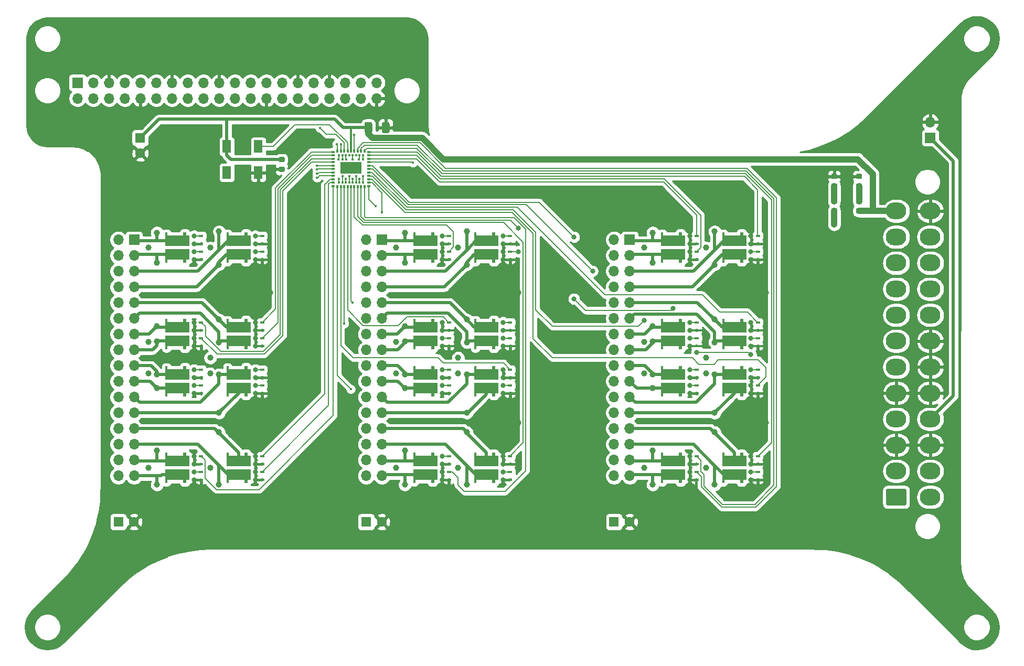
<source format=gbr>
%TF.GenerationSoftware,KiCad,Pcbnew,(5.1.6)-1*%
%TF.CreationDate,2020-07-20T16:14:19+09:00*%
%TF.ProjectId,PWM-LT8500,50574d2d-4c54-4383-9530-302e6b696361,rev?*%
%TF.SameCoordinates,Original*%
%TF.FileFunction,Copper,L1,Top*%
%TF.FilePolarity,Positive*%
%FSLAX46Y46*%
G04 Gerber Fmt 4.6, Leading zero omitted, Abs format (unit mm)*
G04 Created by KiCad (PCBNEW (5.1.6)-1) date 2020-07-20 16:14:19*
%MOMM*%
%LPD*%
G01*
G04 APERTURE LIST*
%TA.AperFunction,SMDPad,CuDef*%
%ADD10R,0.300000X0.350000*%
%TD*%
%TA.AperFunction,SMDPad,CuDef*%
%ADD11R,0.550000X0.300000*%
%TD*%
%TA.AperFunction,SMDPad,CuDef*%
%ADD12R,0.300000X0.500000*%
%TD*%
%TA.AperFunction,SMDPad,CuDef*%
%ADD13R,3.500000X1.900000*%
%TD*%
%TA.AperFunction,SMDPad,CuDef*%
%ADD14R,1.400000X2.000000*%
%TD*%
%TA.AperFunction,ComponentPad*%
%ADD15C,1.600000*%
%TD*%
%TA.AperFunction,ComponentPad*%
%ADD16R,1.600000X1.600000*%
%TD*%
%TA.AperFunction,ComponentPad*%
%ADD17O,1.700000X1.700000*%
%TD*%
%TA.AperFunction,ComponentPad*%
%ADD18R,1.700000X1.700000*%
%TD*%
%TA.AperFunction,SMDPad,CuDef*%
%ADD19R,0.510000X0.585000*%
%TD*%
%TA.AperFunction,SMDPad,CuDef*%
%ADD20R,0.410000X0.470000*%
%TD*%
%TA.AperFunction,SMDPad,CuDef*%
%ADD21R,3.990000X1.730000*%
%TD*%
%TA.AperFunction,SMDPad,CuDef*%
%ADD22R,0.720000X0.410000*%
%TD*%
%TA.AperFunction,ComponentPad*%
%ADD23O,3.300000X2.700000*%
%TD*%
%TA.AperFunction,ViaPad*%
%ADD24C,0.450000*%
%TD*%
%TA.AperFunction,ViaPad*%
%ADD25C,1.000000*%
%TD*%
%TA.AperFunction,ViaPad*%
%ADD26C,0.800000*%
%TD*%
%TA.AperFunction,Conductor*%
%ADD27C,0.300000*%
%TD*%
%TA.AperFunction,Conductor*%
%ADD28C,0.500000*%
%TD*%
%TA.AperFunction,Conductor*%
%ADD29C,1.000000*%
%TD*%
%TA.AperFunction,Conductor*%
%ADD30C,0.200000*%
%TD*%
%TA.AperFunction,Conductor*%
%ADD31C,0.254000*%
%TD*%
G04 APERTURE END LIST*
D10*
%TO.P,U1,49*%
%TO.N,PWM44*%
X70925000Y-38835000D03*
%TO.P,U1,50*%
%TO.N,PWM34*%
X70375000Y-38835000D03*
%TO.P,U1,51*%
%TO.N,Net-(U1-Pad51)*%
X69825000Y-38835000D03*
%TO.P,U1,52*%
%TO.N,SCLK*%
X69275000Y-38835000D03*
%TO.P,U1,53*%
%TO.N,Net-(U1-Pad53)*%
X68725000Y-38835000D03*
%TO.P,U1,54*%
%TO.N,MOSI*%
X68175000Y-38835000D03*
%TO.P,U1,55*%
%TO.N,PWM7*%
X67625000Y-38835000D03*
%TO.P,U1,48*%
%TO.N,PWM17*%
X70925000Y-43185000D03*
%TO.P,U1,47*%
%TO.N,PWM18*%
X70375000Y-43185000D03*
%TO.P,U1,46*%
%TO.N,PWM29*%
X69825000Y-43185000D03*
%TO.P,U1,45*%
%TO.N,PWM31*%
X69275000Y-43185000D03*
%TO.P,U1,44*%
%TO.N,PWM27*%
X68725000Y-43185000D03*
%TO.P,U1,43*%
%TO.N,PWM26*%
X68175000Y-43185000D03*
%TO.P,U1,42*%
%TO.N,PWM20*%
X67625000Y-43185000D03*
D11*
%TO.P,U1,31*%
%TO.N,PWM11*%
X66125000Y-38260000D03*
%TO.P,U1,32*%
%TO.N,PWM10*%
X66125000Y-38810000D03*
%TO.P,U1,33*%
%TO.N,PWM9*%
X66125000Y-39360000D03*
%TO.P,U1,34*%
%TO.N,PWM8*%
X66125000Y-39910000D03*
%TO.P,U1,35*%
%TO.N,PWM15*%
X66125000Y-40460000D03*
%TO.P,U1,36*%
%TO.N,PWM14*%
X66125000Y-41010000D03*
%TO.P,U1,37*%
%TO.N,PWM13*%
X66125000Y-41560000D03*
%TO.P,U1,38*%
%TO.N,PWM12*%
X66125000Y-42110000D03*
%TO.P,U1,39*%
%TO.N,PWM3*%
X66125000Y-42660000D03*
%TO.P,U1,40*%
%TO.N,PWM2*%
X66125000Y-43210000D03*
%TO.P,U1,1*%
%TO.N,PWM1*%
X66125000Y-43760000D03*
%TO.P,U1,21*%
%TO.N,PWM45*%
X71875000Y-38260000D03*
%TO.P,U1,20*%
%TO.N,PWM46*%
X71875000Y-38810000D03*
%TO.P,U1,19*%
%TO.N,PWM47*%
X71875000Y-39360000D03*
%TO.P,U1,18*%
%TO.N,PWM40*%
X71875000Y-39910000D03*
%TO.P,U1,17*%
%TO.N,PWM41*%
X71875000Y-40460000D03*
%TO.P,U1,16*%
%TO.N,PWM42*%
X71875000Y-41010000D03*
%TO.P,U1,15*%
%TO.N,PWM43*%
X71875000Y-41560000D03*
%TO.P,U1,14*%
%TO.N,PWM37*%
X71875000Y-42110000D03*
%TO.P,U1,13*%
%TO.N,PWM36*%
X71875000Y-42660000D03*
%TO.P,U1,12*%
%TO.N,PWM38*%
X71875000Y-43210000D03*
%TO.P,U1,11*%
%TO.N,PWM39*%
X71875000Y-43760000D03*
D12*
%TO.P,U1,22*%
%TO.N,PWM35*%
X71200000Y-38110000D03*
%TO.P,U1,23*%
%TO.N,PWM33*%
X70650000Y-38110000D03*
%TO.P,U1,24*%
%TO.N,PWM32*%
X70100000Y-38110000D03*
%TO.P,U1,25*%
%TO.N,MISO*%
X69550000Y-38110000D03*
%TO.P,U1,26*%
%TO.N,+3V3*%
X69000000Y-38110000D03*
%TO.P,U1,27*%
%TO.N,PWMCK*%
X68450000Y-38110000D03*
%TO.P,U1,28*%
%TO.N,LDIBLANK*%
X67900000Y-38110000D03*
%TO.P,U1,29*%
%TO.N,PWM5*%
X67350000Y-38110000D03*
%TO.P,U1,30*%
%TO.N,PWM6*%
X66800000Y-38110000D03*
%TO.P,U1,10*%
%TO.N,PWM16*%
X71200000Y-43910000D03*
%TO.P,U1,9*%
%TO.N,PWM28*%
X70650000Y-43910000D03*
%TO.P,U1,8*%
%TO.N,PWM19*%
X70100000Y-43910000D03*
%TO.P,U1,7*%
%TO.N,PWM30*%
X69550000Y-43910000D03*
%TO.P,U1,6*%
%TO.N,PWM24*%
X69000000Y-43910000D03*
%TO.P,U1,5*%
%TO.N,PWM25*%
X68450000Y-43910000D03*
%TO.P,U1,4*%
%TO.N,PWM22*%
X67900000Y-43910000D03*
%TO.P,U1,3*%
%TO.N,PWM21*%
X67350000Y-43910000D03*
%TO.P,U1,2*%
%TO.N,PWM23*%
X66800000Y-43910000D03*
D10*
%TO.P,U1,56*%
%TO.N,PWM4*%
X67075000Y-38835000D03*
%TO.P,U1,41*%
%TO.N,PWM0*%
X67075000Y-43185000D03*
D13*
%TO.P,U1,57*%
%TO.N,GND*%
X69000000Y-40850000D03*
%TD*%
D14*
%TO.P,Y1,4*%
%TO.N,+3V3*%
X48960000Y-37400000D03*
%TO.P,Y1,3*%
%TO.N,PWMCK*%
X54040000Y-37400000D03*
%TO.P,Y1,2*%
%TO.N,GND*%
X54040000Y-41600000D03*
%TO.P,Y1,1*%
%TO.N,Net-(Y1-Pad1)*%
X48960000Y-41600000D03*
%TD*%
%TO.P,C1,2*%
%TO.N,GND*%
%TA.AperFunction,SMDPad,CuDef*%
G36*
G01*
X57573750Y-40637500D02*
X58086250Y-40637500D01*
G75*
G02*
X58305000Y-40856250I0J-218750D01*
G01*
X58305000Y-41293750D01*
G75*
G02*
X58086250Y-41512500I-218750J0D01*
G01*
X57573750Y-41512500D01*
G75*
G02*
X57355000Y-41293750I0J218750D01*
G01*
X57355000Y-40856250D01*
G75*
G02*
X57573750Y-40637500I218750J0D01*
G01*
G37*
%TD.AperFunction*%
%TO.P,C1,1*%
%TO.N,+3V3*%
%TA.AperFunction,SMDPad,CuDef*%
G36*
G01*
X57573750Y-39062500D02*
X58086250Y-39062500D01*
G75*
G02*
X58305000Y-39281250I0J-218750D01*
G01*
X58305000Y-39718750D01*
G75*
G02*
X58086250Y-39937500I-218750J0D01*
G01*
X57573750Y-39937500D01*
G75*
G02*
X57355000Y-39718750I0J218750D01*
G01*
X57355000Y-39281250D01*
G75*
G02*
X57573750Y-39062500I218750J0D01*
G01*
G37*
%TD.AperFunction*%
%TD*%
%TO.P,C3,2*%
%TO.N,GND*%
%TA.AperFunction,SMDPad,CuDef*%
G36*
G01*
X73985000Y-34965000D02*
X73985000Y-33715000D01*
G75*
G02*
X74235000Y-33465000I250000J0D01*
G01*
X74985000Y-33465000D01*
G75*
G02*
X75235000Y-33715000I0J-250000D01*
G01*
X75235000Y-34965000D01*
G75*
G02*
X74985000Y-35215000I-250000J0D01*
G01*
X74235000Y-35215000D01*
G75*
G02*
X73985000Y-34965000I0J250000D01*
G01*
G37*
%TD.AperFunction*%
%TO.P,C3,1*%
%TO.N,+3V3*%
%TA.AperFunction,SMDPad,CuDef*%
G36*
G01*
X71185000Y-34965000D02*
X71185000Y-33715000D01*
G75*
G02*
X71435000Y-33465000I250000J0D01*
G01*
X72185000Y-33465000D01*
G75*
G02*
X72435000Y-33715000I0J-250000D01*
G01*
X72435000Y-34965000D01*
G75*
G02*
X72185000Y-35215000I-250000J0D01*
G01*
X71435000Y-35215000D01*
G75*
G02*
X71185000Y-34965000I0J250000D01*
G01*
G37*
%TD.AperFunction*%
%TD*%
D15*
%TO.P,C5,2*%
%TO.N,GND*%
X113960000Y-98000000D03*
D16*
%TO.P,C5,1*%
%TO.N,+12V*%
X111460000Y-98000000D03*
%TD*%
D15*
%TO.P,C2,2*%
%TO.N,GND*%
X35000000Y-38500000D03*
D16*
%TO.P,C2,1*%
%TO.N,+3V3*%
X35000000Y-36000000D03*
%TD*%
D17*
%TO.P,J6,2*%
%TO.N,GND*%
X162500000Y-33460000D03*
D18*
%TO.P,J6,1*%
%TO.N,PSU_EN*%
X162500000Y-36000000D03*
%TD*%
%TO.P,R2,2*%
%TO.N,+3V3*%
%TA.AperFunction,SMDPad,CuDef*%
G36*
G01*
X150743750Y-47350000D02*
X151256250Y-47350000D01*
G75*
G02*
X151475000Y-47568750I0J-218750D01*
G01*
X151475000Y-48006250D01*
G75*
G02*
X151256250Y-48225000I-218750J0D01*
G01*
X150743750Y-48225000D01*
G75*
G02*
X150525000Y-48006250I0J218750D01*
G01*
X150525000Y-47568750D01*
G75*
G02*
X150743750Y-47350000I218750J0D01*
G01*
G37*
%TD.AperFunction*%
%TO.P,R2,1*%
%TO.N,Net-(D50-Pad2)*%
%TA.AperFunction,SMDPad,CuDef*%
G36*
G01*
X150743750Y-45775000D02*
X151256250Y-45775000D01*
G75*
G02*
X151475000Y-45993750I0J-218750D01*
G01*
X151475000Y-46431250D01*
G75*
G02*
X151256250Y-46650000I-218750J0D01*
G01*
X150743750Y-46650000D01*
G75*
G02*
X150525000Y-46431250I0J218750D01*
G01*
X150525000Y-45993750D01*
G75*
G02*
X150743750Y-45775000I218750J0D01*
G01*
G37*
%TD.AperFunction*%
%TD*%
%TO.P,R1,2*%
%TO.N,+12V*%
%TA.AperFunction,SMDPad,CuDef*%
G36*
G01*
X146743750Y-47350000D02*
X147256250Y-47350000D01*
G75*
G02*
X147475000Y-47568750I0J-218750D01*
G01*
X147475000Y-48006250D01*
G75*
G02*
X147256250Y-48225000I-218750J0D01*
G01*
X146743750Y-48225000D01*
G75*
G02*
X146525000Y-48006250I0J218750D01*
G01*
X146525000Y-47568750D01*
G75*
G02*
X146743750Y-47350000I218750J0D01*
G01*
G37*
%TD.AperFunction*%
%TO.P,R1,1*%
%TO.N,Net-(D49-Pad2)*%
%TA.AperFunction,SMDPad,CuDef*%
G36*
G01*
X146743750Y-45775000D02*
X147256250Y-45775000D01*
G75*
G02*
X147475000Y-45993750I0J-218750D01*
G01*
X147475000Y-46431250D01*
G75*
G02*
X147256250Y-46650000I-218750J0D01*
G01*
X146743750Y-46650000D01*
G75*
G02*
X146525000Y-46431250I0J218750D01*
G01*
X146525000Y-45993750D01*
G75*
G02*
X146743750Y-45775000I218750J0D01*
G01*
G37*
%TD.AperFunction*%
%TD*%
%TO.P,D50,2*%
%TO.N,Net-(D50-Pad2)*%
%TA.AperFunction,SMDPad,CuDef*%
G36*
G01*
X150743750Y-43350000D02*
X151256250Y-43350000D01*
G75*
G02*
X151475000Y-43568750I0J-218750D01*
G01*
X151475000Y-44006250D01*
G75*
G02*
X151256250Y-44225000I-218750J0D01*
G01*
X150743750Y-44225000D01*
G75*
G02*
X150525000Y-44006250I0J218750D01*
G01*
X150525000Y-43568750D01*
G75*
G02*
X150743750Y-43350000I218750J0D01*
G01*
G37*
%TD.AperFunction*%
%TO.P,D50,1*%
%TO.N,GND*%
%TA.AperFunction,SMDPad,CuDef*%
G36*
G01*
X150743750Y-41775000D02*
X151256250Y-41775000D01*
G75*
G02*
X151475000Y-41993750I0J-218750D01*
G01*
X151475000Y-42431250D01*
G75*
G02*
X151256250Y-42650000I-218750J0D01*
G01*
X150743750Y-42650000D01*
G75*
G02*
X150525000Y-42431250I0J218750D01*
G01*
X150525000Y-41993750D01*
G75*
G02*
X150743750Y-41775000I218750J0D01*
G01*
G37*
%TD.AperFunction*%
%TD*%
%TO.P,D49,2*%
%TO.N,Net-(D49-Pad2)*%
%TA.AperFunction,SMDPad,CuDef*%
G36*
G01*
X146743750Y-43350000D02*
X147256250Y-43350000D01*
G75*
G02*
X147475000Y-43568750I0J-218750D01*
G01*
X147475000Y-44006250D01*
G75*
G02*
X147256250Y-44225000I-218750J0D01*
G01*
X146743750Y-44225000D01*
G75*
G02*
X146525000Y-44006250I0J218750D01*
G01*
X146525000Y-43568750D01*
G75*
G02*
X146743750Y-43350000I218750J0D01*
G01*
G37*
%TD.AperFunction*%
%TO.P,D49,1*%
%TO.N,GND*%
%TA.AperFunction,SMDPad,CuDef*%
G36*
G01*
X146743750Y-41775000D02*
X147256250Y-41775000D01*
G75*
G02*
X147475000Y-41993750I0J-218750D01*
G01*
X147475000Y-42431250D01*
G75*
G02*
X147256250Y-42650000I-218750J0D01*
G01*
X146743750Y-42650000D01*
G75*
G02*
X146525000Y-42431250I0J218750D01*
G01*
X146525000Y-41993750D01*
G75*
G02*
X146743750Y-41775000I218750J0D01*
G01*
G37*
%TD.AperFunction*%
%TD*%
D15*
%TO.P,C6,2*%
%TO.N,GND*%
X73960000Y-98000000D03*
D16*
%TO.P,C6,1*%
%TO.N,+12V*%
X71460000Y-98000000D03*
%TD*%
D15*
%TO.P,C4,2*%
%TO.N,GND*%
X33960000Y-98000000D03*
D16*
%TO.P,C4,1*%
%TO.N,+12V*%
X31460000Y-98000000D03*
%TD*%
D17*
%TO.P,J4,39*%
%TO.N,GND*%
X73130000Y-29620000D03*
%TO.P,J4,40*%
%TO.N,LDIBLANK*%
X73130000Y-27080000D03*
%TO.P,J4,37*%
%TO.N,Net-(J4-Pad37)*%
X70590000Y-29620000D03*
%TO.P,J4,38*%
%TO.N,Net-(J4-Pad38)*%
X70590000Y-27080000D03*
%TO.P,J4,35*%
%TO.N,Net-(J4-Pad35)*%
X68050000Y-29620000D03*
%TO.P,J4,36*%
%TO.N,Net-(J4-Pad36)*%
X68050000Y-27080000D03*
%TO.P,J4,33*%
%TO.N,Net-(J4-Pad33)*%
X65510000Y-29620000D03*
%TO.P,J4,34*%
%TO.N,GND*%
X65510000Y-27080000D03*
%TO.P,J4,31*%
%TO.N,Net-(J4-Pad31)*%
X62970000Y-29620000D03*
%TO.P,J4,32*%
%TO.N,Net-(J4-Pad32)*%
X62970000Y-27080000D03*
%TO.P,J4,29*%
%TO.N,Net-(J4-Pad29)*%
X60430000Y-29620000D03*
%TO.P,J4,30*%
%TO.N,GND*%
X60430000Y-27080000D03*
%TO.P,J4,27*%
%TO.N,Net-(J4-Pad27)*%
X57890000Y-29620000D03*
%TO.P,J4,28*%
%TO.N,Net-(J4-Pad28)*%
X57890000Y-27080000D03*
%TO.P,J4,25*%
%TO.N,GND*%
X55350000Y-29620000D03*
%TO.P,J4,26*%
%TO.N,Net-(J4-Pad26)*%
X55350000Y-27080000D03*
%TO.P,J4,23*%
%TO.N,SCLK*%
X52810000Y-29620000D03*
%TO.P,J4,24*%
%TO.N,Net-(J4-Pad24)*%
X52810000Y-27080000D03*
%TO.P,J4,21*%
%TO.N,MISO*%
X50270000Y-29620000D03*
%TO.P,J4,22*%
%TO.N,Net-(J4-Pad22)*%
X50270000Y-27080000D03*
%TO.P,J4,19*%
%TO.N,MOSI*%
X47730000Y-29620000D03*
%TO.P,J4,20*%
%TO.N,GND*%
X47730000Y-27080000D03*
%TO.P,J4,17*%
%TO.N,Net-(J4-Pad17)*%
X45190000Y-29620000D03*
%TO.P,J4,18*%
%TO.N,Net-(J4-Pad18)*%
X45190000Y-27080000D03*
%TO.P,J4,15*%
%TO.N,Net-(J4-Pad15)*%
X42650000Y-29620000D03*
%TO.P,J4,16*%
%TO.N,Net-(J4-Pad16)*%
X42650000Y-27080000D03*
%TO.P,J4,13*%
%TO.N,Net-(J4-Pad13)*%
X40110000Y-29620000D03*
%TO.P,J4,14*%
%TO.N,GND*%
X40110000Y-27080000D03*
%TO.P,J4,11*%
%TO.N,Net-(J4-Pad11)*%
X37570000Y-29620000D03*
%TO.P,J4,12*%
%TO.N,Net-(J4-Pad12)*%
X37570000Y-27080000D03*
%TO.P,J4,9*%
%TO.N,GND*%
X35030000Y-29620000D03*
%TO.P,J4,10*%
%TO.N,Net-(J4-Pad10)*%
X35030000Y-27080000D03*
%TO.P,J4,7*%
%TO.N,Net-(J4-Pad7)*%
X32490000Y-29620000D03*
%TO.P,J4,8*%
%TO.N,Net-(J4-Pad8)*%
X32490000Y-27080000D03*
%TO.P,J4,5*%
%TO.N,Net-(J4-Pad5)*%
X29950000Y-29620000D03*
%TO.P,J4,6*%
%TO.N,GND*%
X29950000Y-27080000D03*
%TO.P,J4,3*%
%TO.N,Net-(J4-Pad3)*%
X27410000Y-29620000D03*
%TO.P,J4,4*%
%TO.N,Net-(J4-Pad4)*%
X27410000Y-27080000D03*
%TO.P,J4,1*%
%TO.N,Net-(J4-Pad1)*%
X24870000Y-29620000D03*
D18*
%TO.P,J4,2*%
%TO.N,Net-(J4-Pad2)*%
X24870000Y-27080000D03*
%TD*%
D17*
%TO.P,J1,17*%
%TO.N,+12V*%
X31460000Y-90550000D03*
%TO.P,J1,1*%
%TO.N,/D0*%
X34000000Y-90550000D03*
%TO.P,J1,18*%
%TO.N,+12V*%
X31460000Y-88010000D03*
%TO.P,J1,2*%
%TO.N,/D1*%
X34000000Y-88010000D03*
%TO.P,J1,19*%
%TO.N,+12V*%
X31460000Y-85470000D03*
%TO.P,J1,3*%
%TO.N,/D2*%
X34000000Y-85470000D03*
%TO.P,J1,20*%
%TO.N,+12V*%
X31460000Y-82930000D03*
%TO.P,J1,4*%
%TO.N,/D3*%
X34000000Y-82930000D03*
%TO.P,J1,21*%
%TO.N,+12V*%
X31460000Y-80390000D03*
%TO.P,J1,5*%
%TO.N,/D4*%
X34000000Y-80390000D03*
%TO.P,J1,22*%
%TO.N,+12V*%
X31460000Y-77850000D03*
%TO.P,J1,6*%
%TO.N,/D5*%
X34000000Y-77850000D03*
%TO.P,J1,23*%
%TO.N,+12V*%
X31460000Y-75310000D03*
%TO.P,J1,7*%
%TO.N,/D6*%
X34000000Y-75310000D03*
%TO.P,J1,24*%
%TO.N,+12V*%
X31460000Y-72770000D03*
%TO.P,J1,8*%
%TO.N,/D7*%
X34000000Y-72770000D03*
%TO.P,J1,25*%
%TO.N,+12V*%
X31460000Y-70230000D03*
%TO.P,J1,9*%
%TO.N,/D8*%
X34000000Y-70230000D03*
%TO.P,J1,26*%
%TO.N,+12V*%
X31460000Y-67690000D03*
%TO.P,J1,10*%
%TO.N,/D9*%
X34000000Y-67690000D03*
%TO.P,J1,27*%
%TO.N,+12V*%
X31460000Y-65150000D03*
%TO.P,J1,11*%
%TO.N,/D10*%
X34000000Y-65150000D03*
%TO.P,J1,28*%
%TO.N,+12V*%
X31460000Y-62610000D03*
%TO.P,J1,12*%
%TO.N,/D11*%
X34000000Y-62610000D03*
%TO.P,J1,29*%
%TO.N,+12V*%
X31460000Y-60070000D03*
%TO.P,J1,13*%
%TO.N,/D12*%
X34000000Y-60070000D03*
%TO.P,J1,30*%
%TO.N,+12V*%
X31460000Y-57530000D03*
%TO.P,J1,14*%
%TO.N,/D13*%
X34000000Y-57530000D03*
%TO.P,J1,31*%
%TO.N,+12V*%
X31460000Y-54990000D03*
%TO.P,J1,15*%
%TO.N,/D14*%
X34000000Y-54990000D03*
%TO.P,J1,32*%
%TO.N,+12V*%
X31460000Y-52450000D03*
D18*
%TO.P,J1,16*%
%TO.N,/D15*%
X34000000Y-52450000D03*
%TD*%
D17*
%TO.P,J2,17*%
%TO.N,+12V*%
X71460000Y-90550000D03*
%TO.P,J2,1*%
%TO.N,/D16*%
X74000000Y-90550000D03*
%TO.P,J2,18*%
%TO.N,+12V*%
X71460000Y-88010000D03*
%TO.P,J2,2*%
%TO.N,/D17*%
X74000000Y-88010000D03*
%TO.P,J2,19*%
%TO.N,+12V*%
X71460000Y-85470000D03*
%TO.P,J2,3*%
%TO.N,/D18*%
X74000000Y-85470000D03*
%TO.P,J2,20*%
%TO.N,+12V*%
X71460000Y-82930000D03*
%TO.P,J2,4*%
%TO.N,/D19*%
X74000000Y-82930000D03*
%TO.P,J2,21*%
%TO.N,+12V*%
X71460000Y-80390000D03*
%TO.P,J2,5*%
%TO.N,/D20*%
X74000000Y-80390000D03*
%TO.P,J2,22*%
%TO.N,+12V*%
X71460000Y-77850000D03*
%TO.P,J2,6*%
%TO.N,/D21*%
X74000000Y-77850000D03*
%TO.P,J2,23*%
%TO.N,+12V*%
X71460000Y-75310000D03*
%TO.P,J2,7*%
%TO.N,/D22*%
X74000000Y-75310000D03*
%TO.P,J2,24*%
%TO.N,+12V*%
X71460000Y-72770000D03*
%TO.P,J2,8*%
%TO.N,/D23*%
X74000000Y-72770000D03*
%TO.P,J2,25*%
%TO.N,+12V*%
X71460000Y-70230000D03*
%TO.P,J2,9*%
%TO.N,/D24*%
X74000000Y-70230000D03*
%TO.P,J2,26*%
%TO.N,+12V*%
X71460000Y-67690000D03*
%TO.P,J2,10*%
%TO.N,/D25*%
X74000000Y-67690000D03*
%TO.P,J2,27*%
%TO.N,+12V*%
X71460000Y-65150000D03*
%TO.P,J2,11*%
%TO.N,/D26*%
X74000000Y-65150000D03*
%TO.P,J2,28*%
%TO.N,+12V*%
X71460000Y-62610000D03*
%TO.P,J2,12*%
%TO.N,/D27*%
X74000000Y-62610000D03*
%TO.P,J2,29*%
%TO.N,+12V*%
X71460000Y-60070000D03*
%TO.P,J2,13*%
%TO.N,/D28*%
X74000000Y-60070000D03*
%TO.P,J2,30*%
%TO.N,+12V*%
X71460000Y-57530000D03*
%TO.P,J2,14*%
%TO.N,/D29*%
X74000000Y-57530000D03*
%TO.P,J2,31*%
%TO.N,+12V*%
X71460000Y-54990000D03*
%TO.P,J2,15*%
%TO.N,/D30*%
X74000000Y-54990000D03*
%TO.P,J2,32*%
%TO.N,+12V*%
X71460000Y-52450000D03*
D18*
%TO.P,J2,16*%
%TO.N,/D31*%
X74000000Y-52450000D03*
%TD*%
D17*
%TO.P,J3,17*%
%TO.N,+12V*%
X111460000Y-90550000D03*
%TO.P,J3,1*%
%TO.N,/D32*%
X114000000Y-90550000D03*
%TO.P,J3,18*%
%TO.N,+12V*%
X111460000Y-88010000D03*
%TO.P,J3,2*%
%TO.N,/D33*%
X114000000Y-88010000D03*
%TO.P,J3,19*%
%TO.N,+12V*%
X111460000Y-85470000D03*
%TO.P,J3,3*%
%TO.N,/D34*%
X114000000Y-85470000D03*
%TO.P,J3,20*%
%TO.N,+12V*%
X111460000Y-82930000D03*
%TO.P,J3,4*%
%TO.N,/D35*%
X114000000Y-82930000D03*
%TO.P,J3,21*%
%TO.N,+12V*%
X111460000Y-80390000D03*
%TO.P,J3,5*%
%TO.N,/D36*%
X114000000Y-80390000D03*
%TO.P,J3,22*%
%TO.N,+12V*%
X111460000Y-77850000D03*
%TO.P,J3,6*%
%TO.N,/D37*%
X114000000Y-77850000D03*
%TO.P,J3,23*%
%TO.N,+12V*%
X111460000Y-75310000D03*
%TO.P,J3,7*%
%TO.N,/D38*%
X114000000Y-75310000D03*
%TO.P,J3,24*%
%TO.N,+12V*%
X111460000Y-72770000D03*
%TO.P,J3,8*%
%TO.N,/D39*%
X114000000Y-72770000D03*
%TO.P,J3,25*%
%TO.N,+12V*%
X111460000Y-70230000D03*
%TO.P,J3,9*%
%TO.N,/D40*%
X114000000Y-70230000D03*
%TO.P,J3,26*%
%TO.N,+12V*%
X111460000Y-67690000D03*
%TO.P,J3,10*%
%TO.N,/D41*%
X114000000Y-67690000D03*
%TO.P,J3,27*%
%TO.N,+12V*%
X111460000Y-65150000D03*
%TO.P,J3,11*%
%TO.N,/D42*%
X114000000Y-65150000D03*
%TO.P,J3,28*%
%TO.N,+12V*%
X111460000Y-62610000D03*
%TO.P,J3,12*%
%TO.N,/D43*%
X114000000Y-62610000D03*
%TO.P,J3,29*%
%TO.N,+12V*%
X111460000Y-60070000D03*
%TO.P,J3,13*%
%TO.N,/D44*%
X114000000Y-60070000D03*
%TO.P,J3,30*%
%TO.N,+12V*%
X111460000Y-57530000D03*
%TO.P,J3,14*%
%TO.N,/D45*%
X114000000Y-57530000D03*
%TO.P,J3,31*%
%TO.N,+12V*%
X111460000Y-54990000D03*
%TO.P,J3,15*%
%TO.N,/D46*%
X114000000Y-54990000D03*
%TO.P,J3,32*%
%TO.N,+12V*%
X111460000Y-52450000D03*
D18*
%TO.P,J3,16*%
%TO.N,/D47*%
X114000000Y-52450000D03*
%TD*%
D19*
%TO.P,Q24,10*%
%TO.N,N/C*%
X122185000Y-51505000D03*
%TO.P,Q24,9*%
X122185000Y-55935000D03*
D20*
%TO.P,Q24,8*%
X119209000Y-55935000D03*
%TO.P,Q24,7*%
X119209000Y-51505000D03*
D21*
%TO.P,Q24,6*%
%TO.N,/D47*%
X121000000Y-52605000D03*
%TO.P,Q24,5*%
%TO.N,/D46*%
X121000000Y-54835000D03*
D22*
%TO.P,Q24,4*%
%TO.N,PWM47*%
X124795000Y-51815000D03*
%TO.P,Q24,3*%
%TO.N,GND*%
X124795000Y-53085000D03*
%TO.P,Q24,2*%
%TO.N,PWM46*%
X124795000Y-54355000D03*
%TO.P,Q24,1*%
%TO.N,GND*%
X124795000Y-55625000D03*
%TD*%
D19*
%TO.P,Q23,10*%
%TO.N,N/C*%
X132050000Y-51505000D03*
%TO.P,Q23,9*%
X132050000Y-55935000D03*
D20*
%TO.P,Q23,8*%
X129074000Y-55935000D03*
%TO.P,Q23,7*%
X129074000Y-51505000D03*
D21*
%TO.P,Q23,6*%
%TO.N,/D45*%
X130865000Y-52605000D03*
%TO.P,Q23,5*%
%TO.N,/D44*%
X130865000Y-54835000D03*
D22*
%TO.P,Q23,4*%
%TO.N,PWM45*%
X134660000Y-51815000D03*
%TO.P,Q23,3*%
%TO.N,GND*%
X134660000Y-53085000D03*
%TO.P,Q23,2*%
%TO.N,PWM44*%
X134660000Y-54355000D03*
%TO.P,Q23,1*%
%TO.N,GND*%
X134660000Y-55625000D03*
%TD*%
D19*
%TO.P,Q22,10*%
%TO.N,N/C*%
X132050000Y-65465000D03*
%TO.P,Q22,9*%
X132050000Y-69895000D03*
D20*
%TO.P,Q22,8*%
X129074000Y-69895000D03*
%TO.P,Q22,7*%
X129074000Y-65465000D03*
D21*
%TO.P,Q22,6*%
%TO.N,/D43*%
X130865000Y-66565000D03*
%TO.P,Q22,5*%
%TO.N,/D42*%
X130865000Y-68795000D03*
D22*
%TO.P,Q22,4*%
%TO.N,PWM43*%
X134660000Y-65775000D03*
%TO.P,Q22,3*%
%TO.N,GND*%
X134660000Y-67045000D03*
%TO.P,Q22,2*%
%TO.N,PWM42*%
X134660000Y-68315000D03*
%TO.P,Q22,1*%
%TO.N,GND*%
X134660000Y-69585000D03*
%TD*%
D19*
%TO.P,Q21,10*%
%TO.N,N/C*%
X122185000Y-65465000D03*
%TO.P,Q21,9*%
X122185000Y-69895000D03*
D20*
%TO.P,Q21,8*%
X119209000Y-69895000D03*
%TO.P,Q21,7*%
X119209000Y-65465000D03*
D21*
%TO.P,Q21,6*%
%TO.N,/D41*%
X121000000Y-66565000D03*
%TO.P,Q21,5*%
%TO.N,/D40*%
X121000000Y-68795000D03*
D22*
%TO.P,Q21,4*%
%TO.N,PWM41*%
X124795000Y-65775000D03*
%TO.P,Q21,3*%
%TO.N,GND*%
X124795000Y-67045000D03*
%TO.P,Q21,2*%
%TO.N,PWM40*%
X124795000Y-68315000D03*
%TO.P,Q21,1*%
%TO.N,GND*%
X124795000Y-69585000D03*
%TD*%
D19*
%TO.P,Q20,10*%
%TO.N,N/C*%
X122185000Y-73105000D03*
%TO.P,Q20,9*%
X122185000Y-77535000D03*
D20*
%TO.P,Q20,8*%
X119209000Y-77535000D03*
%TO.P,Q20,7*%
X119209000Y-73105000D03*
D21*
%TO.P,Q20,6*%
%TO.N,/D39*%
X121000000Y-74205000D03*
%TO.P,Q20,5*%
%TO.N,/D38*%
X121000000Y-76435000D03*
D22*
%TO.P,Q20,4*%
%TO.N,PWM39*%
X124795000Y-73415000D03*
%TO.P,Q20,3*%
%TO.N,GND*%
X124795000Y-74685000D03*
%TO.P,Q20,2*%
%TO.N,PWM38*%
X124795000Y-75955000D03*
%TO.P,Q20,1*%
%TO.N,GND*%
X124795000Y-77225000D03*
%TD*%
D19*
%TO.P,Q19,10*%
%TO.N,N/C*%
X132050000Y-73105000D03*
%TO.P,Q19,9*%
X132050000Y-77535000D03*
D20*
%TO.P,Q19,8*%
X129074000Y-77535000D03*
%TO.P,Q19,7*%
X129074000Y-73105000D03*
D21*
%TO.P,Q19,6*%
%TO.N,/D37*%
X130865000Y-74205000D03*
%TO.P,Q19,5*%
%TO.N,/D36*%
X130865000Y-76435000D03*
D22*
%TO.P,Q19,4*%
%TO.N,PWM37*%
X134660000Y-73415000D03*
%TO.P,Q19,3*%
%TO.N,GND*%
X134660000Y-74685000D03*
%TO.P,Q19,2*%
%TO.N,PWM36*%
X134660000Y-75955000D03*
%TO.P,Q19,1*%
%TO.N,GND*%
X134660000Y-77225000D03*
%TD*%
D19*
%TO.P,Q18,10*%
%TO.N,N/C*%
X132050000Y-87065000D03*
%TO.P,Q18,9*%
X132050000Y-91495000D03*
D20*
%TO.P,Q18,8*%
X129074000Y-91495000D03*
%TO.P,Q18,7*%
X129074000Y-87065000D03*
D21*
%TO.P,Q18,6*%
%TO.N,/D35*%
X130865000Y-88165000D03*
%TO.P,Q18,5*%
%TO.N,/D34*%
X130865000Y-90395000D03*
D22*
%TO.P,Q18,4*%
%TO.N,PWM35*%
X134660000Y-87375000D03*
%TO.P,Q18,3*%
%TO.N,GND*%
X134660000Y-88645000D03*
%TO.P,Q18,2*%
%TO.N,PWM34*%
X134660000Y-89915000D03*
%TO.P,Q18,1*%
%TO.N,GND*%
X134660000Y-91185000D03*
%TD*%
D19*
%TO.P,Q17,10*%
%TO.N,N/C*%
X122185000Y-87065000D03*
%TO.P,Q17,9*%
X122185000Y-91495000D03*
D20*
%TO.P,Q17,8*%
X119209000Y-91495000D03*
%TO.P,Q17,7*%
X119209000Y-87065000D03*
D21*
%TO.P,Q17,6*%
%TO.N,/D33*%
X121000000Y-88165000D03*
%TO.P,Q17,5*%
%TO.N,/D32*%
X121000000Y-90395000D03*
D22*
%TO.P,Q17,4*%
%TO.N,PWM33*%
X124795000Y-87375000D03*
%TO.P,Q17,3*%
%TO.N,GND*%
X124795000Y-88645000D03*
%TO.P,Q17,2*%
%TO.N,PWM32*%
X124795000Y-89915000D03*
%TO.P,Q17,1*%
%TO.N,GND*%
X124795000Y-91185000D03*
%TD*%
D19*
%TO.P,Q16,10*%
%TO.N,N/C*%
X82185000Y-51505000D03*
%TO.P,Q16,9*%
X82185000Y-55935000D03*
D20*
%TO.P,Q16,8*%
X79209000Y-55935000D03*
%TO.P,Q16,7*%
X79209000Y-51505000D03*
D21*
%TO.P,Q16,6*%
%TO.N,/D31*%
X81000000Y-52605000D03*
%TO.P,Q16,5*%
%TO.N,/D30*%
X81000000Y-54835000D03*
D22*
%TO.P,Q16,4*%
%TO.N,PWM31*%
X84795000Y-51815000D03*
%TO.P,Q16,3*%
%TO.N,GND*%
X84795000Y-53085000D03*
%TO.P,Q16,2*%
%TO.N,PWM30*%
X84795000Y-54355000D03*
%TO.P,Q16,1*%
%TO.N,GND*%
X84795000Y-55625000D03*
%TD*%
D19*
%TO.P,Q15,10*%
%TO.N,N/C*%
X92050000Y-51505000D03*
%TO.P,Q15,9*%
X92050000Y-55935000D03*
D20*
%TO.P,Q15,8*%
X89074000Y-55935000D03*
%TO.P,Q15,7*%
X89074000Y-51505000D03*
D21*
%TO.P,Q15,6*%
%TO.N,/D29*%
X90865000Y-52605000D03*
%TO.P,Q15,5*%
%TO.N,/D28*%
X90865000Y-54835000D03*
D22*
%TO.P,Q15,4*%
%TO.N,PWM29*%
X94660000Y-51815000D03*
%TO.P,Q15,3*%
%TO.N,GND*%
X94660000Y-53085000D03*
%TO.P,Q15,2*%
%TO.N,PWM28*%
X94660000Y-54355000D03*
%TO.P,Q15,1*%
%TO.N,GND*%
X94660000Y-55625000D03*
%TD*%
D19*
%TO.P,Q14,10*%
%TO.N,N/C*%
X92050000Y-65465000D03*
%TO.P,Q14,9*%
X92050000Y-69895000D03*
D20*
%TO.P,Q14,8*%
X89074000Y-69895000D03*
%TO.P,Q14,7*%
X89074000Y-65465000D03*
D21*
%TO.P,Q14,6*%
%TO.N,/D27*%
X90865000Y-66565000D03*
%TO.P,Q14,5*%
%TO.N,/D26*%
X90865000Y-68795000D03*
D22*
%TO.P,Q14,4*%
%TO.N,PWM27*%
X94660000Y-65775000D03*
%TO.P,Q14,3*%
%TO.N,GND*%
X94660000Y-67045000D03*
%TO.P,Q14,2*%
%TO.N,PWM26*%
X94660000Y-68315000D03*
%TO.P,Q14,1*%
%TO.N,GND*%
X94660000Y-69585000D03*
%TD*%
D19*
%TO.P,Q13,10*%
%TO.N,N/C*%
X82185000Y-65465000D03*
%TO.P,Q13,9*%
X82185000Y-69895000D03*
D20*
%TO.P,Q13,8*%
X79209000Y-69895000D03*
%TO.P,Q13,7*%
X79209000Y-65465000D03*
D21*
%TO.P,Q13,6*%
%TO.N,/D25*%
X81000000Y-66565000D03*
%TO.P,Q13,5*%
%TO.N,/D24*%
X81000000Y-68795000D03*
D22*
%TO.P,Q13,4*%
%TO.N,PWM25*%
X84795000Y-65775000D03*
%TO.P,Q13,3*%
%TO.N,GND*%
X84795000Y-67045000D03*
%TO.P,Q13,2*%
%TO.N,PWM24*%
X84795000Y-68315000D03*
%TO.P,Q13,1*%
%TO.N,GND*%
X84795000Y-69585000D03*
%TD*%
D19*
%TO.P,Q12,10*%
%TO.N,N/C*%
X82185000Y-73105000D03*
%TO.P,Q12,9*%
X82185000Y-77535000D03*
D20*
%TO.P,Q12,8*%
X79209000Y-77535000D03*
%TO.P,Q12,7*%
X79209000Y-73105000D03*
D21*
%TO.P,Q12,6*%
%TO.N,/D23*%
X81000000Y-74205000D03*
%TO.P,Q12,5*%
%TO.N,/D22*%
X81000000Y-76435000D03*
D22*
%TO.P,Q12,4*%
%TO.N,PWM23*%
X84795000Y-73415000D03*
%TO.P,Q12,3*%
%TO.N,GND*%
X84795000Y-74685000D03*
%TO.P,Q12,2*%
%TO.N,PWM22*%
X84795000Y-75955000D03*
%TO.P,Q12,1*%
%TO.N,GND*%
X84795000Y-77225000D03*
%TD*%
D19*
%TO.P,Q11,10*%
%TO.N,N/C*%
X92050000Y-73105000D03*
%TO.P,Q11,9*%
X92050000Y-77535000D03*
D20*
%TO.P,Q11,8*%
X89074000Y-77535000D03*
%TO.P,Q11,7*%
X89074000Y-73105000D03*
D21*
%TO.P,Q11,6*%
%TO.N,/D21*%
X90865000Y-74205000D03*
%TO.P,Q11,5*%
%TO.N,/D20*%
X90865000Y-76435000D03*
D22*
%TO.P,Q11,4*%
%TO.N,PWM21*%
X94660000Y-73415000D03*
%TO.P,Q11,3*%
%TO.N,GND*%
X94660000Y-74685000D03*
%TO.P,Q11,2*%
%TO.N,PWM20*%
X94660000Y-75955000D03*
%TO.P,Q11,1*%
%TO.N,GND*%
X94660000Y-77225000D03*
%TD*%
D19*
%TO.P,Q10,10*%
%TO.N,N/C*%
X92050000Y-87065000D03*
%TO.P,Q10,9*%
X92050000Y-91495000D03*
D20*
%TO.P,Q10,8*%
X89074000Y-91495000D03*
%TO.P,Q10,7*%
X89074000Y-87065000D03*
D21*
%TO.P,Q10,6*%
%TO.N,/D19*%
X90865000Y-88165000D03*
%TO.P,Q10,5*%
%TO.N,/D18*%
X90865000Y-90395000D03*
D22*
%TO.P,Q10,4*%
%TO.N,PWM19*%
X94660000Y-87375000D03*
%TO.P,Q10,3*%
%TO.N,GND*%
X94660000Y-88645000D03*
%TO.P,Q10,2*%
%TO.N,PWM18*%
X94660000Y-89915000D03*
%TO.P,Q10,1*%
%TO.N,GND*%
X94660000Y-91185000D03*
%TD*%
D19*
%TO.P,Q9,10*%
%TO.N,N/C*%
X82185000Y-87065000D03*
%TO.P,Q9,9*%
X82185000Y-91495000D03*
D20*
%TO.P,Q9,8*%
X79209000Y-91495000D03*
%TO.P,Q9,7*%
X79209000Y-87065000D03*
D21*
%TO.P,Q9,6*%
%TO.N,/D17*%
X81000000Y-88165000D03*
%TO.P,Q9,5*%
%TO.N,/D16*%
X81000000Y-90395000D03*
D22*
%TO.P,Q9,4*%
%TO.N,PWM17*%
X84795000Y-87375000D03*
%TO.P,Q9,3*%
%TO.N,GND*%
X84795000Y-88645000D03*
%TO.P,Q9,2*%
%TO.N,PWM16*%
X84795000Y-89915000D03*
%TO.P,Q9,1*%
%TO.N,GND*%
X84795000Y-91185000D03*
%TD*%
D19*
%TO.P,Q8,10*%
%TO.N,N/C*%
X42185000Y-51505000D03*
%TO.P,Q8,9*%
X42185000Y-55935000D03*
D20*
%TO.P,Q8,8*%
X39209000Y-55935000D03*
%TO.P,Q8,7*%
X39209000Y-51505000D03*
D21*
%TO.P,Q8,6*%
%TO.N,/D15*%
X41000000Y-52605000D03*
%TO.P,Q8,5*%
%TO.N,/D14*%
X41000000Y-54835000D03*
D22*
%TO.P,Q8,4*%
%TO.N,PWM15*%
X44795000Y-51815000D03*
%TO.P,Q8,3*%
%TO.N,GND*%
X44795000Y-53085000D03*
%TO.P,Q8,2*%
%TO.N,PWM14*%
X44795000Y-54355000D03*
%TO.P,Q8,1*%
%TO.N,GND*%
X44795000Y-55625000D03*
%TD*%
D19*
%TO.P,Q7,10*%
%TO.N,N/C*%
X52050000Y-51505000D03*
%TO.P,Q7,9*%
X52050000Y-55935000D03*
D20*
%TO.P,Q7,8*%
X49074000Y-55935000D03*
%TO.P,Q7,7*%
X49074000Y-51505000D03*
D21*
%TO.P,Q7,6*%
%TO.N,/D13*%
X50865000Y-52605000D03*
%TO.P,Q7,5*%
%TO.N,/D12*%
X50865000Y-54835000D03*
D22*
%TO.P,Q7,4*%
%TO.N,PWM13*%
X54660000Y-51815000D03*
%TO.P,Q7,3*%
%TO.N,GND*%
X54660000Y-53085000D03*
%TO.P,Q7,2*%
%TO.N,PWM12*%
X54660000Y-54355000D03*
%TO.P,Q7,1*%
%TO.N,GND*%
X54660000Y-55625000D03*
%TD*%
D19*
%TO.P,Q6,10*%
%TO.N,N/C*%
X52050000Y-65465000D03*
%TO.P,Q6,9*%
X52050000Y-69895000D03*
D20*
%TO.P,Q6,8*%
X49074000Y-69895000D03*
%TO.P,Q6,7*%
X49074000Y-65465000D03*
D21*
%TO.P,Q6,6*%
%TO.N,/D11*%
X50865000Y-66565000D03*
%TO.P,Q6,5*%
%TO.N,/D10*%
X50865000Y-68795000D03*
D22*
%TO.P,Q6,4*%
%TO.N,PWM11*%
X54660000Y-65775000D03*
%TO.P,Q6,3*%
%TO.N,GND*%
X54660000Y-67045000D03*
%TO.P,Q6,2*%
%TO.N,PWM10*%
X54660000Y-68315000D03*
%TO.P,Q6,1*%
%TO.N,GND*%
X54660000Y-69585000D03*
%TD*%
D19*
%TO.P,Q5,10*%
%TO.N,N/C*%
X42185000Y-65465000D03*
%TO.P,Q5,9*%
X42185000Y-69895000D03*
D20*
%TO.P,Q5,8*%
X39209000Y-69895000D03*
%TO.P,Q5,7*%
X39209000Y-65465000D03*
D21*
%TO.P,Q5,6*%
%TO.N,/D9*%
X41000000Y-66565000D03*
%TO.P,Q5,5*%
%TO.N,/D8*%
X41000000Y-68795000D03*
D22*
%TO.P,Q5,4*%
%TO.N,PWM9*%
X44795000Y-65775000D03*
%TO.P,Q5,3*%
%TO.N,GND*%
X44795000Y-67045000D03*
%TO.P,Q5,2*%
%TO.N,PWM8*%
X44795000Y-68315000D03*
%TO.P,Q5,1*%
%TO.N,GND*%
X44795000Y-69585000D03*
%TD*%
D19*
%TO.P,Q4,10*%
%TO.N,N/C*%
X42185000Y-73105000D03*
%TO.P,Q4,9*%
X42185000Y-77535000D03*
D20*
%TO.P,Q4,8*%
X39209000Y-77535000D03*
%TO.P,Q4,7*%
X39209000Y-73105000D03*
D21*
%TO.P,Q4,6*%
%TO.N,/D7*%
X41000000Y-74205000D03*
%TO.P,Q4,5*%
%TO.N,/D6*%
X41000000Y-76435000D03*
D22*
%TO.P,Q4,4*%
%TO.N,PWM7*%
X44795000Y-73415000D03*
%TO.P,Q4,3*%
%TO.N,GND*%
X44795000Y-74685000D03*
%TO.P,Q4,2*%
%TO.N,PWM6*%
X44795000Y-75955000D03*
%TO.P,Q4,1*%
%TO.N,GND*%
X44795000Y-77225000D03*
%TD*%
D19*
%TO.P,Q3,10*%
%TO.N,N/C*%
X52050000Y-73105000D03*
%TO.P,Q3,9*%
X52050000Y-77535000D03*
D20*
%TO.P,Q3,8*%
X49074000Y-77535000D03*
%TO.P,Q3,7*%
X49074000Y-73105000D03*
D21*
%TO.P,Q3,6*%
%TO.N,/D5*%
X50865000Y-74205000D03*
%TO.P,Q3,5*%
%TO.N,/D4*%
X50865000Y-76435000D03*
D22*
%TO.P,Q3,4*%
%TO.N,PWM5*%
X54660000Y-73415000D03*
%TO.P,Q3,3*%
%TO.N,GND*%
X54660000Y-74685000D03*
%TO.P,Q3,2*%
%TO.N,PWM4*%
X54660000Y-75955000D03*
%TO.P,Q3,1*%
%TO.N,GND*%
X54660000Y-77225000D03*
%TD*%
D19*
%TO.P,Q2,10*%
%TO.N,N/C*%
X52050000Y-87065000D03*
%TO.P,Q2,9*%
X52050000Y-91495000D03*
D20*
%TO.P,Q2,8*%
X49074000Y-91495000D03*
%TO.P,Q2,7*%
X49074000Y-87065000D03*
D21*
%TO.P,Q2,6*%
%TO.N,/D3*%
X50865000Y-88165000D03*
%TO.P,Q2,5*%
%TO.N,/D2*%
X50865000Y-90395000D03*
D22*
%TO.P,Q2,4*%
%TO.N,PWM3*%
X54660000Y-87375000D03*
%TO.P,Q2,3*%
%TO.N,GND*%
X54660000Y-88645000D03*
%TO.P,Q2,2*%
%TO.N,PWM2*%
X54660000Y-89915000D03*
%TO.P,Q2,1*%
%TO.N,GND*%
X54660000Y-91185000D03*
%TD*%
D19*
%TO.P,Q1,10*%
%TO.N,N/C*%
X42185000Y-87065000D03*
%TO.P,Q1,9*%
X42185000Y-91495000D03*
D20*
%TO.P,Q1,8*%
X39209000Y-91495000D03*
%TO.P,Q1,7*%
X39209000Y-87065000D03*
D21*
%TO.P,Q1,6*%
%TO.N,/D1*%
X41000000Y-88165000D03*
%TO.P,Q1,5*%
%TO.N,/D0*%
X41000000Y-90395000D03*
D22*
%TO.P,Q1,4*%
%TO.N,PWM1*%
X44795000Y-87375000D03*
%TO.P,Q1,3*%
%TO.N,GND*%
X44795000Y-88645000D03*
%TO.P,Q1,2*%
%TO.N,PWM0*%
X44795000Y-89915000D03*
%TO.P,Q1,1*%
%TO.N,GND*%
X44795000Y-91185000D03*
%TD*%
D23*
%TO.P,J5,24*%
%TO.N,GND*%
X162500000Y-47800000D03*
%TO.P,J5,23*%
%TO.N,Net-(J5-Pad23)*%
X162500000Y-52000000D03*
%TO.P,J5,22*%
%TO.N,Net-(J5-Pad22)*%
X162500000Y-56200000D03*
%TO.P,J5,21*%
%TO.N,Net-(J5-Pad21)*%
X162500000Y-60400000D03*
%TO.P,J5,20*%
%TO.N,Net-(J5-Pad20)*%
X162500000Y-64600000D03*
%TO.P,J5,19*%
%TO.N,GND*%
X162500000Y-68800000D03*
%TO.P,J5,18*%
X162500000Y-73000000D03*
%TO.P,J5,17*%
X162500000Y-77200000D03*
%TO.P,J5,16*%
%TO.N,PSU_EN*%
X162500000Y-81400000D03*
%TO.P,J5,15*%
%TO.N,GND*%
X162500000Y-85600000D03*
%TO.P,J5,14*%
%TO.N,Net-(J5-Pad14)*%
X162500000Y-89800000D03*
%TO.P,J5,13*%
%TO.N,Net-(J5-Pad13)*%
X162500000Y-94000000D03*
%TO.P,J5,12*%
%TO.N,+3V3*%
X157000000Y-47800000D03*
%TO.P,J5,11*%
%TO.N,Net-(J5-Pad11)*%
X157000000Y-52000000D03*
%TO.P,J5,10*%
%TO.N,+12V*%
X157000000Y-56200000D03*
%TO.P,J5,9*%
%TO.N,Net-(J5-Pad9)*%
X157000000Y-60400000D03*
%TO.P,J5,8*%
%TO.N,Net-(J5-Pad8)*%
X157000000Y-64600000D03*
%TO.P,J5,7*%
%TO.N,Net-(J5-Pad7)*%
X157000000Y-68800000D03*
%TO.P,J5,6*%
%TO.N,Net-(J5-Pad6)*%
X157000000Y-73000000D03*
%TO.P,J5,5*%
%TO.N,GND*%
X157000000Y-77200000D03*
%TO.P,J5,4*%
%TO.N,Net-(J5-Pad4)*%
X157000000Y-81400000D03*
%TO.P,J5,3*%
%TO.N,GND*%
X157000000Y-85600000D03*
%TO.P,J5,2*%
%TO.N,Net-(J5-Pad2)*%
X157000000Y-89800000D03*
%TO.P,J5,1*%
%TO.N,Net-(J5-Pad1)*%
%TA.AperFunction,ComponentPad*%
G36*
G01*
X158399999Y-95350000D02*
X155600001Y-95350000D01*
G75*
G02*
X155350000Y-95099999I0J250001D01*
G01*
X155350000Y-92900001D01*
G75*
G02*
X155600001Y-92650000I250001J0D01*
G01*
X158399999Y-92650000D01*
G75*
G02*
X158650000Y-92900001I0J-250001D01*
G01*
X158650000Y-95099999D01*
G75*
G02*
X158399999Y-95350000I-250001J0D01*
G01*
G37*
%TD.AperFunction*%
%TD*%
D24*
%TO.N,GND*%
X67600000Y-41500000D03*
X68300000Y-41500000D03*
X69000000Y-41500000D03*
X69700000Y-41500000D03*
X70400000Y-41500000D03*
X68300000Y-40850000D03*
X67600000Y-40850000D03*
X70400000Y-40200000D03*
X69700000Y-40200000D03*
X69000000Y-40200000D03*
X68300000Y-40200000D03*
X67600000Y-40200000D03*
D25*
X50000000Y-82000000D03*
X50000000Y-61000000D03*
X52000000Y-61000000D03*
X54000000Y-61000000D03*
X56000000Y-61000000D03*
D26*
X43700000Y-65775000D03*
X43700000Y-67045000D03*
X43700000Y-68315000D03*
X43700000Y-69585000D03*
X53550000Y-69585000D03*
X53550000Y-68315000D03*
X53550000Y-67045000D03*
X53550000Y-65775000D03*
X43700000Y-74685000D03*
X43700000Y-77225000D03*
X43700000Y-88645000D03*
X43700000Y-91185000D03*
X53550000Y-91185000D03*
X53550000Y-88645000D03*
X53550000Y-77225000D03*
X53550000Y-74685000D03*
X43700000Y-55625000D03*
X43700000Y-53085000D03*
X53550000Y-53085000D03*
X53550000Y-55625000D03*
X83700000Y-91185000D03*
X83700000Y-89915000D03*
X83700000Y-88645000D03*
X83700000Y-77225000D03*
X83700000Y-74685000D03*
X83700000Y-69585000D03*
X83700000Y-67045000D03*
X83700000Y-65775000D03*
X83700000Y-55625000D03*
X83700000Y-54355000D03*
X83700000Y-53085000D03*
X93550000Y-91185000D03*
X93550000Y-88645000D03*
X93550000Y-87375000D03*
X133550000Y-77225000D03*
X93550000Y-74685000D03*
X93550000Y-73415000D03*
X93550000Y-69585000D03*
X93550000Y-67045000D03*
X93550000Y-55625000D03*
X93550000Y-54355000D03*
X93550000Y-53085000D03*
X123700000Y-51815000D03*
X123700000Y-53085000D03*
X123700000Y-54355000D03*
X123700000Y-55625000D03*
X123700000Y-67045000D03*
X123700000Y-69585000D03*
X123700000Y-74685000D03*
X123700000Y-77225000D03*
X123700000Y-87375000D03*
X123700000Y-88645000D03*
X123700000Y-89915000D03*
X123700000Y-91185000D03*
X133550000Y-51815000D03*
X133550000Y-53085000D03*
X133550000Y-55625000D03*
X133550000Y-65775000D03*
X133550000Y-67045000D03*
X133550000Y-69585000D03*
X133550000Y-74685000D03*
X133550000Y-75955000D03*
X93550000Y-77225000D03*
X133550000Y-87375000D03*
X133550000Y-88645000D03*
X133550000Y-91185000D03*
D25*
X48000000Y-61000000D03*
X48000000Y-82000000D03*
X52000000Y-82000000D03*
X54000000Y-82000000D03*
X56000000Y-82000000D03*
X88000000Y-61000000D03*
X90000000Y-61000000D03*
X92000000Y-61000000D03*
X94000000Y-61000000D03*
X96000000Y-61000000D03*
X88000000Y-82000000D03*
X90000000Y-82000000D03*
X92000000Y-82000000D03*
X94000000Y-82000000D03*
X96000000Y-82000000D03*
X128000000Y-61000000D03*
X130000000Y-61000000D03*
X132000000Y-61000000D03*
X134000000Y-61000000D03*
X136000000Y-61000000D03*
X128000000Y-82000000D03*
X130000000Y-82000000D03*
X132000000Y-82000000D03*
X134000000Y-82000000D03*
X136000000Y-82000000D03*
X52000000Y-59000000D03*
X52000000Y-63000000D03*
X52000000Y-80000000D03*
X52000000Y-84000000D03*
X92000000Y-80000000D03*
X92000000Y-84000000D03*
X92000000Y-59000000D03*
X92000000Y-63000000D03*
X132000000Y-59000000D03*
X132000000Y-63000000D03*
X132000000Y-80000000D03*
X132000000Y-84000000D03*
X130000000Y-59000000D03*
X134000000Y-59000000D03*
X134000000Y-63000000D03*
X130000000Y-63000000D03*
X130000000Y-80000000D03*
X134000000Y-80000000D03*
X134000000Y-84000000D03*
X130000000Y-84000000D03*
X90000000Y-80000000D03*
X90000000Y-84000000D03*
X94000000Y-80000000D03*
X94000000Y-84000000D03*
X94000000Y-59000000D03*
X90000000Y-59000000D03*
X90000000Y-63000000D03*
X94000000Y-63000000D03*
X54000000Y-59000000D03*
X50000000Y-59000000D03*
X50000000Y-63000000D03*
X54000000Y-63000000D03*
X50000000Y-80000000D03*
X54000000Y-80000000D03*
X54000000Y-84000000D03*
X50000000Y-84000000D03*
D26*
X53550000Y-87375000D03*
X53550000Y-89915000D03*
X43700000Y-87375000D03*
X68750000Y-32000000D03*
X54500000Y-34500000D03*
X56320000Y-34500000D03*
X67500000Y-32000000D03*
X70000000Y-32000000D03*
X69300000Y-73000000D03*
X69300000Y-74500000D03*
X69300000Y-67000000D03*
X69300000Y-69000000D03*
X101000000Y-60500000D03*
X102500000Y-60500000D03*
X102500000Y-59000000D03*
X101000000Y-59000000D03*
X103000000Y-74000000D03*
X104500000Y-74000000D03*
X106000000Y-74000000D03*
X107500000Y-74000000D03*
X103000000Y-69000000D03*
X104500000Y-69000000D03*
X106000000Y-69000000D03*
X107500000Y-69000000D03*
X103000000Y-78000000D03*
X104500000Y-78000000D03*
X106000000Y-78000000D03*
X107500000Y-78000000D03*
X59000000Y-37000000D03*
X60500000Y-37000000D03*
X62000000Y-37000000D03*
D24*
X69000000Y-40850000D03*
X69700000Y-40850000D03*
X70400000Y-40850000D03*
D25*
%TO.N,+12V*%
X147000000Y-50000000D03*
X46300000Y-53740000D03*
X36300000Y-68960000D03*
X46300000Y-71500000D03*
X36300000Y-74050000D03*
X36300000Y-89280000D03*
X46300000Y-89280000D03*
X46300000Y-74050000D03*
X36300000Y-53740000D03*
X86300000Y-89280000D03*
X76300000Y-89280000D03*
X86300000Y-74050000D03*
X76300000Y-74050000D03*
X86300000Y-71500000D03*
X76300000Y-68960000D03*
X86300000Y-53740000D03*
X76300000Y-53740000D03*
X116300000Y-89280000D03*
X126300000Y-89280000D03*
X126300000Y-74050000D03*
X126300000Y-71500000D03*
X116300000Y-68960000D03*
X126300000Y-53740000D03*
X116300000Y-53740000D03*
X116300000Y-74050000D03*
%TO.N,/D0*%
X37700000Y-92000000D03*
%TO.N,/D1*%
X37700000Y-86500000D03*
%TO.N,/D2*%
X47700000Y-92000000D03*
%TO.N,/D3*%
X47700000Y-83517500D03*
%TO.N,/D4*%
X47700000Y-80390000D03*
%TO.N,/D5*%
X47700000Y-74205000D03*
%TO.N,/D6*%
X37700000Y-76435000D03*
%TO.N,/D7*%
X37700000Y-74205000D03*
%TO.N,/D8*%
X37700000Y-68900000D03*
%TO.N,/D9*%
X37700000Y-66400000D03*
%TO.N,/D10*%
X47700000Y-69000000D03*
%TO.N,/D11*%
X47700000Y-65340978D03*
%TO.N,/D12*%
X47700000Y-56460000D03*
%TO.N,/D13*%
X47700000Y-51120000D03*
%TO.N,/D14*%
X37700000Y-56170000D03*
%TO.N,/D15*%
X37700000Y-51310000D03*
%TO.N,/D16*%
X77700000Y-92000000D03*
%TO.N,/D17*%
X77700000Y-86500000D03*
%TO.N,/D18*%
X87700000Y-92000000D03*
%TO.N,/D19*%
X87700000Y-83517500D03*
%TO.N,/D20*%
X87700000Y-80390000D03*
%TO.N,/D21*%
X87700000Y-74205000D03*
%TO.N,/D22*%
X77700000Y-76435000D03*
%TO.N,/D23*%
X77700000Y-74205000D03*
%TO.N,/D24*%
X77700000Y-68900000D03*
%TO.N,/D25*%
X77700000Y-66400000D03*
%TO.N,/D26*%
X87700000Y-69000000D03*
%TO.N,/D27*%
X87700000Y-65340978D03*
%TO.N,/D28*%
X87700000Y-56460000D03*
%TO.N,/D29*%
X87700000Y-51120000D03*
%TO.N,/D30*%
X77700000Y-56170000D03*
%TO.N,/D31*%
X77700000Y-51310000D03*
%TO.N,/D32*%
X117700000Y-92000000D03*
%TO.N,/D33*%
X117700000Y-86500000D03*
%TO.N,/D34*%
X127700000Y-92000000D03*
%TO.N,/D35*%
X127700000Y-83517500D03*
%TO.N,/D36*%
X127700000Y-80390000D03*
%TO.N,/D37*%
X127700000Y-74205000D03*
%TO.N,/D38*%
X117700000Y-76435000D03*
%TO.N,/D39*%
X117700000Y-74205000D03*
%TO.N,/D40*%
X117700000Y-68900000D03*
%TO.N,/D41*%
X117700000Y-66400000D03*
%TO.N,/D42*%
X127700000Y-69000000D03*
%TO.N,/D43*%
X127700000Y-65340978D03*
%TO.N,/D44*%
X127700000Y-56460000D03*
%TO.N,/D45*%
X127700000Y-51120000D03*
%TO.N,/D46*%
X117700000Y-56170000D03*
%TO.N,/D47*%
X117700000Y-51310000D03*
D24*
%TO.N,PWM0*%
X67075000Y-42580000D03*
D26*
X43700000Y-89915000D03*
D24*
%TO.N,PWM5*%
X67350000Y-37000000D03*
D26*
X53550000Y-73415000D03*
D24*
%TO.N,PWM4*%
X66975000Y-39450000D03*
D26*
X53550000Y-75955000D03*
D24*
%TO.N,PWM7*%
X67625000Y-39450000D03*
D26*
X43700000Y-73415000D03*
D24*
%TO.N,PWM6*%
X66700000Y-37000000D03*
D26*
X43700000Y-75955000D03*
D24*
%TO.N,PWM13*%
X63500000Y-41760000D03*
D26*
X53550000Y-51815000D03*
D24*
%TO.N,PWM12*%
X63500000Y-42410000D03*
D26*
X53550000Y-54355000D03*
D24*
%TO.N,PWM15*%
X63500000Y-40460000D03*
D26*
X43700000Y-51815000D03*
D24*
%TO.N,PWM14*%
X63500000Y-41110000D03*
D26*
X43700000Y-54355000D03*
D24*
%TO.N,PWM17*%
X70925000Y-42230000D03*
D26*
X83700000Y-87375000D03*
%TO.N,PWM18*%
X93550000Y-89915000D03*
D24*
X70375000Y-42580000D03*
%TO.N,PWM20*%
X67625000Y-42230000D03*
D26*
X93550000Y-75955000D03*
D24*
%TO.N,PWM23*%
X68960000Y-76560000D03*
D26*
X83700000Y-73415000D03*
D24*
%TO.N,PWM22*%
X67900000Y-66000000D03*
D26*
X83700000Y-75955000D03*
D24*
%TO.N,PWM24*%
X69240000Y-62570000D03*
D26*
X83700000Y-68315000D03*
D24*
%TO.N,PWM27*%
X68725000Y-42230000D03*
D26*
X93550000Y-65775000D03*
D24*
%TO.N,PWM26*%
X68175000Y-42580000D03*
D26*
X93550000Y-68315000D03*
D24*
%TO.N,PWM29*%
X69825000Y-42230000D03*
D26*
X93550000Y-51815000D03*
%TO.N,PWM28*%
X96000000Y-50580000D03*
X96000000Y-54355000D03*
D24*
%TO.N,PWM31*%
X69275000Y-42580000D03*
D26*
X83700000Y-51815000D03*
%TO.N,PWM34*%
X133550000Y-89915000D03*
D24*
X70275000Y-39450000D03*
D26*
%TO.N,PWM37*%
X133550000Y-71000000D03*
X124795000Y-70600000D03*
X116300000Y-65500000D03*
X133550000Y-73415000D03*
%TO.N,PWM39*%
X123700000Y-73415000D03*
D24*
X73000000Y-47000000D03*
D26*
%TO.N,PWM38*%
X123700000Y-75955000D03*
D24*
X74000000Y-48000000D03*
D26*
%TO.N,PWM41*%
X121000000Y-63500000D03*
X105000000Y-62000000D03*
X105000000Y-52000000D03*
X123700000Y-65775000D03*
D24*
%TO.N,PWM40*%
X79000000Y-40000000D03*
D26*
X123700000Y-68315000D03*
%TO.N,PWM42*%
X108000000Y-57500000D03*
X133550000Y-68315000D03*
%TO.N,PWM44*%
X133550000Y-54355000D03*
D24*
X70925000Y-39450000D03*
%TO.N,SCLK*%
X69275000Y-39450000D03*
%TO.N,MOSI*%
X68275000Y-39450000D03*
%TO.N,MISO*%
X69550010Y-35500000D03*
%TO.N,LDIBLANK*%
X64000000Y-34400000D03*
%TD*%
D27*
%TO.N,GND*%
X69000000Y-40850000D02*
X69070000Y-40850000D01*
X69070000Y-40850000D02*
X69880000Y-40850000D01*
X69880000Y-40850000D02*
X70500000Y-40850000D01*
X70500000Y-40850000D02*
X70500000Y-40850000D01*
D28*
%TO.N,+3V3*%
X66340000Y-32980000D02*
X51020000Y-32980000D01*
D27*
X67700000Y-34340000D02*
X67690000Y-34330000D01*
D28*
X67690000Y-34330000D02*
X66340000Y-32980000D01*
D27*
X68974998Y-38084998D02*
X68974998Y-34355002D01*
X68974998Y-34355002D02*
X68990000Y-34340000D01*
X69000000Y-38110000D02*
X68974998Y-38084998D01*
D28*
X71810000Y-34340000D02*
X68990000Y-34340000D01*
X68990000Y-34340000D02*
X67700000Y-34340000D01*
D29*
X151000000Y-47787500D02*
X153227500Y-47787500D01*
X153227500Y-47787500D02*
X153230000Y-47790000D01*
X153230000Y-41840000D02*
X153230000Y-47790000D01*
X150830000Y-39440000D02*
X153230000Y-41840000D01*
X71810000Y-35360000D02*
X72440000Y-35990000D01*
X80480000Y-35990000D02*
X83930000Y-39440000D01*
X71810000Y-34340000D02*
X71810000Y-35360000D01*
X72440000Y-35990000D02*
X80480000Y-35990000D01*
X83930000Y-39440000D02*
X150830000Y-39440000D01*
%TO.N,Net-(J5-Pad4)*%
X157000000Y-81400000D02*
X155860000Y-81400000D01*
D28*
%TO.N,+3V3*%
X38020000Y-32980000D02*
X35000000Y-36000000D01*
X47020000Y-32980000D02*
X43460000Y-32980000D01*
X43460000Y-32980000D02*
X38020000Y-32980000D01*
X49640000Y-39500000D02*
X57830000Y-39500000D01*
X48960000Y-37400000D02*
X48960000Y-38820000D01*
X48960000Y-38820000D02*
X49640000Y-39500000D01*
X48960000Y-33040000D02*
X49020000Y-32980000D01*
X51020000Y-32980000D02*
X49020000Y-32980000D01*
X48960000Y-37400000D02*
X48960000Y-33040000D01*
X49020000Y-32980000D02*
X47020000Y-32980000D01*
D29*
%TO.N,+12V*%
X147000000Y-47787500D02*
X147000000Y-50000000D01*
D28*
%TO.N,/D0*%
X34155000Y-90395000D02*
X34000000Y-90550000D01*
X41000000Y-90395000D02*
X38505000Y-90395000D01*
X38505000Y-90395000D02*
X38350000Y-90550000D01*
X37700000Y-90560000D02*
X37710000Y-90550000D01*
X37700000Y-92000000D02*
X37700000Y-90560000D01*
X38350000Y-90550000D02*
X37710000Y-90550000D01*
X37710000Y-90550000D02*
X34000000Y-90550000D01*
%TO.N,/D1*%
X34155000Y-88165000D02*
X34000000Y-88010000D01*
X37700000Y-88160000D02*
X37705000Y-88165000D01*
X41000000Y-88165000D02*
X37705000Y-88165000D01*
X37700000Y-86500000D02*
X37700000Y-88160000D01*
X37705000Y-88165000D02*
X34155000Y-88165000D01*
%TO.N,/D2*%
X50865000Y-90395000D02*
X49190002Y-90395000D01*
X47700000Y-92000000D02*
X47700000Y-88980000D01*
X49190002Y-90395000D02*
X47737501Y-88942499D01*
X47700000Y-88980000D02*
X47737501Y-88942499D01*
X47737501Y-88942499D02*
X44265002Y-85470000D01*
X44265002Y-85470000D02*
X34000000Y-85470000D01*
%TO.N,/D3*%
X50865000Y-86800000D02*
X48702500Y-84637500D01*
X50865000Y-88165000D02*
X50865000Y-86800000D01*
X46995000Y-82930000D02*
X34000000Y-82930000D01*
X48637500Y-84572500D02*
X47582500Y-83517500D01*
X48702500Y-84637500D02*
X48637500Y-84572500D01*
X47582500Y-83517500D02*
X46995000Y-82930000D01*
%TO.N,/D4*%
X50865000Y-77225000D02*
X47700000Y-80390000D01*
X50865000Y-76435000D02*
X50865000Y-77225000D01*
X34000000Y-80390000D02*
X47700000Y-80390000D01*
%TO.N,/D5*%
X50865000Y-74205000D02*
X47700000Y-74205000D01*
X34849999Y-78699999D02*
X44695003Y-78699999D01*
X44695003Y-78699999D02*
X47700000Y-75695002D01*
X34000000Y-77850000D02*
X34849999Y-78699999D01*
X47700000Y-75695002D02*
X47700000Y-74205000D01*
%TO.N,/D6*%
X41000000Y-76435000D02*
X37700000Y-76435000D01*
X36575000Y-75310000D02*
X37700000Y-76435000D01*
X34000000Y-75310000D02*
X36575000Y-75310000D01*
%TO.N,/D7*%
X41000000Y-74205000D02*
X37700000Y-74205000D01*
X37700000Y-73720000D02*
X37700000Y-74205000D01*
X34000000Y-72770000D02*
X36750000Y-72770000D01*
X36750000Y-72770000D02*
X37700000Y-73720000D01*
%TO.N,/D8*%
X37805000Y-68795000D02*
X37700000Y-68900000D01*
X41000000Y-68795000D02*
X37805000Y-68795000D01*
X37700000Y-69520000D02*
X37700000Y-68900000D01*
X34000000Y-70230000D02*
X36990000Y-70230000D01*
X36990000Y-70230000D02*
X37700000Y-69520000D01*
%TO.N,/D9*%
X37865000Y-66565000D02*
X37700000Y-66400000D01*
X41000000Y-66565000D02*
X37865000Y-66565000D01*
X36410000Y-67690000D02*
X37700000Y-66400000D01*
X34000000Y-67690000D02*
X36410000Y-67690000D01*
%TO.N,/D10*%
X47905000Y-68795000D02*
X47700000Y-69000000D01*
X50865000Y-68795000D02*
X47905000Y-68795000D01*
X44695003Y-64300001D02*
X47700000Y-67304998D01*
X34849999Y-64300001D02*
X44695003Y-64300001D01*
X47700000Y-67304998D02*
X47700000Y-69000000D01*
X34000000Y-65150000D02*
X34849999Y-64300001D01*
%TO.N,/D11*%
X48924022Y-66565000D02*
X47700000Y-65340978D01*
X50865000Y-66565000D02*
X48924022Y-66565000D01*
X34000000Y-62610000D02*
X44969022Y-62610000D01*
X44969022Y-62610000D02*
X47700000Y-65340978D01*
%TO.N,/D12*%
X47700000Y-56058998D02*
X47700000Y-56460000D01*
X48923998Y-54835000D02*
X47700000Y-56058998D01*
X50865000Y-54835000D02*
X48923998Y-54835000D01*
X44090000Y-60070000D02*
X47700000Y-56460000D01*
X34000000Y-60070000D02*
X44090000Y-60070000D01*
%TO.N,/D13*%
X50865000Y-52605000D02*
X49190002Y-52605000D01*
X44265002Y-57530000D02*
X34000000Y-57530000D01*
X47782501Y-54012501D02*
X44265002Y-57530000D01*
X49190002Y-52605000D02*
X47782501Y-54012501D01*
X47700000Y-53930000D02*
X47700000Y-51120000D01*
X47782501Y-54012501D02*
X47700000Y-53930000D01*
%TO.N,/D14*%
X34155000Y-54835000D02*
X34000000Y-54990000D01*
X37725000Y-54835000D02*
X34155000Y-54835000D01*
X41000000Y-54835000D02*
X37725000Y-54835000D01*
X37700000Y-54860000D02*
X37700000Y-56170000D01*
X37725000Y-54835000D02*
X37700000Y-54860000D01*
%TO.N,/D15*%
X34155000Y-52605000D02*
X34000000Y-52450000D01*
X37695000Y-51315000D02*
X37700000Y-51310000D01*
X37695000Y-52605000D02*
X37695000Y-51315000D01*
X37695000Y-52605000D02*
X34155000Y-52605000D01*
X41000000Y-52605000D02*
X37695000Y-52605000D01*
%TO.N,/D16*%
X74155000Y-90395000D02*
X74000000Y-90550000D01*
X77695000Y-91995000D02*
X77700000Y-92000000D01*
X77695000Y-90395000D02*
X77695000Y-91995000D01*
X77695000Y-90395000D02*
X74155000Y-90395000D01*
X81000000Y-90395000D02*
X77695000Y-90395000D01*
%TO.N,/D17*%
X74155000Y-88165000D02*
X74000000Y-88010000D01*
X77715000Y-86515000D02*
X77700000Y-86500000D01*
X77715000Y-88165000D02*
X77715000Y-86515000D01*
X77715000Y-88165000D02*
X74155000Y-88165000D01*
X81000000Y-88165000D02*
X77715000Y-88165000D01*
%TO.N,/D18*%
X90865000Y-90395000D02*
X89190002Y-90395000D01*
X84265002Y-85470000D02*
X74000000Y-85470000D01*
X87707501Y-91992499D02*
X87700000Y-92000000D01*
X87707501Y-88912499D02*
X87707501Y-91992499D01*
X87707501Y-88912499D02*
X84265002Y-85470000D01*
X89190002Y-90395000D02*
X87707501Y-88912499D01*
%TO.N,/D19*%
X87700000Y-83635000D02*
X87700000Y-83517500D01*
X90865000Y-86800000D02*
X87700000Y-83635000D01*
X90865000Y-88165000D02*
X90865000Y-86800000D01*
X74000000Y-82930000D02*
X87112500Y-82930000D01*
X87112500Y-82930000D02*
X87700000Y-83517500D01*
%TO.N,/D20*%
X74000000Y-80390000D02*
X87700000Y-80390000D01*
X87850000Y-80390000D02*
X87700000Y-80390000D01*
X90865000Y-76435000D02*
X90865000Y-77375000D01*
X90865000Y-77375000D02*
X87850000Y-80390000D01*
%TO.N,/D21*%
X90865000Y-74205000D02*
X87700000Y-74205000D01*
X74849999Y-78699999D02*
X84695003Y-78699999D01*
X74000000Y-77850000D02*
X74849999Y-78699999D01*
X84695003Y-78699999D02*
X87700000Y-75695002D01*
X87700000Y-75695002D02*
X87700000Y-74205000D01*
%TO.N,/D22*%
X76575000Y-75310000D02*
X77700000Y-76435000D01*
X74000000Y-75310000D02*
X76575000Y-75310000D01*
X81000000Y-76435000D02*
X77700000Y-76435000D01*
%TO.N,/D23*%
X81000000Y-74205000D02*
X77700000Y-74205000D01*
X77700000Y-73930000D02*
X77700000Y-74205000D01*
X74000000Y-72770000D02*
X76540000Y-72770000D01*
X76540000Y-72770000D02*
X77700000Y-73930000D01*
%TO.N,/D24*%
X77805000Y-68795000D02*
X77700000Y-68900000D01*
X81000000Y-68795000D02*
X77805000Y-68795000D01*
X77700000Y-69060000D02*
X77700000Y-68900000D01*
X74000000Y-70230000D02*
X76530000Y-70230000D01*
X76530000Y-70230000D02*
X77700000Y-69060000D01*
%TO.N,/D25*%
X76410000Y-67690000D02*
X77700000Y-66400000D01*
X74000000Y-67690000D02*
X76410000Y-67690000D01*
X77865000Y-66565000D02*
X77700000Y-66400000D01*
X81000000Y-66565000D02*
X77865000Y-66565000D01*
%TO.N,/D26*%
X87700000Y-67304998D02*
X87700000Y-69000000D01*
X84695003Y-64300001D02*
X87700000Y-67304998D01*
X74849999Y-64300001D02*
X84695003Y-64300001D01*
X74000000Y-65150000D02*
X74849999Y-64300001D01*
X87905000Y-68795000D02*
X87700000Y-69000000D01*
X90865000Y-68795000D02*
X87905000Y-68795000D01*
%TO.N,/D27*%
X88924022Y-66565000D02*
X87700000Y-65340978D01*
X90865000Y-66565000D02*
X88924022Y-66565000D01*
X84969022Y-62610000D02*
X87700000Y-65340978D01*
X74000000Y-62610000D02*
X84969022Y-62610000D01*
%TO.N,/D28*%
X84090000Y-60070000D02*
X87700000Y-56460000D01*
X74000000Y-60070000D02*
X84090000Y-60070000D01*
X87700000Y-56058998D02*
X87700000Y-56460000D01*
X88923998Y-54835000D02*
X87700000Y-56058998D01*
X90865000Y-54835000D02*
X88923998Y-54835000D01*
%TO.N,/D29*%
X90865000Y-52605000D02*
X89190002Y-52605000D01*
X84265002Y-57530000D02*
X74000000Y-57530000D01*
X87777501Y-54017501D02*
X84265002Y-57530000D01*
X89190002Y-52605000D02*
X87777501Y-54017501D01*
X87700000Y-53940000D02*
X87700000Y-51120000D01*
X87777501Y-54017501D02*
X87700000Y-53940000D01*
%TO.N,/D30*%
X74155000Y-54835000D02*
X74000000Y-54990000D01*
X77785000Y-54835000D02*
X74155000Y-54835000D01*
X81000000Y-54835000D02*
X77785000Y-54835000D01*
X77700000Y-54920000D02*
X77700000Y-56170000D01*
X77785000Y-54835000D02*
X77700000Y-54920000D01*
%TO.N,/D31*%
X74155000Y-52605000D02*
X74000000Y-52450000D01*
X77725000Y-52605000D02*
X74155000Y-52605000D01*
X81000000Y-52605000D02*
X77725000Y-52605000D01*
X77700000Y-52580000D02*
X77700000Y-51310000D01*
X77725000Y-52605000D02*
X77700000Y-52580000D01*
%TO.N,/D32*%
X114155000Y-90395000D02*
X114000000Y-90550000D01*
X117855000Y-90395000D02*
X114155000Y-90395000D01*
X121000000Y-90395000D02*
X117855000Y-90395000D01*
X117700000Y-90550000D02*
X117700000Y-92000000D01*
X117855000Y-90395000D02*
X117700000Y-90550000D01*
%TO.N,/D33*%
X114155000Y-88165000D02*
X114000000Y-88010000D01*
X117795000Y-88165000D02*
X114155000Y-88165000D01*
X121000000Y-88165000D02*
X117795000Y-88165000D01*
X117700000Y-88070000D02*
X117700000Y-86500000D01*
X117795000Y-88165000D02*
X117700000Y-88070000D01*
%TO.N,/D34*%
X130865000Y-90395000D02*
X129190002Y-90395000D01*
X124265002Y-85470000D02*
X114000000Y-85470000D01*
X129190002Y-90395000D02*
X127862501Y-89067499D01*
X127862501Y-89067499D02*
X124265002Y-85470000D01*
X127537501Y-88742499D02*
X127862501Y-89067499D01*
X127700000Y-92000000D02*
X127700000Y-88904998D01*
X127700000Y-88904998D02*
X127537501Y-88742499D01*
%TO.N,/D35*%
X130865000Y-86800000D02*
X126995000Y-82930000D01*
X130865000Y-88165000D02*
X130865000Y-86800000D01*
X126995000Y-82930000D02*
X114000000Y-82930000D01*
%TO.N,/D36*%
X130865000Y-77225000D02*
X127700000Y-80390000D01*
X130865000Y-76435000D02*
X130865000Y-77225000D01*
X114000000Y-80390000D02*
X127700000Y-80390000D01*
%TO.N,/D37*%
X130865000Y-74205000D02*
X127700000Y-74205000D01*
X127700000Y-75695002D02*
X127700000Y-74205000D01*
X124695003Y-78699999D02*
X127700000Y-75695002D01*
X114849999Y-78699999D02*
X124695003Y-78699999D01*
X114000000Y-77850000D02*
X114849999Y-78699999D01*
%TO.N,/D38*%
X121000000Y-76435000D02*
X115125000Y-76435000D01*
X115125000Y-76435000D02*
X114000000Y-75310000D01*
%TO.N,/D39*%
X121000000Y-74205000D02*
X117700000Y-74205000D01*
X114000000Y-72770000D02*
X116410000Y-72770000D01*
X117700000Y-74060000D02*
X117700000Y-74205000D01*
X116410000Y-72770000D02*
X117700000Y-74060000D01*
%TO.N,/D40*%
X117805000Y-68795000D02*
X117700000Y-68900000D01*
X121000000Y-68795000D02*
X117805000Y-68795000D01*
X117700000Y-69080000D02*
X117700000Y-68900000D01*
X114000000Y-70230000D02*
X116550000Y-70230000D01*
X116550000Y-70230000D02*
X117700000Y-69080000D01*
%TO.N,/D41*%
X116410000Y-67690000D02*
X117700000Y-66400000D01*
X114000000Y-67690000D02*
X116410000Y-67690000D01*
X117865000Y-66565000D02*
X117700000Y-66400000D01*
X121000000Y-66565000D02*
X117865000Y-66565000D01*
%TO.N,/D42*%
X127905000Y-68795000D02*
X127700000Y-69000000D01*
X130865000Y-68795000D02*
X127905000Y-68795000D01*
X124815002Y-64420000D02*
X127700000Y-67304998D01*
X127700000Y-67304998D02*
X127700000Y-69000000D01*
X114000000Y-65150000D02*
X114730000Y-64420000D01*
X114730000Y-64420000D02*
X124815002Y-64420000D01*
%TO.N,/D43*%
X128924022Y-66565000D02*
X127700000Y-65340978D01*
X130865000Y-66565000D02*
X128924022Y-66565000D01*
X114000000Y-62610000D02*
X114050000Y-62560000D01*
X124919022Y-62560000D02*
X127700000Y-65340978D01*
X114050000Y-62560000D02*
X124919022Y-62560000D01*
%TO.N,/D44*%
X127700000Y-56058998D02*
X127700000Y-56460000D01*
X128923998Y-54835000D02*
X127700000Y-56058998D01*
X130865000Y-54835000D02*
X128923998Y-54835000D01*
X124090000Y-60070000D02*
X127700000Y-56460000D01*
X114000000Y-60070000D02*
X124090000Y-60070000D01*
%TO.N,/D45*%
X130865000Y-52605000D02*
X129190002Y-52605000D01*
X124265002Y-57530000D02*
X114000000Y-57530000D01*
X127742501Y-54052501D02*
X124265002Y-57530000D01*
X129190002Y-52605000D02*
X127742501Y-54052501D01*
X127700000Y-54010000D02*
X127700000Y-51120000D01*
X127742501Y-54052501D02*
X127700000Y-54010000D01*
%TO.N,/D46*%
X114155000Y-54835000D02*
X114000000Y-54990000D01*
X117635000Y-54835000D02*
X114155000Y-54835000D01*
X121000000Y-54835000D02*
X117635000Y-54835000D01*
X117700000Y-54900000D02*
X117635000Y-54835000D01*
X117700000Y-56170000D02*
X117700000Y-54900000D01*
%TO.N,/D47*%
X114155000Y-52605000D02*
X114000000Y-52450000D01*
X117715000Y-52605000D02*
X114155000Y-52605000D01*
X121000000Y-52605000D02*
X117715000Y-52605000D01*
X117700000Y-52590000D02*
X117700000Y-51310000D01*
X117715000Y-52605000D02*
X117700000Y-52590000D01*
D30*
%TO.N,PWM1*%
X45455001Y-90939003D02*
X45455001Y-88035001D01*
X54150001Y-92800001D02*
X47315999Y-92800001D01*
X66125000Y-43760000D02*
X66125000Y-80825002D01*
X47315999Y-92800001D02*
X45455001Y-90939003D01*
X45455001Y-88035001D02*
X44800000Y-87380000D01*
X66125000Y-80825002D02*
X54150001Y-92800001D01*
%TO.N,PWM0*%
X44795000Y-89915000D02*
X43700000Y-89915000D01*
X67075000Y-43185000D02*
X67075000Y-42580000D01*
%TO.N,PWM3*%
X64740000Y-77300000D02*
X54670000Y-87370000D01*
X64740000Y-43554302D02*
X64740000Y-77300000D01*
X66125000Y-42660000D02*
X65634302Y-42660000D01*
X65634302Y-42660000D02*
X64740000Y-43554302D01*
%TO.N,PWM2*%
X65390000Y-43470000D02*
X65390000Y-79190000D01*
X66125000Y-43210000D02*
X65650000Y-43210000D01*
X65390000Y-79190000D02*
X54660000Y-89920000D01*
X65650000Y-43210000D02*
X65390000Y-43470000D01*
%TO.N,PWM5*%
X67350000Y-38110000D02*
X67350000Y-37000000D01*
X54660000Y-73415000D02*
X53550000Y-73415000D01*
%TO.N,PWM4*%
X54660000Y-75955000D02*
X53550000Y-75955000D01*
X67075000Y-39350000D02*
X66975000Y-39450000D01*
X67075000Y-38835000D02*
X67075000Y-39350000D01*
%TO.N,PWM7*%
X44795000Y-73415000D02*
X43700000Y-73415000D01*
X67625000Y-38835000D02*
X67625000Y-39450000D01*
%TO.N,PWM6*%
X66800000Y-37100000D02*
X66700000Y-37000000D01*
X66800000Y-38110000D02*
X66800000Y-37100000D01*
X44795000Y-75955000D02*
X43700000Y-75955000D01*
%TO.N,PWM9*%
X45510000Y-66490000D02*
X44800000Y-65780000D01*
X45510000Y-67994002D02*
X45510000Y-66490000D01*
X48003499Y-70487501D02*
X45510000Y-67994002D01*
X62650000Y-39360000D02*
X57600021Y-44409979D01*
X66125000Y-39360000D02*
X62650000Y-39360000D01*
X57600021Y-44409979D02*
X57600021Y-67749981D01*
X57600021Y-67749981D02*
X54862501Y-70487501D01*
X54862501Y-70487501D02*
X48003499Y-70487501D01*
%TO.N,PWM8*%
X55028190Y-70887511D02*
X47367511Y-70887511D01*
X58000031Y-67915670D02*
X55028190Y-70887511D01*
X66125000Y-39910000D02*
X62670000Y-39910000D01*
X58000031Y-44579969D02*
X58000031Y-67915670D01*
X47367511Y-70887511D02*
X44800000Y-68320000D01*
X62670000Y-39910000D02*
X58000031Y-44579969D01*
%TO.N,PWM11*%
X56800001Y-63639999D02*
X54660000Y-65780000D01*
X56800001Y-44069999D02*
X56800001Y-63639999D01*
X66125000Y-38260000D02*
X62610000Y-38260000D01*
X62610000Y-38260000D02*
X56800001Y-44069999D01*
%TO.N,PWM10*%
X57200011Y-65779989D02*
X54660000Y-68320000D01*
X57200011Y-44239989D02*
X57200011Y-65779989D01*
X66125000Y-38810000D02*
X62630000Y-38810000D01*
X62630000Y-38810000D02*
X57200011Y-44239989D01*
%TO.N,PWM13*%
X54660000Y-51815000D02*
X53550000Y-51815000D01*
X63627002Y-41760000D02*
X63500000Y-41760000D01*
X63827002Y-41560000D02*
X63627002Y-41760000D01*
X66125000Y-41560000D02*
X63827002Y-41560000D01*
%TO.N,PWM12*%
X54660000Y-54355000D02*
X53550000Y-54355000D01*
X63627002Y-42410000D02*
X63500000Y-42410000D01*
X63927002Y-42110000D02*
X63627002Y-42410000D01*
X66125000Y-42110000D02*
X63927002Y-42110000D01*
%TO.N,PWM15*%
X44795000Y-51815000D02*
X43700000Y-51815000D01*
X66125000Y-40460000D02*
X63500000Y-40460000D01*
%TO.N,PWM14*%
X44795000Y-54355000D02*
X43700000Y-54355000D01*
X63600000Y-41010000D02*
X63500000Y-41110000D01*
X66125000Y-41010000D02*
X63600000Y-41010000D01*
%TO.N,PWM17*%
X70925000Y-43185000D02*
X70925000Y-42230000D01*
X84795000Y-87375000D02*
X83700000Y-87375000D01*
%TO.N,PWM16*%
X85330000Y-89920000D02*
X84800000Y-89920000D01*
X86280000Y-90870000D02*
X85330000Y-89920000D01*
X87300000Y-93070000D02*
X86280000Y-92050000D01*
X86280000Y-92050000D02*
X86280000Y-90870000D01*
X93880002Y-93070000D02*
X87300000Y-93070000D01*
X97200011Y-89749991D02*
X93880002Y-93070000D01*
X97200011Y-50744009D02*
X97200011Y-89749991D01*
X71370000Y-48880000D02*
X95336002Y-48880000D01*
X71200000Y-48710000D02*
X71370000Y-48880000D01*
X71200000Y-43910000D02*
X71200000Y-48710000D01*
X95336002Y-48880000D02*
X97200011Y-50744009D01*
%TO.N,PWM19*%
X71038622Y-49680022D02*
X93630024Y-49680022D01*
X96800001Y-52849999D02*
X96800001Y-85229999D01*
X93630024Y-49680022D02*
X96800001Y-52849999D01*
X96800001Y-85229999D02*
X94660000Y-87370000D01*
X70100000Y-43910000D02*
X70100000Y-48741400D01*
X70100000Y-48741400D02*
X71038622Y-49680022D01*
%TO.N,PWM18*%
X70375000Y-43185000D02*
X70375000Y-42580000D01*
X94660000Y-89915000D02*
X93550000Y-89915000D01*
%TO.N,PWM21*%
X93610000Y-72370000D02*
X94650000Y-73410000D01*
X67350000Y-69520000D02*
X69320000Y-71490000D01*
X69320000Y-71490000D02*
X83030000Y-71490000D01*
X67350000Y-43910000D02*
X67350000Y-69520000D01*
X83910000Y-72370000D02*
X93610000Y-72370000D01*
X83030000Y-71490000D02*
X83910000Y-72370000D01*
%TO.N,PWM20*%
X67625000Y-43185000D02*
X67625000Y-42230000D01*
X94660000Y-75955000D02*
X93550000Y-75955000D01*
%TO.N,PWM23*%
X66800000Y-74400000D02*
X68960000Y-76560000D01*
X66800000Y-43910000D02*
X66800000Y-74400000D01*
X84795000Y-73415000D02*
X83700000Y-73415000D01*
%TO.N,PWM22*%
X84795000Y-75955000D02*
X83700000Y-75955000D01*
X67900000Y-49220000D02*
X67900000Y-66000000D01*
X67900000Y-43910000D02*
X67900000Y-49220000D01*
%TO.N,PWM25*%
X76615997Y-66300001D02*
X78043499Y-64872499D01*
X78043499Y-64872499D02*
X83892499Y-64872499D01*
X68450000Y-43910000D02*
X68450000Y-63790000D01*
X70960001Y-66300001D02*
X76615997Y-66300001D01*
X68450000Y-63790000D02*
X70960001Y-66300001D01*
X83892499Y-64872499D02*
X84790000Y-65770000D01*
%TO.N,PWM24*%
X69000000Y-62330000D02*
X69240000Y-62570000D01*
X69000000Y-43910000D02*
X69000000Y-62330000D01*
X84795000Y-68315000D02*
X83700000Y-68315000D01*
%TO.N,PWM27*%
X68725000Y-43185000D02*
X68725000Y-42230000D01*
X94660000Y-65775000D02*
X93550000Y-65775000D01*
%TO.N,PWM26*%
X68175000Y-43185000D02*
X68175000Y-42580000D01*
X94660000Y-68315000D02*
X93550000Y-68315000D01*
%TO.N,PWM29*%
X69825000Y-43185000D02*
X69825000Y-42230000D01*
X94660000Y-51815000D02*
X93550000Y-51815000D01*
%TO.N,PWM28*%
X94660000Y-54355000D02*
X96000000Y-54355000D01*
X94700011Y-49280011D02*
X96000000Y-50580000D01*
X71204311Y-49280011D02*
X94700011Y-49280011D01*
X70650000Y-43910000D02*
X70650000Y-48725700D01*
X70650000Y-48725700D02*
X71204311Y-49280011D01*
%TO.N,PWM31*%
X69275000Y-43185000D02*
X69275000Y-42580000D01*
X84795000Y-51815000D02*
X83700000Y-51815000D01*
%TO.N,PWM30*%
X69550000Y-43910000D02*
X69550000Y-48757100D01*
X84440033Y-50080033D02*
X85500000Y-51140000D01*
X70872933Y-50080033D02*
X84440033Y-50080033D01*
X85500000Y-53650000D02*
X84800000Y-54350000D01*
X69550000Y-48757100D02*
X70872933Y-50080033D01*
X85500000Y-51140000D02*
X85500000Y-53650000D01*
%TO.N,PWM33*%
X125490000Y-89840000D02*
X125490000Y-88070000D01*
X79710012Y-37200011D02*
X83890001Y-41380000D01*
X83890001Y-41380000D02*
X132790000Y-41380000D01*
X71169987Y-37200011D02*
X79710012Y-37200011D01*
X70650000Y-38110000D02*
X70650000Y-37719998D01*
X126000000Y-92230000D02*
X126000000Y-90350000D01*
X126000000Y-90350000D02*
X125490000Y-89840000D01*
X132790000Y-41380000D02*
X137279989Y-45869989D01*
X125490000Y-88070000D02*
X124800000Y-87380000D01*
X137279989Y-45869989D02*
X137279989Y-92090011D01*
X137279989Y-92090011D02*
X134154311Y-95215689D01*
X134154311Y-95215689D02*
X128985689Y-95215689D01*
X70650000Y-37719998D02*
X71169987Y-37200011D01*
X128985689Y-95215689D02*
X126000000Y-92230000D01*
%TO.N,PWM32*%
X125550000Y-90670000D02*
X124800000Y-89920000D01*
X70100000Y-38110000D02*
X70100000Y-37660000D01*
X132900000Y-40910000D02*
X137680000Y-45690000D01*
X84268616Y-40910000D02*
X132900000Y-40910000D01*
X70100000Y-37660000D02*
X70960000Y-36800000D01*
X125550000Y-92350000D02*
X125550000Y-90670000D01*
X80158616Y-36800000D02*
X84268616Y-40910000D01*
X137680000Y-45690000D02*
X137680000Y-92270000D01*
X70960000Y-36800000D02*
X80158616Y-36800000D01*
X134330000Y-95620000D02*
X128820000Y-95620000D01*
X137680000Y-92270000D02*
X134330000Y-95620000D01*
X128820000Y-95620000D02*
X125550000Y-92350000D01*
%TO.N,PWM35*%
X71550000Y-37660000D02*
X79604300Y-37660000D01*
X83744302Y-41800000D02*
X132644300Y-41800000D01*
X136879978Y-46035678D02*
X136879978Y-85160022D01*
X136879978Y-85160022D02*
X134670000Y-87370000D01*
X71200000Y-38110000D02*
X71200000Y-38010000D01*
X71200000Y-38010000D02*
X71550000Y-37660000D01*
X132644300Y-41800000D02*
X136879978Y-46035678D01*
X79604300Y-37660000D02*
X83744302Y-41800000D01*
%TO.N,PWM34*%
X70375000Y-39350000D02*
X70275000Y-39450000D01*
X70375000Y-38835000D02*
X70375000Y-39350000D01*
X134660000Y-89915000D02*
X133550000Y-89915000D01*
%TO.N,PWM37*%
X133150001Y-70600001D02*
X133550000Y-71000000D01*
X124795000Y-70600000D02*
X133150001Y-70600001D01*
X134660000Y-73415000D02*
X133550000Y-73415000D01*
X115380000Y-66420000D02*
X116300000Y-65500000D01*
X101480000Y-66420000D02*
X115380000Y-66420000D01*
X98830000Y-63770000D02*
X101480000Y-66420000D01*
X98830000Y-51242601D02*
X98830000Y-63770000D01*
X95187389Y-47599990D02*
X98830000Y-51242601D01*
X71875000Y-42110000D02*
X71974999Y-42209999D01*
X72481397Y-42209999D02*
X77871388Y-47599990D01*
X71974999Y-42209999D02*
X72481397Y-42209999D01*
X77871388Y-47599990D02*
X95187389Y-47599990D01*
%TO.N,PWM36*%
X72365699Y-42660000D02*
X71875000Y-42660000D01*
X77705699Y-48000000D02*
X72365699Y-42660000D01*
X95021700Y-48000000D02*
X77705699Y-48000000D01*
X135970000Y-74630000D02*
X135970000Y-73090000D01*
X101480000Y-71490000D02*
X98420000Y-68430000D01*
X134740000Y-71860000D02*
X128290000Y-71860000D01*
X134650000Y-75950000D02*
X135970000Y-74630000D01*
X124100000Y-71490000D02*
X101480000Y-71490000D01*
X135970000Y-73090000D02*
X134740000Y-71860000D01*
X127600000Y-72550000D02*
X125160000Y-72550000D01*
X125160000Y-72550000D02*
X124100000Y-71490000D01*
X98420000Y-68430000D02*
X98420000Y-51398300D01*
X128290000Y-71860000D02*
X127600000Y-72550000D01*
X98420000Y-51398300D02*
X95021700Y-48000000D01*
%TO.N,PWM39*%
X124795000Y-73415000D02*
X123700000Y-73415000D01*
X71875000Y-45875000D02*
X73000000Y-47000000D01*
X71875000Y-43760000D02*
X71875000Y-45875000D01*
%TO.N,PWM38*%
X124795000Y-75955000D02*
X123700000Y-75955000D01*
X74000000Y-44860000D02*
X74000000Y-48000000D01*
X72350000Y-43210000D02*
X74000000Y-44860000D01*
X71875000Y-43210000D02*
X72350000Y-43210000D01*
%TO.N,PWM41*%
X124795000Y-65775000D02*
X123700000Y-65775000D01*
X106850000Y-63850000D02*
X105000000Y-62000000D01*
X121000000Y-63500000D02*
X120650000Y-63850000D01*
X120650000Y-63850000D02*
X106850000Y-63850000D01*
X99399960Y-46399960D02*
X105000000Y-52000000D01*
X71875000Y-40460000D02*
X72460000Y-40460000D01*
X78399960Y-46399960D02*
X99399960Y-46399960D01*
X72460000Y-40460000D02*
X78399960Y-46399960D01*
%TO.N,PWM40*%
X124795000Y-68315000D02*
X123700000Y-68315000D01*
X78910000Y-39910000D02*
X79000000Y-40000000D01*
X71875000Y-39910000D02*
X78910000Y-39910000D01*
%TO.N,PWM43*%
X133010000Y-64130000D02*
X134650000Y-65770000D01*
X128490000Y-64130000D02*
X133010000Y-64130000D01*
X125690000Y-61330000D02*
X128490000Y-64130000D01*
X72410000Y-41560000D02*
X78049980Y-47199980D01*
X78049980Y-47199980D02*
X95869980Y-47199980D01*
X95869980Y-47199980D02*
X110000000Y-61330000D01*
X71875000Y-41560000D02*
X72410000Y-41560000D01*
X110000000Y-61330000D02*
X125690000Y-61330000D01*
%TO.N,PWM42*%
X78219970Y-46799970D02*
X97299970Y-46799970D01*
X97299970Y-46799970D02*
X108000000Y-57500000D01*
X71875000Y-41010000D02*
X72430000Y-41010000D01*
X72430000Y-41010000D02*
X78219970Y-46799970D01*
X134660000Y-68315000D02*
X133550000Y-68315000D01*
%TO.N,PWM45*%
X134650000Y-44380000D02*
X134650000Y-51810000D01*
X83588604Y-42210000D02*
X132480000Y-42210000D01*
X71875000Y-38260000D02*
X79638604Y-38260000D01*
X79638604Y-38260000D02*
X83588604Y-42210000D01*
X132480000Y-42210000D02*
X134650000Y-44380000D01*
%TO.N,PWM44*%
X70925000Y-38835000D02*
X70925000Y-39450000D01*
X134660000Y-54355000D02*
X133550000Y-54355000D01*
%TO.N,PWM47*%
X119440000Y-43100000D02*
X124790000Y-48450000D01*
X83347209Y-43100000D02*
X119440000Y-43100000D01*
X124790000Y-48450000D02*
X124790000Y-51810000D01*
X71875000Y-39360000D02*
X79607209Y-39360000D01*
X79607209Y-39360000D02*
X83347209Y-43100000D01*
%TO.N,PWM46*%
X125455001Y-53694999D02*
X124800000Y-54350000D01*
X83422906Y-42610000D02*
X119550000Y-42610000D01*
X71875000Y-38810000D02*
X79622906Y-38810000D01*
X125455001Y-48515001D02*
X125455001Y-53694999D01*
X119550000Y-42610000D02*
X125455001Y-48515001D01*
X79622906Y-38810000D02*
X83422906Y-42610000D01*
D29*
%TO.N,Net-(D49-Pad2)*%
X147000000Y-46212500D02*
X147000000Y-43790000D01*
%TO.N,Net-(D50-Pad2)*%
X151000000Y-46212500D02*
X151000000Y-43790000D01*
D28*
%TO.N,PSU_EN*%
X166230000Y-39730000D02*
X162500000Y-36000000D01*
X162500000Y-81400000D02*
X166230000Y-77670000D01*
X166230000Y-77670000D02*
X166230000Y-39730000D01*
D30*
%TO.N,SCLK*%
X69275000Y-38835000D02*
X69275000Y-39450000D01*
%TO.N,MOSI*%
X68175000Y-39350000D02*
X68275000Y-39450000D01*
X68175000Y-38835000D02*
X68175000Y-39350000D01*
%TO.N,MISO*%
X69550000Y-35500010D02*
X69550010Y-35500000D01*
X69550000Y-38110000D02*
X69550000Y-35500010D01*
%TO.N,PWMCK*%
X59965001Y-33874999D02*
X56440000Y-37400000D01*
X65570697Y-33874999D02*
X59965001Y-33874999D01*
X68450000Y-38110000D02*
X68450000Y-36754302D01*
X56440000Y-37400000D02*
X54040000Y-37400000D01*
X68450000Y-36754302D02*
X65570697Y-33874999D01*
%TO.N,LDIBLANK*%
X66550000Y-35420000D02*
X65020000Y-35420000D01*
X65020000Y-35420000D02*
X64000000Y-34400000D01*
X67900000Y-38110000D02*
X67900000Y-36770000D01*
X67900000Y-36770000D02*
X66550000Y-35420000D01*
D29*
%TO.N,+3V3*%
X153240000Y-47800000D02*
X153230000Y-47790000D01*
X157000000Y-47800000D02*
X153240000Y-47800000D01*
%TD*%
D31*
%TO.N,GND*%
G36*
X170682997Y-16486291D02*
G01*
X171352473Y-16685871D01*
X171970430Y-17011683D01*
X172513338Y-17451321D01*
X172960515Y-17988039D01*
X173294922Y-18601386D01*
X173503830Y-19268012D01*
X173579278Y-19962521D01*
X173518393Y-20658444D01*
X173323490Y-21329303D01*
X173002001Y-21949520D01*
X172547369Y-22519028D01*
X172531553Y-22535066D01*
X168970387Y-26096235D01*
X168962362Y-26106014D01*
X168725193Y-26362085D01*
X168723022Y-26364894D01*
X168720417Y-26367298D01*
X168672710Y-26426439D01*
X168155421Y-27149207D01*
X168144887Y-27167097D01*
X168132360Y-27183665D01*
X168095881Y-27250320D01*
X167714759Y-28053271D01*
X167707559Y-28072743D01*
X167698165Y-28091267D01*
X167674065Y-28163329D01*
X167441156Y-29021079D01*
X167437517Y-29041527D01*
X167431554Y-29061413D01*
X167420596Y-29136604D01*
X167343572Y-30018505D01*
X167340761Y-30047043D01*
X167340000Y-104962412D01*
X167341186Y-104974459D01*
X167353870Y-105320375D01*
X167354305Y-105323819D01*
X167354160Y-105327281D01*
X167362102Y-105402850D01*
X167505759Y-106280108D01*
X167510923Y-106300220D01*
X167513741Y-106320793D01*
X167534941Y-106393761D01*
X167831675Y-107231716D01*
X167840322Y-107250602D01*
X167846737Y-107270346D01*
X167880522Y-107338407D01*
X168320957Y-108110571D01*
X168332809Y-108127624D01*
X168342621Y-108145923D01*
X168387925Y-108206925D01*
X168956312Y-108886708D01*
X168974919Y-108909374D01*
X172510507Y-112443895D01*
X172974488Y-113008755D01*
X173304608Y-113624426D01*
X173508856Y-114292491D01*
X173579452Y-114987503D01*
X173513709Y-115682995D01*
X173314129Y-116352474D01*
X172988316Y-116970432D01*
X172548677Y-117513341D01*
X172011962Y-117960515D01*
X171398614Y-118294922D01*
X170731988Y-118503830D01*
X170037479Y-118579278D01*
X169341556Y-118518393D01*
X168670697Y-118323490D01*
X168050480Y-118002001D01*
X167480972Y-117547369D01*
X167464935Y-117531554D01*
X164719704Y-114786323D01*
X167830497Y-114786323D01*
X167830497Y-115213677D01*
X167913870Y-115632821D01*
X168077412Y-116027645D01*
X168314837Y-116382977D01*
X168617023Y-116685163D01*
X168972355Y-116922588D01*
X169367179Y-117086130D01*
X169786323Y-117169503D01*
X170213677Y-117169503D01*
X170632821Y-117086130D01*
X171027645Y-116922588D01*
X171382977Y-116685163D01*
X171685163Y-116382977D01*
X171922588Y-116027645D01*
X172086130Y-115632821D01*
X172169503Y-115213677D01*
X172169503Y-114786323D01*
X172086130Y-114367179D01*
X171922588Y-113972355D01*
X171685163Y-113617023D01*
X171382977Y-113314837D01*
X171027645Y-113077412D01*
X170632821Y-112913870D01*
X170213677Y-112830497D01*
X169786323Y-112830497D01*
X169367179Y-112913870D01*
X168972355Y-113077412D01*
X168617023Y-113314837D01*
X168314837Y-113617023D01*
X168077412Y-113972355D01*
X167913870Y-114367179D01*
X167830497Y-114786323D01*
X164719704Y-114786323D01*
X158313765Y-108380387D01*
X158304559Y-108372832D01*
X157243805Y-107385909D01*
X157229958Y-107374131D01*
X157216525Y-107361895D01*
X157203103Y-107351014D01*
X155806294Y-106248691D01*
X155789469Y-106236589D01*
X155772956Y-106224041D01*
X155758619Y-106214396D01*
X154269349Y-105240606D01*
X154251504Y-105230040D01*
X154233952Y-105219017D01*
X154218815Y-105210685D01*
X152648876Y-104373137D01*
X152630179Y-104364207D01*
X152611699Y-104354779D01*
X152595881Y-104347826D01*
X150957705Y-103653154D01*
X150938290Y-103645922D01*
X150919043Y-103638173D01*
X150902681Y-103632658D01*
X150902671Y-103632654D01*
X150902664Y-103632652D01*
X149209226Y-103086356D01*
X149189237Y-103080877D01*
X149169387Y-103074872D01*
X149152588Y-103070830D01*
X147417286Y-102677232D01*
X147396901Y-102673553D01*
X147376583Y-102669335D01*
X147359491Y-102666802D01*
X145596071Y-102429021D01*
X145575448Y-102427170D01*
X145554827Y-102424773D01*
X145537578Y-102423770D01*
X143777515Y-102344477D01*
X143762736Y-102343021D01*
X46237602Y-102339999D01*
X46225382Y-102341202D01*
X44780749Y-102394897D01*
X44762662Y-102396377D01*
X44744544Y-102397241D01*
X44727361Y-102399056D01*
X42960153Y-102609115D01*
X42939706Y-102612474D01*
X42919155Y-102615299D01*
X42902201Y-102618634D01*
X41160662Y-102984956D01*
X41140582Y-102990123D01*
X41120376Y-102994761D01*
X41103786Y-102999590D01*
X39401706Y-103519275D01*
X39382176Y-103526202D01*
X39362451Y-103532622D01*
X39346356Y-103538906D01*
X37697212Y-104207839D01*
X37678385Y-104216470D01*
X37659299Y-104224622D01*
X37643826Y-104232313D01*
X36060674Y-105045197D01*
X36042692Y-105055466D01*
X36024403Y-105065284D01*
X36009676Y-105074320D01*
X34505053Y-106024718D01*
X34488065Y-106036538D01*
X34470710Y-106047950D01*
X34456844Y-106058259D01*
X33042662Y-107138648D01*
X33026763Y-107151956D01*
X33010522Y-107164841D01*
X32997627Y-107176342D01*
X31698197Y-108366160D01*
X31686913Y-108375425D01*
X22556090Y-117510519D01*
X21991245Y-117974488D01*
X21375577Y-118304606D01*
X20707509Y-118508856D01*
X20012497Y-118579452D01*
X19317005Y-118513709D01*
X18647526Y-118314129D01*
X18029568Y-117988316D01*
X17486659Y-117548677D01*
X17039485Y-117011962D01*
X16705078Y-116398614D01*
X16496170Y-115731988D01*
X16420722Y-115037479D01*
X16442695Y-114786323D01*
X17830497Y-114786323D01*
X17830497Y-115213677D01*
X17913870Y-115632821D01*
X18077412Y-116027645D01*
X18314837Y-116382977D01*
X18617023Y-116685163D01*
X18972355Y-116922588D01*
X19367179Y-117086130D01*
X19786323Y-117169503D01*
X20213677Y-117169503D01*
X20632821Y-117086130D01*
X21027645Y-116922588D01*
X21382977Y-116685163D01*
X21685163Y-116382977D01*
X21922588Y-116027645D01*
X22086130Y-115632821D01*
X22169503Y-115213677D01*
X22169503Y-114786323D01*
X22086130Y-114367179D01*
X21922588Y-113972355D01*
X21685163Y-113617023D01*
X21382977Y-113314837D01*
X21027645Y-113077412D01*
X20632821Y-112913870D01*
X20213677Y-112830497D01*
X19786323Y-112830497D01*
X19367179Y-112913870D01*
X18972355Y-113077412D01*
X18617023Y-113314837D01*
X18314837Y-113617023D01*
X18077412Y-113972355D01*
X17913870Y-114367179D01*
X17830497Y-114786323D01*
X16442695Y-114786323D01*
X16481608Y-114341554D01*
X16676510Y-113670695D01*
X16998001Y-113050477D01*
X17452631Y-112480972D01*
X17468517Y-112464863D01*
X22629613Y-107303766D01*
X22637283Y-107294420D01*
X23621093Y-106235715D01*
X23632836Y-106221893D01*
X23645051Y-106208469D01*
X23655924Y-106195041D01*
X24757527Y-104797664D01*
X24769621Y-104780833D01*
X24782161Y-104764313D01*
X24791798Y-104749972D01*
X25764820Y-103260201D01*
X25775367Y-103242366D01*
X25786392Y-103224792D01*
X25794716Y-103209651D01*
X26631455Y-101639282D01*
X26640387Y-101620555D01*
X26649793Y-101602095D01*
X26656738Y-101586274D01*
X27350567Y-99947740D01*
X27357791Y-99928314D01*
X27365527Y-99909071D01*
X27371038Y-99892695D01*
X27916464Y-98198971D01*
X27921935Y-98178973D01*
X27927927Y-98159126D01*
X27931961Y-98142324D01*
X28145187Y-97200000D01*
X30021928Y-97200000D01*
X30021928Y-98800000D01*
X30034188Y-98924482D01*
X30070498Y-99044180D01*
X30129463Y-99154494D01*
X30208815Y-99251185D01*
X30305506Y-99330537D01*
X30415820Y-99389502D01*
X30535518Y-99425812D01*
X30660000Y-99438072D01*
X32260000Y-99438072D01*
X32384482Y-99425812D01*
X32504180Y-99389502D01*
X32614494Y-99330537D01*
X32711185Y-99251185D01*
X32790537Y-99154494D01*
X32849502Y-99044180D01*
X32865117Y-98992702D01*
X33146903Y-98992702D01*
X33218486Y-99236671D01*
X33473996Y-99357571D01*
X33748184Y-99426300D01*
X34030512Y-99440217D01*
X34310130Y-99398787D01*
X34576292Y-99303603D01*
X34701514Y-99236671D01*
X34773097Y-98992702D01*
X33960000Y-98179605D01*
X33146903Y-98992702D01*
X32865117Y-98992702D01*
X32885812Y-98924482D01*
X32898072Y-98800000D01*
X32898072Y-98792785D01*
X32967298Y-98813097D01*
X33780395Y-98000000D01*
X34139605Y-98000000D01*
X34952702Y-98813097D01*
X35196671Y-98741514D01*
X35317571Y-98486004D01*
X35386300Y-98211816D01*
X35400217Y-97929488D01*
X35358787Y-97649870D01*
X35263603Y-97383708D01*
X35196671Y-97258486D01*
X34997340Y-97200000D01*
X70021928Y-97200000D01*
X70021928Y-98800000D01*
X70034188Y-98924482D01*
X70070498Y-99044180D01*
X70129463Y-99154494D01*
X70208815Y-99251185D01*
X70305506Y-99330537D01*
X70415820Y-99389502D01*
X70535518Y-99425812D01*
X70660000Y-99438072D01*
X72260000Y-99438072D01*
X72384482Y-99425812D01*
X72504180Y-99389502D01*
X72614494Y-99330537D01*
X72711185Y-99251185D01*
X72790537Y-99154494D01*
X72849502Y-99044180D01*
X72865117Y-98992702D01*
X73146903Y-98992702D01*
X73218486Y-99236671D01*
X73473996Y-99357571D01*
X73748184Y-99426300D01*
X74030512Y-99440217D01*
X74310130Y-99398787D01*
X74576292Y-99303603D01*
X74701514Y-99236671D01*
X74773097Y-98992702D01*
X73960000Y-98179605D01*
X73146903Y-98992702D01*
X72865117Y-98992702D01*
X72885812Y-98924482D01*
X72898072Y-98800000D01*
X72898072Y-98792785D01*
X72967298Y-98813097D01*
X73780395Y-98000000D01*
X74139605Y-98000000D01*
X74952702Y-98813097D01*
X75196671Y-98741514D01*
X75317571Y-98486004D01*
X75386300Y-98211816D01*
X75400217Y-97929488D01*
X75358787Y-97649870D01*
X75263603Y-97383708D01*
X75196671Y-97258486D01*
X74997340Y-97200000D01*
X110021928Y-97200000D01*
X110021928Y-98800000D01*
X110034188Y-98924482D01*
X110070498Y-99044180D01*
X110129463Y-99154494D01*
X110208815Y-99251185D01*
X110305506Y-99330537D01*
X110415820Y-99389502D01*
X110535518Y-99425812D01*
X110660000Y-99438072D01*
X112260000Y-99438072D01*
X112384482Y-99425812D01*
X112504180Y-99389502D01*
X112614494Y-99330537D01*
X112711185Y-99251185D01*
X112790537Y-99154494D01*
X112849502Y-99044180D01*
X112865117Y-98992702D01*
X113146903Y-98992702D01*
X113218486Y-99236671D01*
X113473996Y-99357571D01*
X113748184Y-99426300D01*
X114030512Y-99440217D01*
X114310130Y-99398787D01*
X114576292Y-99303603D01*
X114701514Y-99236671D01*
X114773097Y-98992702D01*
X113960000Y-98179605D01*
X113146903Y-98992702D01*
X112865117Y-98992702D01*
X112885812Y-98924482D01*
X112898072Y-98800000D01*
X112898072Y-98792785D01*
X112967298Y-98813097D01*
X113780395Y-98000000D01*
X114139605Y-98000000D01*
X114952702Y-98813097D01*
X115196671Y-98741514D01*
X115315812Y-98489721D01*
X159905000Y-98489721D01*
X159905000Y-98910279D01*
X159987047Y-99322756D01*
X160147988Y-99711302D01*
X160381637Y-100060983D01*
X160679017Y-100358363D01*
X161028698Y-100592012D01*
X161417244Y-100752953D01*
X161829721Y-100835000D01*
X162250279Y-100835000D01*
X162662756Y-100752953D01*
X163051302Y-100592012D01*
X163400983Y-100358363D01*
X163698363Y-100060983D01*
X163932012Y-99711302D01*
X164092953Y-99322756D01*
X164175000Y-98910279D01*
X164175000Y-98489721D01*
X164092953Y-98077244D01*
X163932012Y-97688698D01*
X163698363Y-97339017D01*
X163400983Y-97041637D01*
X163051302Y-96807988D01*
X162662756Y-96647047D01*
X162250279Y-96565000D01*
X161829721Y-96565000D01*
X161417244Y-96647047D01*
X161028698Y-96807988D01*
X160679017Y-97041637D01*
X160381637Y-97339017D01*
X160147988Y-97688698D01*
X159987047Y-98077244D01*
X159905000Y-98489721D01*
X115315812Y-98489721D01*
X115317571Y-98486004D01*
X115386300Y-98211816D01*
X115400217Y-97929488D01*
X115358787Y-97649870D01*
X115263603Y-97383708D01*
X115196671Y-97258486D01*
X114952702Y-97186903D01*
X114139605Y-98000000D01*
X113780395Y-98000000D01*
X112967298Y-97186903D01*
X112898072Y-97207215D01*
X112898072Y-97200000D01*
X112885812Y-97075518D01*
X112865118Y-97007298D01*
X113146903Y-97007298D01*
X113960000Y-97820395D01*
X114773097Y-97007298D01*
X114701514Y-96763329D01*
X114446004Y-96642429D01*
X114171816Y-96573700D01*
X113889488Y-96559783D01*
X113609870Y-96601213D01*
X113343708Y-96696397D01*
X113218486Y-96763329D01*
X113146903Y-97007298D01*
X112865118Y-97007298D01*
X112849502Y-96955820D01*
X112790537Y-96845506D01*
X112711185Y-96748815D01*
X112614494Y-96669463D01*
X112504180Y-96610498D01*
X112384482Y-96574188D01*
X112260000Y-96561928D01*
X110660000Y-96561928D01*
X110535518Y-96574188D01*
X110415820Y-96610498D01*
X110305506Y-96669463D01*
X110208815Y-96748815D01*
X110129463Y-96845506D01*
X110070498Y-96955820D01*
X110034188Y-97075518D01*
X110021928Y-97200000D01*
X74997340Y-97200000D01*
X74952702Y-97186903D01*
X74139605Y-98000000D01*
X73780395Y-98000000D01*
X72967298Y-97186903D01*
X72898072Y-97207215D01*
X72898072Y-97200000D01*
X72885812Y-97075518D01*
X72865118Y-97007298D01*
X73146903Y-97007298D01*
X73960000Y-97820395D01*
X74773097Y-97007298D01*
X74701514Y-96763329D01*
X74446004Y-96642429D01*
X74171816Y-96573700D01*
X73889488Y-96559783D01*
X73609870Y-96601213D01*
X73343708Y-96696397D01*
X73218486Y-96763329D01*
X73146903Y-97007298D01*
X72865118Y-97007298D01*
X72849502Y-96955820D01*
X72790537Y-96845506D01*
X72711185Y-96748815D01*
X72614494Y-96669463D01*
X72504180Y-96610498D01*
X72384482Y-96574188D01*
X72260000Y-96561928D01*
X70660000Y-96561928D01*
X70535518Y-96574188D01*
X70415820Y-96610498D01*
X70305506Y-96669463D01*
X70208815Y-96748815D01*
X70129463Y-96845506D01*
X70070498Y-96955820D01*
X70034188Y-97075518D01*
X70021928Y-97200000D01*
X34997340Y-97200000D01*
X34952702Y-97186903D01*
X34139605Y-98000000D01*
X33780395Y-98000000D01*
X32967298Y-97186903D01*
X32898072Y-97207215D01*
X32898072Y-97200000D01*
X32885812Y-97075518D01*
X32865118Y-97007298D01*
X33146903Y-97007298D01*
X33960000Y-97820395D01*
X34773097Y-97007298D01*
X34701514Y-96763329D01*
X34446004Y-96642429D01*
X34171816Y-96573700D01*
X33889488Y-96559783D01*
X33609870Y-96601213D01*
X33343708Y-96696397D01*
X33218486Y-96763329D01*
X33146903Y-97007298D01*
X32865118Y-97007298D01*
X32849502Y-96955820D01*
X32790537Y-96845506D01*
X32711185Y-96748815D01*
X32614494Y-96669463D01*
X32504180Y-96610498D01*
X32384482Y-96574188D01*
X32260000Y-96561928D01*
X30660000Y-96561928D01*
X30535518Y-96574188D01*
X30415820Y-96610498D01*
X30305506Y-96669463D01*
X30208815Y-96748815D01*
X30129463Y-96845506D01*
X30070498Y-96955820D01*
X30034188Y-97075518D01*
X30021928Y-97200000D01*
X28145187Y-97200000D01*
X28324666Y-96406821D01*
X28328339Y-96386406D01*
X28332542Y-96366113D01*
X28335066Y-96349020D01*
X28571939Y-94585477D01*
X28573781Y-94564838D01*
X28576165Y-94544231D01*
X28577159Y-94526981D01*
X28655537Y-92767079D01*
X28656978Y-92752458D01*
X28660001Y-41967621D01*
X28657012Y-41937257D01*
X28657187Y-41912257D01*
X28656287Y-41903086D01*
X28574685Y-41126699D01*
X28562658Y-41068106D01*
X28551448Y-41009342D01*
X28548785Y-41000520D01*
X28317937Y-40254771D01*
X28294749Y-40199608D01*
X28272347Y-40144162D01*
X28268021Y-40136026D01*
X27920177Y-39492702D01*
X34186903Y-39492702D01*
X34258486Y-39736671D01*
X34513996Y-39857571D01*
X34788184Y-39926300D01*
X35070512Y-39940217D01*
X35350130Y-39898787D01*
X35616292Y-39803603D01*
X35741514Y-39736671D01*
X35813097Y-39492702D01*
X35000000Y-38679605D01*
X34186903Y-39492702D01*
X27920177Y-39492702D01*
X27896718Y-39449316D01*
X27863279Y-39399741D01*
X27830514Y-39349670D01*
X27824689Y-39342529D01*
X27327076Y-38741017D01*
X27284621Y-38698858D01*
X27242776Y-38656127D01*
X27235676Y-38650253D01*
X27137904Y-38570512D01*
X33559783Y-38570512D01*
X33601213Y-38850130D01*
X33696397Y-39116292D01*
X33763329Y-39241514D01*
X34007298Y-39313097D01*
X34820395Y-38500000D01*
X35179605Y-38500000D01*
X35992702Y-39313097D01*
X36236671Y-39241514D01*
X36357571Y-38986004D01*
X36426300Y-38711816D01*
X36440217Y-38429488D01*
X36398787Y-38149870D01*
X36303603Y-37883708D01*
X36236671Y-37758486D01*
X35992702Y-37686903D01*
X35179605Y-38500000D01*
X34820395Y-38500000D01*
X34007298Y-37686903D01*
X33763329Y-37758486D01*
X33642429Y-38013996D01*
X33573700Y-38288184D01*
X33559783Y-38570512D01*
X27137904Y-38570512D01*
X26630705Y-38156852D01*
X26580904Y-38123764D01*
X26531524Y-38089953D01*
X26523418Y-38085570D01*
X25834133Y-37719071D01*
X25778839Y-37696280D01*
X25723846Y-37672710D01*
X25715043Y-37669985D01*
X24967698Y-37444348D01*
X24908995Y-37432725D01*
X24850506Y-37420292D01*
X24841342Y-37419329D01*
X24064404Y-37343150D01*
X24064402Y-37343150D01*
X24032419Y-37340000D01*
X20032279Y-37340000D01*
X19351874Y-37273286D01*
X18728430Y-37085057D01*
X18153427Y-36779323D01*
X17648752Y-36367721D01*
X17233638Y-35865933D01*
X16923896Y-35293077D01*
X16731318Y-34670961D01*
X16660000Y-33992417D01*
X16660000Y-28136323D01*
X17830497Y-28136323D01*
X17830497Y-28563677D01*
X17913870Y-28982821D01*
X18077412Y-29377645D01*
X18314837Y-29732977D01*
X18617023Y-30035163D01*
X18972355Y-30272588D01*
X19367179Y-30436130D01*
X19786323Y-30519503D01*
X20213677Y-30519503D01*
X20632821Y-30436130D01*
X21027645Y-30272588D01*
X21382977Y-30035163D01*
X21685163Y-29732977D01*
X21922588Y-29377645D01*
X22086130Y-28982821D01*
X22169503Y-28563677D01*
X22169503Y-28136323D01*
X22086130Y-27717179D01*
X21922588Y-27322355D01*
X21685163Y-26967023D01*
X21382977Y-26664837D01*
X21027645Y-26427412D01*
X20632821Y-26263870D01*
X20462546Y-26230000D01*
X23381928Y-26230000D01*
X23381928Y-27930000D01*
X23394188Y-28054482D01*
X23430498Y-28174180D01*
X23489463Y-28284494D01*
X23568815Y-28381185D01*
X23665506Y-28460537D01*
X23775820Y-28519502D01*
X23848380Y-28541513D01*
X23716525Y-28673368D01*
X23554010Y-28916589D01*
X23442068Y-29186842D01*
X23385000Y-29473740D01*
X23385000Y-29766260D01*
X23442068Y-30053158D01*
X23554010Y-30323411D01*
X23716525Y-30566632D01*
X23923368Y-30773475D01*
X24166589Y-30935990D01*
X24436842Y-31047932D01*
X24723740Y-31105000D01*
X25016260Y-31105000D01*
X25303158Y-31047932D01*
X25573411Y-30935990D01*
X25816632Y-30773475D01*
X26023475Y-30566632D01*
X26140000Y-30392240D01*
X26256525Y-30566632D01*
X26463368Y-30773475D01*
X26706589Y-30935990D01*
X26976842Y-31047932D01*
X27263740Y-31105000D01*
X27556260Y-31105000D01*
X27843158Y-31047932D01*
X28113411Y-30935990D01*
X28356632Y-30773475D01*
X28563475Y-30566632D01*
X28680000Y-30392240D01*
X28796525Y-30566632D01*
X29003368Y-30773475D01*
X29246589Y-30935990D01*
X29516842Y-31047932D01*
X29803740Y-31105000D01*
X30096260Y-31105000D01*
X30383158Y-31047932D01*
X30653411Y-30935990D01*
X30896632Y-30773475D01*
X31103475Y-30566632D01*
X31220000Y-30392240D01*
X31336525Y-30566632D01*
X31543368Y-30773475D01*
X31786589Y-30935990D01*
X32056842Y-31047932D01*
X32343740Y-31105000D01*
X32636260Y-31105000D01*
X32923158Y-31047932D01*
X33193411Y-30935990D01*
X33436632Y-30773475D01*
X33643475Y-30566632D01*
X33765195Y-30384466D01*
X33834822Y-30501355D01*
X34029731Y-30717588D01*
X34263080Y-30891641D01*
X34525901Y-31016825D01*
X34673110Y-31061476D01*
X34903000Y-30940155D01*
X34903000Y-29747000D01*
X34883000Y-29747000D01*
X34883000Y-29493000D01*
X34903000Y-29493000D01*
X34903000Y-29473000D01*
X35157000Y-29473000D01*
X35157000Y-29493000D01*
X35177000Y-29493000D01*
X35177000Y-29747000D01*
X35157000Y-29747000D01*
X35157000Y-30940155D01*
X35386890Y-31061476D01*
X35534099Y-31016825D01*
X35796920Y-30891641D01*
X36030269Y-30717588D01*
X36225178Y-30501355D01*
X36294805Y-30384466D01*
X36416525Y-30566632D01*
X36623368Y-30773475D01*
X36866589Y-30935990D01*
X37136842Y-31047932D01*
X37423740Y-31105000D01*
X37716260Y-31105000D01*
X38003158Y-31047932D01*
X38273411Y-30935990D01*
X38516632Y-30773475D01*
X38723475Y-30566632D01*
X38840000Y-30392240D01*
X38956525Y-30566632D01*
X39163368Y-30773475D01*
X39406589Y-30935990D01*
X39676842Y-31047932D01*
X39963740Y-31105000D01*
X40256260Y-31105000D01*
X40543158Y-31047932D01*
X40813411Y-30935990D01*
X41056632Y-30773475D01*
X41263475Y-30566632D01*
X41380000Y-30392240D01*
X41496525Y-30566632D01*
X41703368Y-30773475D01*
X41946589Y-30935990D01*
X42216842Y-31047932D01*
X42503740Y-31105000D01*
X42796260Y-31105000D01*
X43083158Y-31047932D01*
X43353411Y-30935990D01*
X43596632Y-30773475D01*
X43803475Y-30566632D01*
X43920000Y-30392240D01*
X44036525Y-30566632D01*
X44243368Y-30773475D01*
X44486589Y-30935990D01*
X44756842Y-31047932D01*
X45043740Y-31105000D01*
X45336260Y-31105000D01*
X45623158Y-31047932D01*
X45893411Y-30935990D01*
X46136632Y-30773475D01*
X46343475Y-30566632D01*
X46460000Y-30392240D01*
X46576525Y-30566632D01*
X46783368Y-30773475D01*
X47026589Y-30935990D01*
X47296842Y-31047932D01*
X47583740Y-31105000D01*
X47876260Y-31105000D01*
X48163158Y-31047932D01*
X48433411Y-30935990D01*
X48676632Y-30773475D01*
X48883475Y-30566632D01*
X49000000Y-30392240D01*
X49116525Y-30566632D01*
X49323368Y-30773475D01*
X49566589Y-30935990D01*
X49836842Y-31047932D01*
X50123740Y-31105000D01*
X50416260Y-31105000D01*
X50703158Y-31047932D01*
X50973411Y-30935990D01*
X51216632Y-30773475D01*
X51423475Y-30566632D01*
X51540000Y-30392240D01*
X51656525Y-30566632D01*
X51863368Y-30773475D01*
X52106589Y-30935990D01*
X52376842Y-31047932D01*
X52663740Y-31105000D01*
X52956260Y-31105000D01*
X53243158Y-31047932D01*
X53513411Y-30935990D01*
X53756632Y-30773475D01*
X53963475Y-30566632D01*
X54085195Y-30384466D01*
X54154822Y-30501355D01*
X54349731Y-30717588D01*
X54583080Y-30891641D01*
X54845901Y-31016825D01*
X54993110Y-31061476D01*
X55223000Y-30940155D01*
X55223000Y-29747000D01*
X55203000Y-29747000D01*
X55203000Y-29493000D01*
X55223000Y-29493000D01*
X55223000Y-29473000D01*
X55477000Y-29473000D01*
X55477000Y-29493000D01*
X55497000Y-29493000D01*
X55497000Y-29747000D01*
X55477000Y-29747000D01*
X55477000Y-30940155D01*
X55706890Y-31061476D01*
X55854099Y-31016825D01*
X56116920Y-30891641D01*
X56350269Y-30717588D01*
X56545178Y-30501355D01*
X56614805Y-30384466D01*
X56736525Y-30566632D01*
X56943368Y-30773475D01*
X57186589Y-30935990D01*
X57456842Y-31047932D01*
X57743740Y-31105000D01*
X58036260Y-31105000D01*
X58323158Y-31047932D01*
X58593411Y-30935990D01*
X58836632Y-30773475D01*
X59043475Y-30566632D01*
X59160000Y-30392240D01*
X59276525Y-30566632D01*
X59483368Y-30773475D01*
X59726589Y-30935990D01*
X59996842Y-31047932D01*
X60283740Y-31105000D01*
X60576260Y-31105000D01*
X60863158Y-31047932D01*
X61133411Y-30935990D01*
X61376632Y-30773475D01*
X61583475Y-30566632D01*
X61700000Y-30392240D01*
X61816525Y-30566632D01*
X62023368Y-30773475D01*
X62266589Y-30935990D01*
X62536842Y-31047932D01*
X62823740Y-31105000D01*
X63116260Y-31105000D01*
X63403158Y-31047932D01*
X63673411Y-30935990D01*
X63916632Y-30773475D01*
X64123475Y-30566632D01*
X64240000Y-30392240D01*
X64356525Y-30566632D01*
X64563368Y-30773475D01*
X64806589Y-30935990D01*
X65076842Y-31047932D01*
X65363740Y-31105000D01*
X65656260Y-31105000D01*
X65943158Y-31047932D01*
X66213411Y-30935990D01*
X66456632Y-30773475D01*
X66663475Y-30566632D01*
X66780000Y-30392240D01*
X66896525Y-30566632D01*
X67103368Y-30773475D01*
X67346589Y-30935990D01*
X67616842Y-31047932D01*
X67903740Y-31105000D01*
X68196260Y-31105000D01*
X68483158Y-31047932D01*
X68753411Y-30935990D01*
X68996632Y-30773475D01*
X69203475Y-30566632D01*
X69320000Y-30392240D01*
X69436525Y-30566632D01*
X69643368Y-30773475D01*
X69886589Y-30935990D01*
X70156842Y-31047932D01*
X70443740Y-31105000D01*
X70736260Y-31105000D01*
X71023158Y-31047932D01*
X71293411Y-30935990D01*
X71536632Y-30773475D01*
X71743475Y-30566632D01*
X71865195Y-30384466D01*
X71934822Y-30501355D01*
X72129731Y-30717588D01*
X72363080Y-30891641D01*
X72625901Y-31016825D01*
X72773110Y-31061476D01*
X73003000Y-30940155D01*
X73003000Y-29747000D01*
X73257000Y-29747000D01*
X73257000Y-30940155D01*
X73486890Y-31061476D01*
X73634099Y-31016825D01*
X73896920Y-30891641D01*
X74130269Y-30717588D01*
X74325178Y-30501355D01*
X74474157Y-30251252D01*
X74571481Y-29976891D01*
X74450814Y-29747000D01*
X73257000Y-29747000D01*
X73003000Y-29747000D01*
X72983000Y-29747000D01*
X72983000Y-29493000D01*
X73003000Y-29493000D01*
X73003000Y-29473000D01*
X73257000Y-29473000D01*
X73257000Y-29493000D01*
X74450814Y-29493000D01*
X74571481Y-29263109D01*
X74474157Y-28988748D01*
X74325178Y-28738645D01*
X74130269Y-28522412D01*
X73900594Y-28351100D01*
X74076632Y-28233475D01*
X74173784Y-28136323D01*
X75830497Y-28136323D01*
X75830497Y-28563677D01*
X75913870Y-28982821D01*
X76077412Y-29377645D01*
X76314837Y-29732977D01*
X76617023Y-30035163D01*
X76972355Y-30272588D01*
X77367179Y-30436130D01*
X77786323Y-30519503D01*
X78213677Y-30519503D01*
X78632821Y-30436130D01*
X79027645Y-30272588D01*
X79382977Y-30035163D01*
X79685163Y-29732977D01*
X79922588Y-29377645D01*
X80086130Y-28982821D01*
X80169503Y-28563677D01*
X80169503Y-28136323D01*
X80086130Y-27717179D01*
X79922588Y-27322355D01*
X79685163Y-26967023D01*
X79382977Y-26664837D01*
X79027645Y-26427412D01*
X78632821Y-26263870D01*
X78213677Y-26180497D01*
X77786323Y-26180497D01*
X77367179Y-26263870D01*
X76972355Y-26427412D01*
X76617023Y-26664837D01*
X76314837Y-26967023D01*
X76077412Y-27322355D01*
X75913870Y-27717179D01*
X75830497Y-28136323D01*
X74173784Y-28136323D01*
X74283475Y-28026632D01*
X74445990Y-27783411D01*
X74557932Y-27513158D01*
X74615000Y-27226260D01*
X74615000Y-26933740D01*
X74557932Y-26646842D01*
X74445990Y-26376589D01*
X74283475Y-26133368D01*
X74076632Y-25926525D01*
X73833411Y-25764010D01*
X73563158Y-25652068D01*
X73276260Y-25595000D01*
X72983740Y-25595000D01*
X72696842Y-25652068D01*
X72426589Y-25764010D01*
X72183368Y-25926525D01*
X71976525Y-26133368D01*
X71860000Y-26307760D01*
X71743475Y-26133368D01*
X71536632Y-25926525D01*
X71293411Y-25764010D01*
X71023158Y-25652068D01*
X70736260Y-25595000D01*
X70443740Y-25595000D01*
X70156842Y-25652068D01*
X69886589Y-25764010D01*
X69643368Y-25926525D01*
X69436525Y-26133368D01*
X69320000Y-26307760D01*
X69203475Y-26133368D01*
X68996632Y-25926525D01*
X68753411Y-25764010D01*
X68483158Y-25652068D01*
X68196260Y-25595000D01*
X67903740Y-25595000D01*
X67616842Y-25652068D01*
X67346589Y-25764010D01*
X67103368Y-25926525D01*
X66896525Y-26133368D01*
X66774805Y-26315534D01*
X66705178Y-26198645D01*
X66510269Y-25982412D01*
X66276920Y-25808359D01*
X66014099Y-25683175D01*
X65866890Y-25638524D01*
X65637000Y-25759845D01*
X65637000Y-26953000D01*
X65657000Y-26953000D01*
X65657000Y-27207000D01*
X65637000Y-27207000D01*
X65637000Y-27227000D01*
X65383000Y-27227000D01*
X65383000Y-27207000D01*
X65363000Y-27207000D01*
X65363000Y-26953000D01*
X65383000Y-26953000D01*
X65383000Y-25759845D01*
X65153110Y-25638524D01*
X65005901Y-25683175D01*
X64743080Y-25808359D01*
X64509731Y-25982412D01*
X64314822Y-26198645D01*
X64245195Y-26315534D01*
X64123475Y-26133368D01*
X63916632Y-25926525D01*
X63673411Y-25764010D01*
X63403158Y-25652068D01*
X63116260Y-25595000D01*
X62823740Y-25595000D01*
X62536842Y-25652068D01*
X62266589Y-25764010D01*
X62023368Y-25926525D01*
X61816525Y-26133368D01*
X61694805Y-26315534D01*
X61625178Y-26198645D01*
X61430269Y-25982412D01*
X61196920Y-25808359D01*
X60934099Y-25683175D01*
X60786890Y-25638524D01*
X60557000Y-25759845D01*
X60557000Y-26953000D01*
X60577000Y-26953000D01*
X60577000Y-27207000D01*
X60557000Y-27207000D01*
X60557000Y-27227000D01*
X60303000Y-27227000D01*
X60303000Y-27207000D01*
X60283000Y-27207000D01*
X60283000Y-26953000D01*
X60303000Y-26953000D01*
X60303000Y-25759845D01*
X60073110Y-25638524D01*
X59925901Y-25683175D01*
X59663080Y-25808359D01*
X59429731Y-25982412D01*
X59234822Y-26198645D01*
X59165195Y-26315534D01*
X59043475Y-26133368D01*
X58836632Y-25926525D01*
X58593411Y-25764010D01*
X58323158Y-25652068D01*
X58036260Y-25595000D01*
X57743740Y-25595000D01*
X57456842Y-25652068D01*
X57186589Y-25764010D01*
X56943368Y-25926525D01*
X56736525Y-26133368D01*
X56620000Y-26307760D01*
X56503475Y-26133368D01*
X56296632Y-25926525D01*
X56053411Y-25764010D01*
X55783158Y-25652068D01*
X55496260Y-25595000D01*
X55203740Y-25595000D01*
X54916842Y-25652068D01*
X54646589Y-25764010D01*
X54403368Y-25926525D01*
X54196525Y-26133368D01*
X54080000Y-26307760D01*
X53963475Y-26133368D01*
X53756632Y-25926525D01*
X53513411Y-25764010D01*
X53243158Y-25652068D01*
X52956260Y-25595000D01*
X52663740Y-25595000D01*
X52376842Y-25652068D01*
X52106589Y-25764010D01*
X51863368Y-25926525D01*
X51656525Y-26133368D01*
X51540000Y-26307760D01*
X51423475Y-26133368D01*
X51216632Y-25926525D01*
X50973411Y-25764010D01*
X50703158Y-25652068D01*
X50416260Y-25595000D01*
X50123740Y-25595000D01*
X49836842Y-25652068D01*
X49566589Y-25764010D01*
X49323368Y-25926525D01*
X49116525Y-26133368D01*
X48994805Y-26315534D01*
X48925178Y-26198645D01*
X48730269Y-25982412D01*
X48496920Y-25808359D01*
X48234099Y-25683175D01*
X48086890Y-25638524D01*
X47857000Y-25759845D01*
X47857000Y-26953000D01*
X47877000Y-26953000D01*
X47877000Y-27207000D01*
X47857000Y-27207000D01*
X47857000Y-27227000D01*
X47603000Y-27227000D01*
X47603000Y-27207000D01*
X47583000Y-27207000D01*
X47583000Y-26953000D01*
X47603000Y-26953000D01*
X47603000Y-25759845D01*
X47373110Y-25638524D01*
X47225901Y-25683175D01*
X46963080Y-25808359D01*
X46729731Y-25982412D01*
X46534822Y-26198645D01*
X46465195Y-26315534D01*
X46343475Y-26133368D01*
X46136632Y-25926525D01*
X45893411Y-25764010D01*
X45623158Y-25652068D01*
X45336260Y-25595000D01*
X45043740Y-25595000D01*
X44756842Y-25652068D01*
X44486589Y-25764010D01*
X44243368Y-25926525D01*
X44036525Y-26133368D01*
X43920000Y-26307760D01*
X43803475Y-26133368D01*
X43596632Y-25926525D01*
X43353411Y-25764010D01*
X43083158Y-25652068D01*
X42796260Y-25595000D01*
X42503740Y-25595000D01*
X42216842Y-25652068D01*
X41946589Y-25764010D01*
X41703368Y-25926525D01*
X41496525Y-26133368D01*
X41374805Y-26315534D01*
X41305178Y-26198645D01*
X41110269Y-25982412D01*
X40876920Y-25808359D01*
X40614099Y-25683175D01*
X40466890Y-25638524D01*
X40237000Y-25759845D01*
X40237000Y-26953000D01*
X40257000Y-26953000D01*
X40257000Y-27207000D01*
X40237000Y-27207000D01*
X40237000Y-27227000D01*
X39983000Y-27227000D01*
X39983000Y-27207000D01*
X39963000Y-27207000D01*
X39963000Y-26953000D01*
X39983000Y-26953000D01*
X39983000Y-25759845D01*
X39753110Y-25638524D01*
X39605901Y-25683175D01*
X39343080Y-25808359D01*
X39109731Y-25982412D01*
X38914822Y-26198645D01*
X38845195Y-26315534D01*
X38723475Y-26133368D01*
X38516632Y-25926525D01*
X38273411Y-25764010D01*
X38003158Y-25652068D01*
X37716260Y-25595000D01*
X37423740Y-25595000D01*
X37136842Y-25652068D01*
X36866589Y-25764010D01*
X36623368Y-25926525D01*
X36416525Y-26133368D01*
X36300000Y-26307760D01*
X36183475Y-26133368D01*
X35976632Y-25926525D01*
X35733411Y-25764010D01*
X35463158Y-25652068D01*
X35176260Y-25595000D01*
X34883740Y-25595000D01*
X34596842Y-25652068D01*
X34326589Y-25764010D01*
X34083368Y-25926525D01*
X33876525Y-26133368D01*
X33760000Y-26307760D01*
X33643475Y-26133368D01*
X33436632Y-25926525D01*
X33193411Y-25764010D01*
X32923158Y-25652068D01*
X32636260Y-25595000D01*
X32343740Y-25595000D01*
X32056842Y-25652068D01*
X31786589Y-25764010D01*
X31543368Y-25926525D01*
X31336525Y-26133368D01*
X31214805Y-26315534D01*
X31145178Y-26198645D01*
X30950269Y-25982412D01*
X30716920Y-25808359D01*
X30454099Y-25683175D01*
X30306890Y-25638524D01*
X30077000Y-25759845D01*
X30077000Y-26953000D01*
X30097000Y-26953000D01*
X30097000Y-27207000D01*
X30077000Y-27207000D01*
X30077000Y-27227000D01*
X29823000Y-27227000D01*
X29823000Y-27207000D01*
X29803000Y-27207000D01*
X29803000Y-26953000D01*
X29823000Y-26953000D01*
X29823000Y-25759845D01*
X29593110Y-25638524D01*
X29445901Y-25683175D01*
X29183080Y-25808359D01*
X28949731Y-25982412D01*
X28754822Y-26198645D01*
X28685195Y-26315534D01*
X28563475Y-26133368D01*
X28356632Y-25926525D01*
X28113411Y-25764010D01*
X27843158Y-25652068D01*
X27556260Y-25595000D01*
X27263740Y-25595000D01*
X26976842Y-25652068D01*
X26706589Y-25764010D01*
X26463368Y-25926525D01*
X26331513Y-26058380D01*
X26309502Y-25985820D01*
X26250537Y-25875506D01*
X26171185Y-25778815D01*
X26074494Y-25699463D01*
X25964180Y-25640498D01*
X25844482Y-25604188D01*
X25720000Y-25591928D01*
X24020000Y-25591928D01*
X23895518Y-25604188D01*
X23775820Y-25640498D01*
X23665506Y-25699463D01*
X23568815Y-25778815D01*
X23489463Y-25875506D01*
X23430498Y-25985820D01*
X23394188Y-26105518D01*
X23381928Y-26230000D01*
X20462546Y-26230000D01*
X20213677Y-26180497D01*
X19786323Y-26180497D01*
X19367179Y-26263870D01*
X18972355Y-26427412D01*
X18617023Y-26664837D01*
X18314837Y-26967023D01*
X18077412Y-27322355D01*
X17913870Y-27717179D01*
X17830497Y-28136323D01*
X16660000Y-28136323D01*
X16660000Y-20032278D01*
X16684116Y-19786323D01*
X17830497Y-19786323D01*
X17830497Y-20213677D01*
X17913870Y-20632821D01*
X18077412Y-21027645D01*
X18314837Y-21382977D01*
X18617023Y-21685163D01*
X18972355Y-21922588D01*
X19367179Y-22086130D01*
X19786323Y-22169503D01*
X20213677Y-22169503D01*
X20632821Y-22086130D01*
X21027645Y-21922588D01*
X21382977Y-21685163D01*
X21685163Y-21382977D01*
X21922588Y-21027645D01*
X22086130Y-20632821D01*
X22169503Y-20213677D01*
X22169503Y-19786323D01*
X22086130Y-19367179D01*
X21922588Y-18972355D01*
X21685163Y-18617023D01*
X21382977Y-18314837D01*
X21027645Y-18077412D01*
X20632821Y-17913870D01*
X20213677Y-17830497D01*
X19786323Y-17830497D01*
X19367179Y-17913870D01*
X18972355Y-18077412D01*
X18617023Y-18314837D01*
X18314837Y-18617023D01*
X18077412Y-18972355D01*
X17913870Y-19367179D01*
X17830497Y-19786323D01*
X16684116Y-19786323D01*
X16726714Y-19351874D01*
X16914943Y-18728428D01*
X17220681Y-18153421D01*
X17632279Y-17648753D01*
X18134067Y-17233638D01*
X18706924Y-16923895D01*
X19329039Y-16731318D01*
X20007584Y-16660000D01*
X77967722Y-16660000D01*
X78648126Y-16726714D01*
X79271572Y-16914943D01*
X79846579Y-17220681D01*
X80351247Y-17632279D01*
X80766362Y-18134067D01*
X81076105Y-18706924D01*
X81268682Y-19329039D01*
X81340000Y-20007584D01*
X81340001Y-34032419D01*
X81342988Y-34062744D01*
X81342813Y-34087743D01*
X81343713Y-34096914D01*
X81425315Y-34873302D01*
X81437338Y-34931871D01*
X81448551Y-34990657D01*
X81451215Y-34999479D01*
X81611093Y-35515962D01*
X81321996Y-35226865D01*
X81286449Y-35183551D01*
X81113623Y-35041716D01*
X80916447Y-34936324D01*
X80702499Y-34871423D01*
X80535752Y-34855000D01*
X80535751Y-34855000D01*
X80480000Y-34849509D01*
X80424249Y-34855000D01*
X75871195Y-34855000D01*
X75870000Y-34625750D01*
X75711250Y-34467000D01*
X74737000Y-34467000D01*
X74737000Y-34487000D01*
X74483000Y-34487000D01*
X74483000Y-34467000D01*
X73508750Y-34467000D01*
X73350000Y-34625750D01*
X73348805Y-34855000D01*
X73073072Y-34855000D01*
X73073072Y-33715000D01*
X73056008Y-33541746D01*
X73032728Y-33465000D01*
X73346928Y-33465000D01*
X73350000Y-34054250D01*
X73508750Y-34213000D01*
X74483000Y-34213000D01*
X74483000Y-32988750D01*
X74737000Y-32988750D01*
X74737000Y-34213000D01*
X75711250Y-34213000D01*
X75870000Y-34054250D01*
X75873072Y-33465000D01*
X75860812Y-33340518D01*
X75824502Y-33220820D01*
X75765537Y-33110506D01*
X75686185Y-33013815D01*
X75589494Y-32934463D01*
X75479180Y-32875498D01*
X75359482Y-32839188D01*
X75235000Y-32826928D01*
X74895750Y-32830000D01*
X74737000Y-32988750D01*
X74483000Y-32988750D01*
X74324250Y-32830000D01*
X73985000Y-32826928D01*
X73860518Y-32839188D01*
X73740820Y-32875498D01*
X73630506Y-32934463D01*
X73533815Y-33013815D01*
X73454463Y-33110506D01*
X73395498Y-33220820D01*
X73359188Y-33340518D01*
X73346928Y-33465000D01*
X73032728Y-33465000D01*
X73005472Y-33375150D01*
X72923405Y-33221614D01*
X72812962Y-33087038D01*
X72678386Y-32976595D01*
X72524850Y-32894528D01*
X72358254Y-32843992D01*
X72185000Y-32826928D01*
X71435000Y-32826928D01*
X71261746Y-32843992D01*
X71095150Y-32894528D01*
X70941614Y-32976595D01*
X70807038Y-33087038D01*
X70696595Y-33221614D01*
X70614528Y-33375150D01*
X70590306Y-33455000D01*
X68066579Y-33455000D01*
X66996534Y-32384956D01*
X66968817Y-32351183D01*
X66834059Y-32240589D01*
X66680313Y-32158411D01*
X66513490Y-32107805D01*
X66383477Y-32095000D01*
X66383469Y-32095000D01*
X66340000Y-32090719D01*
X66296531Y-32095000D01*
X49063469Y-32095000D01*
X49020000Y-32090719D01*
X48976531Y-32095000D01*
X38063469Y-32095000D01*
X38020000Y-32090719D01*
X37976531Y-32095000D01*
X37976523Y-32095000D01*
X37861306Y-32106348D01*
X37846509Y-32107805D01*
X37795903Y-32123157D01*
X37679687Y-32158411D01*
X37525941Y-32240589D01*
X37525939Y-32240590D01*
X37525940Y-32240590D01*
X37424953Y-32323468D01*
X37424951Y-32323470D01*
X37391183Y-32351183D01*
X37363470Y-32384951D01*
X35186494Y-34561928D01*
X34200000Y-34561928D01*
X34075518Y-34574188D01*
X33955820Y-34610498D01*
X33845506Y-34669463D01*
X33748815Y-34748815D01*
X33669463Y-34845506D01*
X33610498Y-34955820D01*
X33574188Y-35075518D01*
X33561928Y-35200000D01*
X33561928Y-36800000D01*
X33574188Y-36924482D01*
X33610498Y-37044180D01*
X33669463Y-37154494D01*
X33748815Y-37251185D01*
X33845506Y-37330537D01*
X33955820Y-37389502D01*
X34075518Y-37425812D01*
X34200000Y-37438072D01*
X34207215Y-37438072D01*
X34186903Y-37507298D01*
X35000000Y-38320395D01*
X35813097Y-37507298D01*
X35792785Y-37438072D01*
X35800000Y-37438072D01*
X35924482Y-37425812D01*
X36044180Y-37389502D01*
X36154494Y-37330537D01*
X36251185Y-37251185D01*
X36330537Y-37154494D01*
X36389502Y-37044180D01*
X36425812Y-36924482D01*
X36438072Y-36800000D01*
X36438072Y-35813506D01*
X38386579Y-33865000D01*
X48075001Y-33865000D01*
X48075000Y-35792546D01*
X48015820Y-35810498D01*
X47905506Y-35869463D01*
X47808815Y-35948815D01*
X47729463Y-36045506D01*
X47670498Y-36155820D01*
X47634188Y-36275518D01*
X47621928Y-36400000D01*
X47621928Y-38400000D01*
X47634188Y-38524482D01*
X47670498Y-38644180D01*
X47729463Y-38754494D01*
X47808815Y-38851185D01*
X47905506Y-38930537D01*
X48015820Y-38989502D01*
X48093768Y-39013147D01*
X48138412Y-39160313D01*
X48220590Y-39314059D01*
X48303468Y-39415046D01*
X48303471Y-39415049D01*
X48331184Y-39448817D01*
X48364951Y-39476529D01*
X48850349Y-39961928D01*
X48260000Y-39961928D01*
X48135518Y-39974188D01*
X48015820Y-40010498D01*
X47905506Y-40069463D01*
X47808815Y-40148815D01*
X47729463Y-40245506D01*
X47670498Y-40355820D01*
X47634188Y-40475518D01*
X47621928Y-40600000D01*
X47621928Y-42600000D01*
X47634188Y-42724482D01*
X47670498Y-42844180D01*
X47729463Y-42954494D01*
X47808815Y-43051185D01*
X47905506Y-43130537D01*
X48015820Y-43189502D01*
X48135518Y-43225812D01*
X48260000Y-43238072D01*
X49660000Y-43238072D01*
X49784482Y-43225812D01*
X49904180Y-43189502D01*
X50014494Y-43130537D01*
X50111185Y-43051185D01*
X50190537Y-42954494D01*
X50249502Y-42844180D01*
X50285812Y-42724482D01*
X50298072Y-42600000D01*
X52701928Y-42600000D01*
X52714188Y-42724482D01*
X52750498Y-42844180D01*
X52809463Y-42954494D01*
X52888815Y-43051185D01*
X52985506Y-43130537D01*
X53095820Y-43189502D01*
X53215518Y-43225812D01*
X53340000Y-43238072D01*
X53754250Y-43235000D01*
X53913000Y-43076250D01*
X53913000Y-41727000D01*
X54167000Y-41727000D01*
X54167000Y-43076250D01*
X54325750Y-43235000D01*
X54740000Y-43238072D01*
X54864482Y-43225812D01*
X54984180Y-43189502D01*
X55094494Y-43130537D01*
X55191185Y-43051185D01*
X55270537Y-42954494D01*
X55329502Y-42844180D01*
X55365812Y-42724482D01*
X55378072Y-42600000D01*
X55375000Y-41885750D01*
X55216250Y-41727000D01*
X54167000Y-41727000D01*
X53913000Y-41727000D01*
X52863750Y-41727000D01*
X52705000Y-41885750D01*
X52701928Y-42600000D01*
X50298072Y-42600000D01*
X50298072Y-40600000D01*
X50285812Y-40475518D01*
X50258354Y-40385000D01*
X52741646Y-40385000D01*
X52714188Y-40475518D01*
X52701928Y-40600000D01*
X52705000Y-41314250D01*
X52863750Y-41473000D01*
X53913000Y-41473000D01*
X53913000Y-41453000D01*
X54167000Y-41453000D01*
X54167000Y-41473000D01*
X55216250Y-41473000D01*
X55375000Y-41314250D01*
X55378072Y-40600000D01*
X55365812Y-40475518D01*
X55338354Y-40385000D01*
X56769945Y-40385000D01*
X56765498Y-40393320D01*
X56729188Y-40513018D01*
X56716928Y-40637500D01*
X56720000Y-40789250D01*
X56878750Y-40948000D01*
X57703000Y-40948000D01*
X57703000Y-40928000D01*
X57957000Y-40928000D01*
X57957000Y-40948000D01*
X57977000Y-40948000D01*
X57977000Y-41202000D01*
X57957000Y-41202000D01*
X57957000Y-41222000D01*
X57703000Y-41222000D01*
X57703000Y-41202000D01*
X56878750Y-41202000D01*
X56720000Y-41360750D01*
X56716928Y-41512500D01*
X56729188Y-41636982D01*
X56765498Y-41756680D01*
X56824463Y-41866994D01*
X56903815Y-41963685D01*
X57000506Y-42043037D01*
X57110820Y-42102002D01*
X57230518Y-42138312D01*
X57355000Y-42150572D01*
X57544250Y-42147500D01*
X57702998Y-41988752D01*
X57702998Y-42127556D01*
X56305809Y-43524745D01*
X56277763Y-43547762D01*
X56185914Y-43659680D01*
X56117664Y-43787367D01*
X56091416Y-43873895D01*
X56075636Y-43925914D01*
X56061445Y-44069999D01*
X56065001Y-44106104D01*
X56065002Y-63335551D01*
X54468626Y-64931928D01*
X54300000Y-64931928D01*
X54175518Y-64944188D01*
X54055820Y-64980498D01*
X53945506Y-65039463D01*
X53848815Y-65118815D01*
X53769463Y-65215506D01*
X53710498Y-65325820D01*
X53674188Y-65445518D01*
X53661928Y-65570000D01*
X53661928Y-65980000D01*
X53674188Y-66104482D01*
X53710498Y-66224180D01*
X53769463Y-66334494D01*
X53831847Y-66410509D01*
X53777912Y-66473175D01*
X53716380Y-66582078D01*
X53677276Y-66700893D01*
X53665000Y-66808250D01*
X53823750Y-66967000D01*
X54533000Y-66967000D01*
X54533000Y-66898000D01*
X54787000Y-66898000D01*
X54787000Y-66967000D01*
X54807000Y-66967000D01*
X54807000Y-67123000D01*
X54787000Y-67123000D01*
X54787000Y-67153554D01*
X54748554Y-67192000D01*
X54533000Y-67192000D01*
X54533000Y-67123000D01*
X53823750Y-67123000D01*
X53665000Y-67281750D01*
X53677276Y-67389107D01*
X53716380Y-67507922D01*
X53777912Y-67616825D01*
X53831847Y-67679491D01*
X53769463Y-67755506D01*
X53710498Y-67865820D01*
X53674188Y-67985518D01*
X53661928Y-68110000D01*
X53661928Y-68520000D01*
X53674188Y-68644482D01*
X53710498Y-68764180D01*
X53769463Y-68874494D01*
X53831847Y-68950509D01*
X53777912Y-69013175D01*
X53716380Y-69122078D01*
X53677276Y-69240893D01*
X53665000Y-69348250D01*
X53823750Y-69507000D01*
X54533000Y-69507000D01*
X54533000Y-69438000D01*
X54787000Y-69438000D01*
X54787000Y-69507000D01*
X54803556Y-69507000D01*
X54578556Y-69732000D01*
X54533000Y-69732000D01*
X54533000Y-69663000D01*
X53823750Y-69663000D01*
X53734249Y-69752501D01*
X53488962Y-69752501D01*
X53498072Y-69660000D01*
X53498072Y-67930000D01*
X53485812Y-67805518D01*
X53449502Y-67685820D01*
X53446391Y-67680000D01*
X53449502Y-67674180D01*
X53485812Y-67554482D01*
X53498072Y-67430000D01*
X53498072Y-65700000D01*
X53485812Y-65575518D01*
X53449502Y-65455820D01*
X53390537Y-65345506D01*
X53311185Y-65248815D01*
X53214494Y-65169463D01*
X53104180Y-65110498D01*
X52984482Y-65074188D01*
X52932889Y-65069107D01*
X52930812Y-65048018D01*
X52894502Y-64928320D01*
X52835537Y-64818006D01*
X52756185Y-64721315D01*
X52659494Y-64641963D01*
X52549180Y-64582998D01*
X52429482Y-64546688D01*
X52305000Y-64534428D01*
X51795000Y-64534428D01*
X51670518Y-64546688D01*
X51550820Y-64582998D01*
X51440506Y-64641963D01*
X51343815Y-64721315D01*
X51264463Y-64818006D01*
X51205498Y-64928320D01*
X51169188Y-65048018D01*
X51167818Y-65061928D01*
X49891589Y-65061928D01*
X49868502Y-64985820D01*
X49809537Y-64875506D01*
X49730185Y-64778815D01*
X49633494Y-64699463D01*
X49523180Y-64640498D01*
X49403482Y-64604188D01*
X49279000Y-64591928D01*
X48869000Y-64591928D01*
X48744518Y-64604188D01*
X48624820Y-64640498D01*
X48604326Y-64651452D01*
X48581612Y-64617458D01*
X48423520Y-64459366D01*
X48237624Y-64335154D01*
X48031067Y-64249595D01*
X47817768Y-64207168D01*
X45625554Y-62014954D01*
X45597839Y-61981183D01*
X45463081Y-61870589D01*
X45309335Y-61788411D01*
X45142512Y-61737805D01*
X45012499Y-61725000D01*
X45012491Y-61725000D01*
X44969022Y-61720719D01*
X44925553Y-61725000D01*
X35194656Y-61725000D01*
X35153475Y-61663368D01*
X34946632Y-61456525D01*
X34772240Y-61340000D01*
X34946632Y-61223475D01*
X35153475Y-61016632D01*
X35194656Y-60955000D01*
X44046531Y-60955000D01*
X44090000Y-60959281D01*
X44133469Y-60955000D01*
X44133477Y-60955000D01*
X44263490Y-60942195D01*
X44430313Y-60891589D01*
X44584059Y-60809411D01*
X44718817Y-60698817D01*
X44746534Y-60665044D01*
X47817768Y-57593810D01*
X48031067Y-57551383D01*
X48237624Y-57465824D01*
X48423520Y-57341612D01*
X48581612Y-57183520D01*
X48705824Y-56997624D01*
X48787658Y-56800061D01*
X48869000Y-56808072D01*
X49279000Y-56808072D01*
X49403482Y-56795812D01*
X49523180Y-56759502D01*
X49633494Y-56700537D01*
X49730185Y-56621185D01*
X49809537Y-56524494D01*
X49868502Y-56414180D01*
X49891589Y-56338072D01*
X51167818Y-56338072D01*
X51169188Y-56351982D01*
X51205498Y-56471680D01*
X51264463Y-56581994D01*
X51343815Y-56678685D01*
X51440506Y-56758037D01*
X51550820Y-56817002D01*
X51670518Y-56853312D01*
X51795000Y-56865572D01*
X52305000Y-56865572D01*
X52429482Y-56853312D01*
X52549180Y-56817002D01*
X52659494Y-56758037D01*
X52756185Y-56678685D01*
X52835537Y-56581994D01*
X52894502Y-56471680D01*
X52930812Y-56351982D01*
X52932889Y-56330893D01*
X52984482Y-56325812D01*
X53104180Y-56289502D01*
X53214494Y-56230537D01*
X53311185Y-56151185D01*
X53390537Y-56054494D01*
X53449502Y-55944180D01*
X53474506Y-55861750D01*
X53665000Y-55861750D01*
X53677276Y-55969107D01*
X53716380Y-56087922D01*
X53777912Y-56196825D01*
X53859508Y-56291630D01*
X53958031Y-56368696D01*
X54069697Y-56425060D01*
X54190212Y-56458556D01*
X54314947Y-56467897D01*
X54374250Y-56465000D01*
X54533000Y-56306250D01*
X54533000Y-55703000D01*
X54787000Y-55703000D01*
X54787000Y-56306250D01*
X54945750Y-56465000D01*
X55005053Y-56467897D01*
X55129788Y-56458556D01*
X55250303Y-56425060D01*
X55361969Y-56368696D01*
X55460492Y-56291630D01*
X55542088Y-56196825D01*
X55603620Y-56087922D01*
X55642724Y-55969107D01*
X55655000Y-55861750D01*
X55496250Y-55703000D01*
X54787000Y-55703000D01*
X54533000Y-55703000D01*
X53823750Y-55703000D01*
X53665000Y-55861750D01*
X53474506Y-55861750D01*
X53485812Y-55824482D01*
X53498072Y-55700000D01*
X53498072Y-55390000D01*
X53651939Y-55390000D01*
X53665099Y-55387382D01*
X53665000Y-55388250D01*
X53823750Y-55547000D01*
X54533000Y-55547000D01*
X54533000Y-55478000D01*
X54787000Y-55478000D01*
X54787000Y-55547000D01*
X55496250Y-55547000D01*
X55655000Y-55388250D01*
X55642724Y-55280893D01*
X55603620Y-55162078D01*
X55542088Y-55053175D01*
X55488153Y-54990509D01*
X55550537Y-54914494D01*
X55609502Y-54804180D01*
X55645812Y-54684482D01*
X55658072Y-54560000D01*
X55658072Y-54150000D01*
X55645812Y-54025518D01*
X55609502Y-53905820D01*
X55550537Y-53795506D01*
X55488153Y-53719491D01*
X55542088Y-53656825D01*
X55603620Y-53547922D01*
X55642724Y-53429107D01*
X55655000Y-53321750D01*
X55496250Y-53163000D01*
X54787000Y-53163000D01*
X54787000Y-53232000D01*
X54533000Y-53232000D01*
X54533000Y-53163000D01*
X53823750Y-53163000D01*
X53665000Y-53321750D01*
X53665099Y-53322618D01*
X53651939Y-53320000D01*
X53498072Y-53320000D01*
X53498072Y-52850000D01*
X53651939Y-52850000D01*
X53665099Y-52847382D01*
X53665000Y-52848250D01*
X53823750Y-53007000D01*
X54533000Y-53007000D01*
X54533000Y-52938000D01*
X54787000Y-52938000D01*
X54787000Y-53007000D01*
X55496250Y-53007000D01*
X55655000Y-52848250D01*
X55642724Y-52740893D01*
X55603620Y-52622078D01*
X55542088Y-52513175D01*
X55488153Y-52450509D01*
X55550537Y-52374494D01*
X55609502Y-52264180D01*
X55645812Y-52144482D01*
X55658072Y-52020000D01*
X55658072Y-51610000D01*
X55645812Y-51485518D01*
X55609502Y-51365820D01*
X55550537Y-51255506D01*
X55471185Y-51158815D01*
X55374494Y-51079463D01*
X55264180Y-51020498D01*
X55144482Y-50984188D01*
X55020000Y-50971928D01*
X54300000Y-50971928D01*
X54175518Y-50984188D01*
X54171415Y-50985433D01*
X54040256Y-50897795D01*
X53851898Y-50819774D01*
X53651939Y-50780000D01*
X53448061Y-50780000D01*
X53248102Y-50819774D01*
X53059744Y-50897795D01*
X52904562Y-51001484D01*
X52894502Y-50968320D01*
X52835537Y-50858006D01*
X52756185Y-50761315D01*
X52659494Y-50681963D01*
X52549180Y-50622998D01*
X52429482Y-50586688D01*
X52305000Y-50574428D01*
X51795000Y-50574428D01*
X51670518Y-50586688D01*
X51550820Y-50622998D01*
X51440506Y-50681963D01*
X51343815Y-50761315D01*
X51264463Y-50858006D01*
X51205498Y-50968320D01*
X51169188Y-51088018D01*
X51167818Y-51101928D01*
X49891589Y-51101928D01*
X49868502Y-51025820D01*
X49809537Y-50915506D01*
X49730185Y-50818815D01*
X49633494Y-50739463D01*
X49523180Y-50680498D01*
X49403482Y-50644188D01*
X49279000Y-50631928D01*
X48869000Y-50631928D01*
X48744518Y-50644188D01*
X48732889Y-50647716D01*
X48705824Y-50582376D01*
X48581612Y-50396480D01*
X48423520Y-50238388D01*
X48237624Y-50114176D01*
X48031067Y-50028617D01*
X47811788Y-49985000D01*
X47588212Y-49985000D01*
X47368933Y-50028617D01*
X47162376Y-50114176D01*
X46976480Y-50238388D01*
X46818388Y-50396480D01*
X46694176Y-50582376D01*
X46608617Y-50788933D01*
X46565000Y-51008212D01*
X46565000Y-51231788D01*
X46608617Y-51451067D01*
X46694176Y-51657624D01*
X46815001Y-51838451D01*
X46815000Y-52724805D01*
X46631067Y-52648617D01*
X46411788Y-52605000D01*
X46188212Y-52605000D01*
X45968933Y-52648617D01*
X45773937Y-52729387D01*
X45738620Y-52622078D01*
X45677088Y-52513175D01*
X45623153Y-52450509D01*
X45685537Y-52374494D01*
X45744502Y-52264180D01*
X45780812Y-52144482D01*
X45793072Y-52020000D01*
X45793072Y-51610000D01*
X45780812Y-51485518D01*
X45744502Y-51365820D01*
X45685537Y-51255506D01*
X45606185Y-51158815D01*
X45509494Y-51079463D01*
X45399180Y-51020498D01*
X45279482Y-50984188D01*
X45155000Y-50971928D01*
X44435000Y-50971928D01*
X44318392Y-50983413D01*
X44190256Y-50897795D01*
X44001898Y-50819774D01*
X43801939Y-50780000D01*
X43598061Y-50780000D01*
X43398102Y-50819774D01*
X43209744Y-50897795D01*
X43042090Y-51009817D01*
X43029502Y-50968320D01*
X42970537Y-50858006D01*
X42891185Y-50761315D01*
X42794494Y-50681963D01*
X42684180Y-50622998D01*
X42564482Y-50586688D01*
X42440000Y-50574428D01*
X41930000Y-50574428D01*
X41805518Y-50586688D01*
X41685820Y-50622998D01*
X41575506Y-50681963D01*
X41478815Y-50761315D01*
X41399463Y-50858006D01*
X41340498Y-50968320D01*
X41304188Y-51088018D01*
X41302818Y-51101928D01*
X40026589Y-51101928D01*
X40003502Y-51025820D01*
X39944537Y-50915506D01*
X39865185Y-50818815D01*
X39768494Y-50739463D01*
X39658180Y-50680498D01*
X39538482Y-50644188D01*
X39414000Y-50631928D01*
X39004000Y-50631928D01*
X38879518Y-50644188D01*
X38759820Y-50680498D01*
X38674799Y-50725944D01*
X38581612Y-50586480D01*
X38423520Y-50428388D01*
X38237624Y-50304176D01*
X38031067Y-50218617D01*
X37811788Y-50175000D01*
X37588212Y-50175000D01*
X37368933Y-50218617D01*
X37162376Y-50304176D01*
X36976480Y-50428388D01*
X36818388Y-50586480D01*
X36694176Y-50772376D01*
X36608617Y-50978933D01*
X36565000Y-51198212D01*
X36565000Y-51421788D01*
X36608617Y-51641067D01*
X36641312Y-51720000D01*
X35488072Y-51720000D01*
X35488072Y-51600000D01*
X35475812Y-51475518D01*
X35439502Y-51355820D01*
X35380537Y-51245506D01*
X35301185Y-51148815D01*
X35204494Y-51069463D01*
X35094180Y-51010498D01*
X34974482Y-50974188D01*
X34850000Y-50961928D01*
X33150000Y-50961928D01*
X33025518Y-50974188D01*
X32905820Y-51010498D01*
X32795506Y-51069463D01*
X32698815Y-51148815D01*
X32619463Y-51245506D01*
X32560498Y-51355820D01*
X32538487Y-51428380D01*
X32406632Y-51296525D01*
X32163411Y-51134010D01*
X31893158Y-51022068D01*
X31606260Y-50965000D01*
X31313740Y-50965000D01*
X31026842Y-51022068D01*
X30756589Y-51134010D01*
X30513368Y-51296525D01*
X30306525Y-51503368D01*
X30144010Y-51746589D01*
X30032068Y-52016842D01*
X29975000Y-52303740D01*
X29975000Y-52596260D01*
X30032068Y-52883158D01*
X30144010Y-53153411D01*
X30306525Y-53396632D01*
X30513368Y-53603475D01*
X30687760Y-53720000D01*
X30513368Y-53836525D01*
X30306525Y-54043368D01*
X30144010Y-54286589D01*
X30032068Y-54556842D01*
X29975000Y-54843740D01*
X29975000Y-55136260D01*
X30032068Y-55423158D01*
X30144010Y-55693411D01*
X30306525Y-55936632D01*
X30513368Y-56143475D01*
X30687760Y-56260000D01*
X30513368Y-56376525D01*
X30306525Y-56583368D01*
X30144010Y-56826589D01*
X30032068Y-57096842D01*
X29975000Y-57383740D01*
X29975000Y-57676260D01*
X30032068Y-57963158D01*
X30144010Y-58233411D01*
X30306525Y-58476632D01*
X30513368Y-58683475D01*
X30687760Y-58800000D01*
X30513368Y-58916525D01*
X30306525Y-59123368D01*
X30144010Y-59366589D01*
X30032068Y-59636842D01*
X29975000Y-59923740D01*
X29975000Y-60216260D01*
X30032068Y-60503158D01*
X30144010Y-60773411D01*
X30306525Y-61016632D01*
X30513368Y-61223475D01*
X30687760Y-61340000D01*
X30513368Y-61456525D01*
X30306525Y-61663368D01*
X30144010Y-61906589D01*
X30032068Y-62176842D01*
X29975000Y-62463740D01*
X29975000Y-62756260D01*
X30032068Y-63043158D01*
X30144010Y-63313411D01*
X30306525Y-63556632D01*
X30513368Y-63763475D01*
X30687760Y-63880000D01*
X30513368Y-63996525D01*
X30306525Y-64203368D01*
X30144010Y-64446589D01*
X30032068Y-64716842D01*
X29975000Y-65003740D01*
X29975000Y-65296260D01*
X30032068Y-65583158D01*
X30144010Y-65853411D01*
X30306525Y-66096632D01*
X30513368Y-66303475D01*
X30687760Y-66420000D01*
X30513368Y-66536525D01*
X30306525Y-66743368D01*
X30144010Y-66986589D01*
X30032068Y-67256842D01*
X29975000Y-67543740D01*
X29975000Y-67836260D01*
X30032068Y-68123158D01*
X30144010Y-68393411D01*
X30306525Y-68636632D01*
X30513368Y-68843475D01*
X30687760Y-68960000D01*
X30513368Y-69076525D01*
X30306525Y-69283368D01*
X30144010Y-69526589D01*
X30032068Y-69796842D01*
X29975000Y-70083740D01*
X29975000Y-70376260D01*
X30032068Y-70663158D01*
X30144010Y-70933411D01*
X30306525Y-71176632D01*
X30513368Y-71383475D01*
X30687760Y-71500000D01*
X30513368Y-71616525D01*
X30306525Y-71823368D01*
X30144010Y-72066589D01*
X30032068Y-72336842D01*
X29975000Y-72623740D01*
X29975000Y-72916260D01*
X30032068Y-73203158D01*
X30144010Y-73473411D01*
X30306525Y-73716632D01*
X30513368Y-73923475D01*
X30687760Y-74040000D01*
X30513368Y-74156525D01*
X30306525Y-74363368D01*
X30144010Y-74606589D01*
X30032068Y-74876842D01*
X29975000Y-75163740D01*
X29975000Y-75456260D01*
X30032068Y-75743158D01*
X30144010Y-76013411D01*
X30306525Y-76256632D01*
X30513368Y-76463475D01*
X30687760Y-76580000D01*
X30513368Y-76696525D01*
X30306525Y-76903368D01*
X30144010Y-77146589D01*
X30032068Y-77416842D01*
X29975000Y-77703740D01*
X29975000Y-77996260D01*
X30032068Y-78283158D01*
X30144010Y-78553411D01*
X30306525Y-78796632D01*
X30513368Y-79003475D01*
X30687760Y-79120000D01*
X30513368Y-79236525D01*
X30306525Y-79443368D01*
X30144010Y-79686589D01*
X30032068Y-79956842D01*
X29975000Y-80243740D01*
X29975000Y-80536260D01*
X30032068Y-80823158D01*
X30144010Y-81093411D01*
X30306525Y-81336632D01*
X30513368Y-81543475D01*
X30687760Y-81660000D01*
X30513368Y-81776525D01*
X30306525Y-81983368D01*
X30144010Y-82226589D01*
X30032068Y-82496842D01*
X29975000Y-82783740D01*
X29975000Y-83076260D01*
X30032068Y-83363158D01*
X30144010Y-83633411D01*
X30306525Y-83876632D01*
X30513368Y-84083475D01*
X30687760Y-84200000D01*
X30513368Y-84316525D01*
X30306525Y-84523368D01*
X30144010Y-84766589D01*
X30032068Y-85036842D01*
X29975000Y-85323740D01*
X29975000Y-85616260D01*
X30032068Y-85903158D01*
X30144010Y-86173411D01*
X30306525Y-86416632D01*
X30513368Y-86623475D01*
X30687760Y-86740000D01*
X30513368Y-86856525D01*
X30306525Y-87063368D01*
X30144010Y-87306589D01*
X30032068Y-87576842D01*
X29975000Y-87863740D01*
X29975000Y-88156260D01*
X30032068Y-88443158D01*
X30144010Y-88713411D01*
X30306525Y-88956632D01*
X30513368Y-89163475D01*
X30687760Y-89280000D01*
X30513368Y-89396525D01*
X30306525Y-89603368D01*
X30144010Y-89846589D01*
X30032068Y-90116842D01*
X29975000Y-90403740D01*
X29975000Y-90696260D01*
X30032068Y-90983158D01*
X30144010Y-91253411D01*
X30306525Y-91496632D01*
X30513368Y-91703475D01*
X30756589Y-91865990D01*
X31026842Y-91977932D01*
X31313740Y-92035000D01*
X31606260Y-92035000D01*
X31893158Y-91977932D01*
X32163411Y-91865990D01*
X32406632Y-91703475D01*
X32613475Y-91496632D01*
X32730000Y-91322240D01*
X32846525Y-91496632D01*
X33053368Y-91703475D01*
X33296589Y-91865990D01*
X33566842Y-91977932D01*
X33853740Y-92035000D01*
X34146260Y-92035000D01*
X34433158Y-91977932D01*
X34703411Y-91865990D01*
X34946632Y-91703475D01*
X35153475Y-91496632D01*
X35194656Y-91435000D01*
X36712468Y-91435000D01*
X36694176Y-91462376D01*
X36608617Y-91668933D01*
X36565000Y-91888212D01*
X36565000Y-92111788D01*
X36608617Y-92331067D01*
X36694176Y-92537624D01*
X36818388Y-92723520D01*
X36976480Y-92881612D01*
X37162376Y-93005824D01*
X37368933Y-93091383D01*
X37588212Y-93135000D01*
X37811788Y-93135000D01*
X38031067Y-93091383D01*
X38237624Y-93005824D01*
X38423520Y-92881612D01*
X38581612Y-92723520D01*
X38705824Y-92537624D01*
X38791383Y-92331067D01*
X38791756Y-92329190D01*
X38879518Y-92355812D01*
X39004000Y-92368072D01*
X39414000Y-92368072D01*
X39538482Y-92355812D01*
X39658180Y-92319502D01*
X39768494Y-92260537D01*
X39865185Y-92181185D01*
X39944537Y-92084494D01*
X40003502Y-91974180D01*
X40026589Y-91898072D01*
X41302818Y-91898072D01*
X41304188Y-91911982D01*
X41340498Y-92031680D01*
X41399463Y-92141994D01*
X41478815Y-92238685D01*
X41575506Y-92318037D01*
X41685820Y-92377002D01*
X41805518Y-92413312D01*
X41930000Y-92425572D01*
X42440000Y-92425572D01*
X42564482Y-92413312D01*
X42684180Y-92377002D01*
X42794494Y-92318037D01*
X42891185Y-92238685D01*
X42970537Y-92141994D01*
X43029502Y-92031680D01*
X43065812Y-91911982D01*
X43067889Y-91890893D01*
X43119482Y-91885812D01*
X43239180Y-91849502D01*
X43349494Y-91790537D01*
X43446185Y-91711185D01*
X43525537Y-91614494D01*
X43584502Y-91504180D01*
X43609506Y-91421750D01*
X43800000Y-91421750D01*
X43812276Y-91529107D01*
X43851380Y-91647922D01*
X43912912Y-91756825D01*
X43994508Y-91851630D01*
X44093031Y-91928696D01*
X44204697Y-91985060D01*
X44325212Y-92018556D01*
X44449947Y-92027897D01*
X44509250Y-92025000D01*
X44668000Y-91866250D01*
X44668000Y-91263000D01*
X43958750Y-91263000D01*
X43800000Y-91421750D01*
X43609506Y-91421750D01*
X43620812Y-91384482D01*
X43633072Y-91260000D01*
X43633072Y-90950000D01*
X43801750Y-90950000D01*
X43958750Y-91107000D01*
X44668000Y-91107000D01*
X44668000Y-91038000D01*
X44726195Y-91038000D01*
X44726792Y-91044059D01*
X44730636Y-91083087D01*
X44772664Y-91221635D01*
X44840914Y-91349322D01*
X44922000Y-91448125D01*
X44922000Y-91866250D01*
X45080750Y-92025000D01*
X45140053Y-92027897D01*
X45264788Y-92018556D01*
X45385303Y-91985060D01*
X45436015Y-91959463D01*
X46770745Y-93294194D01*
X46793761Y-93322239D01*
X46821805Y-93345254D01*
X46905679Y-93414088D01*
X47033365Y-93482338D01*
X47171914Y-93524366D01*
X47315999Y-93538557D01*
X47352104Y-93535001D01*
X54113896Y-93535001D01*
X54150001Y-93538557D01*
X54186106Y-93535001D01*
X54294086Y-93524366D01*
X54432634Y-93482338D01*
X54560321Y-93414088D01*
X54672239Y-93322239D01*
X54695260Y-93294188D01*
X66619193Y-81370256D01*
X66647238Y-81347240D01*
X66739087Y-81235322D01*
X66807337Y-81107635D01*
X66849365Y-80969087D01*
X66860000Y-80861107D01*
X66863556Y-80825002D01*
X66860000Y-80788897D01*
X66860000Y-75499446D01*
X68123525Y-76762972D01*
X68133049Y-76810853D01*
X68197878Y-76967363D01*
X68291995Y-77108218D01*
X68411782Y-77228005D01*
X68552637Y-77322122D01*
X68709147Y-77386951D01*
X68875297Y-77420000D01*
X69044703Y-77420000D01*
X69210853Y-77386951D01*
X69367363Y-77322122D01*
X69508218Y-77228005D01*
X69628005Y-77108218D01*
X69722122Y-76967363D01*
X69786951Y-76810853D01*
X69820000Y-76644703D01*
X69820000Y-76475297D01*
X69786951Y-76309147D01*
X69722122Y-76152637D01*
X69628005Y-76011782D01*
X69508218Y-75891995D01*
X69367363Y-75797878D01*
X69210853Y-75733049D01*
X69162972Y-75723525D01*
X67535000Y-74095554D01*
X67535000Y-70744446D01*
X68774746Y-71984193D01*
X68797762Y-72012238D01*
X68889307Y-72087367D01*
X68909680Y-72104087D01*
X69037366Y-72172337D01*
X69175915Y-72214365D01*
X69320000Y-72228556D01*
X69356105Y-72225000D01*
X70078394Y-72225000D01*
X70032068Y-72336842D01*
X69975000Y-72623740D01*
X69975000Y-72916260D01*
X70032068Y-73203158D01*
X70144010Y-73473411D01*
X70306525Y-73716632D01*
X70513368Y-73923475D01*
X70687760Y-74040000D01*
X70513368Y-74156525D01*
X70306525Y-74363368D01*
X70144010Y-74606589D01*
X70032068Y-74876842D01*
X69975000Y-75163740D01*
X69975000Y-75456260D01*
X70032068Y-75743158D01*
X70144010Y-76013411D01*
X70306525Y-76256632D01*
X70513368Y-76463475D01*
X70687760Y-76580000D01*
X70513368Y-76696525D01*
X70306525Y-76903368D01*
X70144010Y-77146589D01*
X70032068Y-77416842D01*
X69975000Y-77703740D01*
X69975000Y-77996260D01*
X70032068Y-78283158D01*
X70144010Y-78553411D01*
X70306525Y-78796632D01*
X70513368Y-79003475D01*
X70687760Y-79120000D01*
X70513368Y-79236525D01*
X70306525Y-79443368D01*
X70144010Y-79686589D01*
X70032068Y-79956842D01*
X69975000Y-80243740D01*
X69975000Y-80536260D01*
X70032068Y-80823158D01*
X70144010Y-81093411D01*
X70306525Y-81336632D01*
X70513368Y-81543475D01*
X70687760Y-81660000D01*
X70513368Y-81776525D01*
X70306525Y-81983368D01*
X70144010Y-82226589D01*
X70032068Y-82496842D01*
X69975000Y-82783740D01*
X69975000Y-83076260D01*
X70032068Y-83363158D01*
X70144010Y-83633411D01*
X70306525Y-83876632D01*
X70513368Y-84083475D01*
X70687760Y-84200000D01*
X70513368Y-84316525D01*
X70306525Y-84523368D01*
X70144010Y-84766589D01*
X70032068Y-85036842D01*
X69975000Y-85323740D01*
X69975000Y-85616260D01*
X70032068Y-85903158D01*
X70144010Y-86173411D01*
X70306525Y-86416632D01*
X70513368Y-86623475D01*
X70687760Y-86740000D01*
X70513368Y-86856525D01*
X70306525Y-87063368D01*
X70144010Y-87306589D01*
X70032068Y-87576842D01*
X69975000Y-87863740D01*
X69975000Y-88156260D01*
X70032068Y-88443158D01*
X70144010Y-88713411D01*
X70306525Y-88956632D01*
X70513368Y-89163475D01*
X70687760Y-89280000D01*
X70513368Y-89396525D01*
X70306525Y-89603368D01*
X70144010Y-89846589D01*
X70032068Y-90116842D01*
X69975000Y-90403740D01*
X69975000Y-90696260D01*
X70032068Y-90983158D01*
X70144010Y-91253411D01*
X70306525Y-91496632D01*
X70513368Y-91703475D01*
X70756589Y-91865990D01*
X71026842Y-91977932D01*
X71313740Y-92035000D01*
X71606260Y-92035000D01*
X71893158Y-91977932D01*
X72163411Y-91865990D01*
X72406632Y-91703475D01*
X72613475Y-91496632D01*
X72730000Y-91322240D01*
X72846525Y-91496632D01*
X73053368Y-91703475D01*
X73296589Y-91865990D01*
X73566842Y-91977932D01*
X73853740Y-92035000D01*
X74146260Y-92035000D01*
X74433158Y-91977932D01*
X74703411Y-91865990D01*
X74946632Y-91703475D01*
X75153475Y-91496632D01*
X75298224Y-91280000D01*
X76810001Y-91280000D01*
X76810001Y-91289033D01*
X76694176Y-91462376D01*
X76608617Y-91668933D01*
X76565000Y-91888212D01*
X76565000Y-92111788D01*
X76608617Y-92331067D01*
X76694176Y-92537624D01*
X76818388Y-92723520D01*
X76976480Y-92881612D01*
X77162376Y-93005824D01*
X77368933Y-93091383D01*
X77588212Y-93135000D01*
X77811788Y-93135000D01*
X78031067Y-93091383D01*
X78237624Y-93005824D01*
X78423520Y-92881612D01*
X78581612Y-92723520D01*
X78705824Y-92537624D01*
X78791383Y-92331067D01*
X78791756Y-92329190D01*
X78879518Y-92355812D01*
X79004000Y-92368072D01*
X79414000Y-92368072D01*
X79538482Y-92355812D01*
X79658180Y-92319502D01*
X79768494Y-92260537D01*
X79865185Y-92181185D01*
X79944537Y-92084494D01*
X80003502Y-91974180D01*
X80026589Y-91898072D01*
X81302818Y-91898072D01*
X81304188Y-91911982D01*
X81340498Y-92031680D01*
X81399463Y-92141994D01*
X81478815Y-92238685D01*
X81575506Y-92318037D01*
X81685820Y-92377002D01*
X81805518Y-92413312D01*
X81930000Y-92425572D01*
X82440000Y-92425572D01*
X82564482Y-92413312D01*
X82684180Y-92377002D01*
X82794494Y-92318037D01*
X82891185Y-92238685D01*
X82970537Y-92141994D01*
X83029502Y-92031680D01*
X83065812Y-91911982D01*
X83067889Y-91890893D01*
X83119482Y-91885812D01*
X83239180Y-91849502D01*
X83349494Y-91790537D01*
X83446185Y-91711185D01*
X83525537Y-91614494D01*
X83584502Y-91504180D01*
X83609506Y-91421750D01*
X83800000Y-91421750D01*
X83812276Y-91529107D01*
X83851380Y-91647922D01*
X83912912Y-91756825D01*
X83994508Y-91851630D01*
X84093031Y-91928696D01*
X84204697Y-91985060D01*
X84325212Y-92018556D01*
X84449947Y-92027897D01*
X84509250Y-92025000D01*
X84668000Y-91866250D01*
X84668000Y-91263000D01*
X83958750Y-91263000D01*
X83800000Y-91421750D01*
X83609506Y-91421750D01*
X83620812Y-91384482D01*
X83633072Y-91260000D01*
X83633072Y-89530000D01*
X83620812Y-89405518D01*
X83584502Y-89285820D01*
X83581391Y-89280000D01*
X83584502Y-89274180D01*
X83620812Y-89154482D01*
X83633072Y-89030000D01*
X83633072Y-88410000D01*
X83801750Y-88410000D01*
X83958750Y-88567000D01*
X84668000Y-88567000D01*
X84668000Y-88498000D01*
X84922000Y-88498000D01*
X84922000Y-88567000D01*
X84942000Y-88567000D01*
X84942000Y-88723000D01*
X84922000Y-88723000D01*
X84922000Y-88792000D01*
X84668000Y-88792000D01*
X84668000Y-88723000D01*
X83958750Y-88723000D01*
X83800000Y-88881750D01*
X83812276Y-88989107D01*
X83851380Y-89107922D01*
X83912912Y-89216825D01*
X83966847Y-89279491D01*
X83904463Y-89355506D01*
X83845498Y-89465820D01*
X83809188Y-89585518D01*
X83796928Y-89710000D01*
X83796928Y-90120000D01*
X83809188Y-90244482D01*
X83845498Y-90364180D01*
X83904463Y-90474494D01*
X83966847Y-90550509D01*
X83912912Y-90613175D01*
X83851380Y-90722078D01*
X83812276Y-90840893D01*
X83800000Y-90948250D01*
X83958750Y-91107000D01*
X84668000Y-91107000D01*
X84668000Y-91038000D01*
X84922000Y-91038000D01*
X84922000Y-91107000D01*
X84942000Y-91107000D01*
X84942000Y-91263000D01*
X84922000Y-91263000D01*
X84922000Y-91866250D01*
X85080750Y-92025000D01*
X85140053Y-92027897D01*
X85264788Y-92018556D01*
X85385303Y-91985060D01*
X85496969Y-91928696D01*
X85545000Y-91891125D01*
X85545000Y-92013894D01*
X85541444Y-92050000D01*
X85554830Y-92185914D01*
X85555635Y-92194084D01*
X85597663Y-92332632D01*
X85665913Y-92460319D01*
X85757762Y-92572237D01*
X85785808Y-92595254D01*
X86754746Y-93564193D01*
X86777762Y-93592238D01*
X86889680Y-93684087D01*
X87017367Y-93752337D01*
X87155915Y-93794365D01*
X87300000Y-93808556D01*
X87336105Y-93805000D01*
X93843897Y-93805000D01*
X93880002Y-93808556D01*
X93916107Y-93805000D01*
X94024087Y-93794365D01*
X94162635Y-93752337D01*
X94290322Y-93684087D01*
X94402240Y-93592238D01*
X94425261Y-93564187D01*
X97694204Y-90295245D01*
X97722249Y-90272229D01*
X97814098Y-90160311D01*
X97820806Y-90147762D01*
X97882348Y-90032625D01*
X97924376Y-89894076D01*
X97938567Y-89749991D01*
X97935011Y-89713886D01*
X97935011Y-68984457D01*
X100934746Y-71984193D01*
X100957762Y-72012238D01*
X101049307Y-72087367D01*
X101069680Y-72104087D01*
X101197366Y-72172337D01*
X101335915Y-72214365D01*
X101480000Y-72228556D01*
X101516105Y-72225000D01*
X110078394Y-72225000D01*
X110032068Y-72336842D01*
X109975000Y-72623740D01*
X109975000Y-72916260D01*
X110032068Y-73203158D01*
X110144010Y-73473411D01*
X110306525Y-73716632D01*
X110513368Y-73923475D01*
X110687760Y-74040000D01*
X110513368Y-74156525D01*
X110306525Y-74363368D01*
X110144010Y-74606589D01*
X110032068Y-74876842D01*
X109975000Y-75163740D01*
X109975000Y-75456260D01*
X110032068Y-75743158D01*
X110144010Y-76013411D01*
X110306525Y-76256632D01*
X110513368Y-76463475D01*
X110687760Y-76580000D01*
X110513368Y-76696525D01*
X110306525Y-76903368D01*
X110144010Y-77146589D01*
X110032068Y-77416842D01*
X109975000Y-77703740D01*
X109975000Y-77996260D01*
X110032068Y-78283158D01*
X110144010Y-78553411D01*
X110306525Y-78796632D01*
X110513368Y-79003475D01*
X110687760Y-79120000D01*
X110513368Y-79236525D01*
X110306525Y-79443368D01*
X110144010Y-79686589D01*
X110032068Y-79956842D01*
X109975000Y-80243740D01*
X109975000Y-80536260D01*
X110032068Y-80823158D01*
X110144010Y-81093411D01*
X110306525Y-81336632D01*
X110513368Y-81543475D01*
X110687760Y-81660000D01*
X110513368Y-81776525D01*
X110306525Y-81983368D01*
X110144010Y-82226589D01*
X110032068Y-82496842D01*
X109975000Y-82783740D01*
X109975000Y-83076260D01*
X110032068Y-83363158D01*
X110144010Y-83633411D01*
X110306525Y-83876632D01*
X110513368Y-84083475D01*
X110687760Y-84200000D01*
X110513368Y-84316525D01*
X110306525Y-84523368D01*
X110144010Y-84766589D01*
X110032068Y-85036842D01*
X109975000Y-85323740D01*
X109975000Y-85616260D01*
X110032068Y-85903158D01*
X110144010Y-86173411D01*
X110306525Y-86416632D01*
X110513368Y-86623475D01*
X110687760Y-86740000D01*
X110513368Y-86856525D01*
X110306525Y-87063368D01*
X110144010Y-87306589D01*
X110032068Y-87576842D01*
X109975000Y-87863740D01*
X109975000Y-88156260D01*
X110032068Y-88443158D01*
X110144010Y-88713411D01*
X110306525Y-88956632D01*
X110513368Y-89163475D01*
X110687760Y-89280000D01*
X110513368Y-89396525D01*
X110306525Y-89603368D01*
X110144010Y-89846589D01*
X110032068Y-90116842D01*
X109975000Y-90403740D01*
X109975000Y-90696260D01*
X110032068Y-90983158D01*
X110144010Y-91253411D01*
X110306525Y-91496632D01*
X110513368Y-91703475D01*
X110756589Y-91865990D01*
X111026842Y-91977932D01*
X111313740Y-92035000D01*
X111606260Y-92035000D01*
X111893158Y-91977932D01*
X112163411Y-91865990D01*
X112406632Y-91703475D01*
X112613475Y-91496632D01*
X112730000Y-91322240D01*
X112846525Y-91496632D01*
X113053368Y-91703475D01*
X113296589Y-91865990D01*
X113566842Y-91977932D01*
X113853740Y-92035000D01*
X114146260Y-92035000D01*
X114433158Y-91977932D01*
X114703411Y-91865990D01*
X114946632Y-91703475D01*
X115153475Y-91496632D01*
X115298224Y-91280000D01*
X116815001Y-91280000D01*
X116815001Y-91281550D01*
X116694176Y-91462376D01*
X116608617Y-91668933D01*
X116565000Y-91888212D01*
X116565000Y-92111788D01*
X116608617Y-92331067D01*
X116694176Y-92537624D01*
X116818388Y-92723520D01*
X116976480Y-92881612D01*
X117162376Y-93005824D01*
X117368933Y-93091383D01*
X117588212Y-93135000D01*
X117811788Y-93135000D01*
X118031067Y-93091383D01*
X118237624Y-93005824D01*
X118423520Y-92881612D01*
X118581612Y-92723520D01*
X118705824Y-92537624D01*
X118791383Y-92331067D01*
X118791756Y-92329190D01*
X118879518Y-92355812D01*
X119004000Y-92368072D01*
X119414000Y-92368072D01*
X119538482Y-92355812D01*
X119658180Y-92319502D01*
X119768494Y-92260537D01*
X119865185Y-92181185D01*
X119944537Y-92084494D01*
X120003502Y-91974180D01*
X120026589Y-91898072D01*
X121302818Y-91898072D01*
X121304188Y-91911982D01*
X121340498Y-92031680D01*
X121399463Y-92141994D01*
X121478815Y-92238685D01*
X121575506Y-92318037D01*
X121685820Y-92377002D01*
X121805518Y-92413312D01*
X121930000Y-92425572D01*
X122440000Y-92425572D01*
X122564482Y-92413312D01*
X122684180Y-92377002D01*
X122794494Y-92318037D01*
X122891185Y-92238685D01*
X122970537Y-92141994D01*
X123029502Y-92031680D01*
X123065812Y-91911982D01*
X123067889Y-91890893D01*
X123119482Y-91885812D01*
X123239180Y-91849502D01*
X123349494Y-91790537D01*
X123446185Y-91711185D01*
X123525537Y-91614494D01*
X123584502Y-91504180D01*
X123609506Y-91421750D01*
X123800000Y-91421750D01*
X123812276Y-91529107D01*
X123851380Y-91647922D01*
X123912912Y-91756825D01*
X123994508Y-91851630D01*
X124093031Y-91928696D01*
X124204697Y-91985060D01*
X124325212Y-92018556D01*
X124449947Y-92027897D01*
X124509250Y-92025000D01*
X124668000Y-91866250D01*
X124668000Y-91263000D01*
X123958750Y-91263000D01*
X123800000Y-91421750D01*
X123609506Y-91421750D01*
X123620812Y-91384482D01*
X123633072Y-91260000D01*
X123633072Y-89530000D01*
X123620812Y-89405518D01*
X123584502Y-89285820D01*
X123581391Y-89280000D01*
X123584502Y-89274180D01*
X123620812Y-89154482D01*
X123633072Y-89030000D01*
X123633072Y-87300000D01*
X123620812Y-87175518D01*
X123584502Y-87055820D01*
X123525537Y-86945506D01*
X123446185Y-86848815D01*
X123349494Y-86769463D01*
X123239180Y-86710498D01*
X123119482Y-86674188D01*
X123067889Y-86669107D01*
X123065812Y-86648018D01*
X123029502Y-86528320D01*
X122970537Y-86418006D01*
X122918829Y-86355000D01*
X123898424Y-86355000D01*
X124147225Y-86603801D01*
X124080506Y-86639463D01*
X123983815Y-86718815D01*
X123904463Y-86815506D01*
X123845498Y-86925820D01*
X123809188Y-87045518D01*
X123796928Y-87170000D01*
X123796928Y-87580000D01*
X123809188Y-87704482D01*
X123845498Y-87824180D01*
X123904463Y-87934494D01*
X123966847Y-88010509D01*
X123912912Y-88073175D01*
X123851380Y-88182078D01*
X123812276Y-88300893D01*
X123800000Y-88408250D01*
X123958750Y-88567000D01*
X124668000Y-88567000D01*
X124668000Y-88498000D01*
X124755001Y-88498000D01*
X124755000Y-88792000D01*
X124668000Y-88792000D01*
X124668000Y-88723000D01*
X123958750Y-88723000D01*
X123800000Y-88881750D01*
X123812276Y-88989107D01*
X123851380Y-89107922D01*
X123912912Y-89216825D01*
X123966847Y-89279491D01*
X123904463Y-89355506D01*
X123845498Y-89465820D01*
X123809188Y-89585518D01*
X123796928Y-89710000D01*
X123796928Y-90120000D01*
X123809188Y-90244482D01*
X123845498Y-90364180D01*
X123904463Y-90474494D01*
X123966847Y-90550509D01*
X123912912Y-90613175D01*
X123851380Y-90722078D01*
X123812276Y-90840893D01*
X123800000Y-90948250D01*
X123958750Y-91107000D01*
X124668000Y-91107000D01*
X124668000Y-91038000D01*
X124815001Y-91038000D01*
X124815000Y-92313895D01*
X124811444Y-92350000D01*
X124825635Y-92494084D01*
X124867663Y-92632632D01*
X124935913Y-92760319D01*
X125027762Y-92872237D01*
X125055808Y-92895254D01*
X128274746Y-96114193D01*
X128297762Y-96142238D01*
X128409680Y-96234087D01*
X128537367Y-96302337D01*
X128675915Y-96344365D01*
X128783895Y-96355000D01*
X128783904Y-96355000D01*
X128819999Y-96358555D01*
X128856094Y-96355000D01*
X134293895Y-96355000D01*
X134330000Y-96358556D01*
X134366105Y-96355000D01*
X134474085Y-96344365D01*
X134612633Y-96302337D01*
X134740320Y-96234087D01*
X134852238Y-96142238D01*
X134875259Y-96114187D01*
X138089445Y-92900001D01*
X154711928Y-92900001D01*
X154711928Y-95099999D01*
X154728992Y-95273253D01*
X154779529Y-95439850D01*
X154861595Y-95593386D01*
X154972039Y-95727961D01*
X155106614Y-95838405D01*
X155260150Y-95920471D01*
X155426747Y-95971008D01*
X155600001Y-95988072D01*
X158399999Y-95988072D01*
X158573253Y-95971008D01*
X158739850Y-95920471D01*
X158893386Y-95838405D01*
X159027961Y-95727961D01*
X159138405Y-95593386D01*
X159220471Y-95439850D01*
X159271008Y-95273253D01*
X159288072Y-95099999D01*
X159288072Y-94000000D01*
X160205396Y-94000000D01*
X160243722Y-94389128D01*
X160357226Y-94763302D01*
X160541547Y-95108143D01*
X160789602Y-95410398D01*
X161091857Y-95658453D01*
X161436698Y-95842774D01*
X161810872Y-95956278D01*
X162102490Y-95985000D01*
X162897510Y-95985000D01*
X163189128Y-95956278D01*
X163563302Y-95842774D01*
X163908143Y-95658453D01*
X164210398Y-95410398D01*
X164458453Y-95108143D01*
X164642774Y-94763302D01*
X164756278Y-94389128D01*
X164794604Y-94000000D01*
X164756278Y-93610872D01*
X164642774Y-93236698D01*
X164458453Y-92891857D01*
X164210398Y-92589602D01*
X163908143Y-92341547D01*
X163563302Y-92157226D01*
X163189128Y-92043722D01*
X162897510Y-92015000D01*
X162102490Y-92015000D01*
X161810872Y-92043722D01*
X161436698Y-92157226D01*
X161091857Y-92341547D01*
X160789602Y-92589602D01*
X160541547Y-92891857D01*
X160357226Y-93236698D01*
X160243722Y-93610872D01*
X160205396Y-94000000D01*
X159288072Y-94000000D01*
X159288072Y-92900001D01*
X159271008Y-92726747D01*
X159220471Y-92560150D01*
X159138405Y-92406614D01*
X159027961Y-92272039D01*
X158893386Y-92161595D01*
X158739850Y-92079529D01*
X158573253Y-92028992D01*
X158399999Y-92011928D01*
X155600001Y-92011928D01*
X155426747Y-92028992D01*
X155260150Y-92079529D01*
X155106614Y-92161595D01*
X154972039Y-92272039D01*
X154861595Y-92406614D01*
X154779529Y-92560150D01*
X154728992Y-92726747D01*
X154711928Y-92900001D01*
X138089445Y-92900001D01*
X138174193Y-92815254D01*
X138202238Y-92792238D01*
X138294087Y-92680320D01*
X138362337Y-92552633D01*
X138404365Y-92414085D01*
X138415000Y-92306105D01*
X138415000Y-92306096D01*
X138418555Y-92270001D01*
X138415000Y-92233906D01*
X138415000Y-89800000D01*
X154705396Y-89800000D01*
X154743722Y-90189128D01*
X154857226Y-90563302D01*
X155041547Y-90908143D01*
X155289602Y-91210398D01*
X155591857Y-91458453D01*
X155936698Y-91642774D01*
X156310872Y-91756278D01*
X156602490Y-91785000D01*
X157397510Y-91785000D01*
X157689128Y-91756278D01*
X158063302Y-91642774D01*
X158408143Y-91458453D01*
X158710398Y-91210398D01*
X158958453Y-90908143D01*
X159142774Y-90563302D01*
X159256278Y-90189128D01*
X159294604Y-89800000D01*
X160205396Y-89800000D01*
X160243722Y-90189128D01*
X160357226Y-90563302D01*
X160541547Y-90908143D01*
X160789602Y-91210398D01*
X161091857Y-91458453D01*
X161436698Y-91642774D01*
X161810872Y-91756278D01*
X162102490Y-91785000D01*
X162897510Y-91785000D01*
X163189128Y-91756278D01*
X163563302Y-91642774D01*
X163908143Y-91458453D01*
X164210398Y-91210398D01*
X164458453Y-90908143D01*
X164642774Y-90563302D01*
X164756278Y-90189128D01*
X164794604Y-89800000D01*
X164756278Y-89410872D01*
X164642774Y-89036698D01*
X164458453Y-88691857D01*
X164210398Y-88389602D01*
X163908143Y-88141547D01*
X163563302Y-87957226D01*
X163189128Y-87843722D01*
X162897510Y-87815000D01*
X162102490Y-87815000D01*
X161810872Y-87843722D01*
X161436698Y-87957226D01*
X161091857Y-88141547D01*
X160789602Y-88389602D01*
X160541547Y-88691857D01*
X160357226Y-89036698D01*
X160243722Y-89410872D01*
X160205396Y-89800000D01*
X159294604Y-89800000D01*
X159256278Y-89410872D01*
X159142774Y-89036698D01*
X158958453Y-88691857D01*
X158710398Y-88389602D01*
X158408143Y-88141547D01*
X158063302Y-87957226D01*
X157689128Y-87843722D01*
X157397510Y-87815000D01*
X156602490Y-87815000D01*
X156310872Y-87843722D01*
X155936698Y-87957226D01*
X155591857Y-88141547D01*
X155289602Y-88389602D01*
X155041547Y-88691857D01*
X154857226Y-89036698D01*
X154743722Y-89410872D01*
X154705396Y-89800000D01*
X138415000Y-89800000D01*
X138415000Y-86035323D01*
X154763323Y-86035323D01*
X154817499Y-86242295D01*
X154978976Y-86597211D01*
X155206591Y-86913805D01*
X155491597Y-87179910D01*
X155823041Y-87385300D01*
X156188186Y-87522082D01*
X156573000Y-87585000D01*
X156873000Y-87585000D01*
X156873000Y-85727000D01*
X157127000Y-85727000D01*
X157127000Y-87585000D01*
X157427000Y-87585000D01*
X157811814Y-87522082D01*
X158176959Y-87385300D01*
X158508403Y-87179910D01*
X158793409Y-86913805D01*
X159021024Y-86597211D01*
X159182501Y-86242295D01*
X159236677Y-86035323D01*
X160263323Y-86035323D01*
X160317499Y-86242295D01*
X160478976Y-86597211D01*
X160706591Y-86913805D01*
X160991597Y-87179910D01*
X161323041Y-87385300D01*
X161688186Y-87522082D01*
X162073000Y-87585000D01*
X162373000Y-87585000D01*
X162373000Y-85727000D01*
X162627000Y-85727000D01*
X162627000Y-87585000D01*
X162927000Y-87585000D01*
X163311814Y-87522082D01*
X163676959Y-87385300D01*
X164008403Y-87179910D01*
X164293409Y-86913805D01*
X164521024Y-86597211D01*
X164682501Y-86242295D01*
X164736677Y-86035323D01*
X164621829Y-85727000D01*
X162627000Y-85727000D01*
X162373000Y-85727000D01*
X160378171Y-85727000D01*
X160263323Y-86035323D01*
X159236677Y-86035323D01*
X159121829Y-85727000D01*
X157127000Y-85727000D01*
X156873000Y-85727000D01*
X154878171Y-85727000D01*
X154763323Y-86035323D01*
X138415000Y-86035323D01*
X138415000Y-85164677D01*
X154763323Y-85164677D01*
X154878171Y-85473000D01*
X156873000Y-85473000D01*
X156873000Y-83615000D01*
X157127000Y-83615000D01*
X157127000Y-85473000D01*
X159121829Y-85473000D01*
X159236677Y-85164677D01*
X160263323Y-85164677D01*
X160378171Y-85473000D01*
X162373000Y-85473000D01*
X162373000Y-83615000D01*
X162627000Y-83615000D01*
X162627000Y-85473000D01*
X164621829Y-85473000D01*
X164736677Y-85164677D01*
X164682501Y-84957705D01*
X164521024Y-84602789D01*
X164293409Y-84286195D01*
X164008403Y-84020090D01*
X163676959Y-83814700D01*
X163311814Y-83677918D01*
X162927000Y-83615000D01*
X162627000Y-83615000D01*
X162373000Y-83615000D01*
X162073000Y-83615000D01*
X161688186Y-83677918D01*
X161323041Y-83814700D01*
X160991597Y-84020090D01*
X160706591Y-84286195D01*
X160478976Y-84602789D01*
X160317499Y-84957705D01*
X160263323Y-85164677D01*
X159236677Y-85164677D01*
X159182501Y-84957705D01*
X159021024Y-84602789D01*
X158793409Y-84286195D01*
X158508403Y-84020090D01*
X158176959Y-83814700D01*
X157811814Y-83677918D01*
X157427000Y-83615000D01*
X157127000Y-83615000D01*
X156873000Y-83615000D01*
X156573000Y-83615000D01*
X156188186Y-83677918D01*
X155823041Y-83814700D01*
X155491597Y-84020090D01*
X155206591Y-84286195D01*
X154978976Y-84602789D01*
X154817499Y-84957705D01*
X154763323Y-85164677D01*
X138415000Y-85164677D01*
X138415000Y-81400000D01*
X154705396Y-81400000D01*
X154743722Y-81789128D01*
X154857226Y-82163302D01*
X155041547Y-82508143D01*
X155289602Y-82810398D01*
X155591857Y-83058453D01*
X155936698Y-83242774D01*
X156310872Y-83356278D01*
X156602490Y-83385000D01*
X157397510Y-83385000D01*
X157689128Y-83356278D01*
X158063302Y-83242774D01*
X158408143Y-83058453D01*
X158710398Y-82810398D01*
X158958453Y-82508143D01*
X159142774Y-82163302D01*
X159256278Y-81789128D01*
X159294604Y-81400000D01*
X160205396Y-81400000D01*
X160243722Y-81789128D01*
X160357226Y-82163302D01*
X160541547Y-82508143D01*
X160789602Y-82810398D01*
X161091857Y-83058453D01*
X161436698Y-83242774D01*
X161810872Y-83356278D01*
X162102490Y-83385000D01*
X162897510Y-83385000D01*
X163189128Y-83356278D01*
X163563302Y-83242774D01*
X163908143Y-83058453D01*
X164210398Y-82810398D01*
X164458453Y-82508143D01*
X164642774Y-82163302D01*
X164756278Y-81789128D01*
X164794604Y-81400000D01*
X164756278Y-81010872D01*
X164642774Y-80636698D01*
X164598225Y-80553353D01*
X166825050Y-78326529D01*
X166858817Y-78298817D01*
X166887160Y-78264282D01*
X166969411Y-78164059D01*
X167051589Y-78010314D01*
X167102195Y-77843490D01*
X167111286Y-77751185D01*
X167115000Y-77713477D01*
X167115000Y-77713469D01*
X167119281Y-77670000D01*
X167115000Y-77626531D01*
X167115000Y-39773469D01*
X167119281Y-39730000D01*
X167115000Y-39686531D01*
X167115000Y-39686523D01*
X167102195Y-39556510D01*
X167066852Y-39440000D01*
X167051589Y-39389686D01*
X166969411Y-39235941D01*
X166886532Y-39134953D01*
X166886530Y-39134951D01*
X166858817Y-39101183D01*
X166825049Y-39073470D01*
X163988072Y-36236494D01*
X163988072Y-35150000D01*
X163975812Y-35025518D01*
X163939502Y-34905820D01*
X163880537Y-34795506D01*
X163801185Y-34698815D01*
X163704494Y-34619463D01*
X163594180Y-34560498D01*
X163513534Y-34536034D01*
X163597588Y-34460269D01*
X163771641Y-34226920D01*
X163896825Y-33964099D01*
X163941476Y-33816890D01*
X163820155Y-33587000D01*
X162627000Y-33587000D01*
X162627000Y-33607000D01*
X162373000Y-33607000D01*
X162373000Y-33587000D01*
X161179845Y-33587000D01*
X161058524Y-33816890D01*
X161103175Y-33964099D01*
X161228359Y-34226920D01*
X161402412Y-34460269D01*
X161486466Y-34536034D01*
X161405820Y-34560498D01*
X161295506Y-34619463D01*
X161198815Y-34698815D01*
X161119463Y-34795506D01*
X161060498Y-34905820D01*
X161024188Y-35025518D01*
X161011928Y-35150000D01*
X161011928Y-36850000D01*
X161024188Y-36974482D01*
X161060498Y-37094180D01*
X161119463Y-37204494D01*
X161198815Y-37301185D01*
X161295506Y-37380537D01*
X161405820Y-37439502D01*
X161525518Y-37475812D01*
X161650000Y-37488072D01*
X162736494Y-37488072D01*
X165345001Y-40096580D01*
X165345000Y-77303421D01*
X164579302Y-78069119D01*
X164682501Y-77842295D01*
X164736677Y-77635323D01*
X164621829Y-77327000D01*
X162627000Y-77327000D01*
X162627000Y-79185000D01*
X162927000Y-79185000D01*
X163311814Y-79122082D01*
X163654833Y-78993588D01*
X163201075Y-79447346D01*
X163189128Y-79443722D01*
X162897510Y-79415000D01*
X162102490Y-79415000D01*
X161810872Y-79443722D01*
X161436698Y-79557226D01*
X161091857Y-79741547D01*
X160789602Y-79989602D01*
X160541547Y-80291857D01*
X160357226Y-80636698D01*
X160243722Y-81010872D01*
X160205396Y-81400000D01*
X159294604Y-81400000D01*
X159256278Y-81010872D01*
X159142774Y-80636698D01*
X158958453Y-80291857D01*
X158710398Y-79989602D01*
X158408143Y-79741547D01*
X158063302Y-79557226D01*
X157689128Y-79443722D01*
X157397510Y-79415000D01*
X156602490Y-79415000D01*
X156310872Y-79443722D01*
X155936698Y-79557226D01*
X155591857Y-79741547D01*
X155289602Y-79989602D01*
X155041547Y-80291857D01*
X154857226Y-80636698D01*
X154743722Y-81010872D01*
X154705396Y-81400000D01*
X138415000Y-81400000D01*
X138415000Y-77635323D01*
X154763323Y-77635323D01*
X154817499Y-77842295D01*
X154978976Y-78197211D01*
X155206591Y-78513805D01*
X155491597Y-78779910D01*
X155823041Y-78985300D01*
X156188186Y-79122082D01*
X156573000Y-79185000D01*
X156873000Y-79185000D01*
X156873000Y-77327000D01*
X157127000Y-77327000D01*
X157127000Y-79185000D01*
X157427000Y-79185000D01*
X157811814Y-79122082D01*
X158176959Y-78985300D01*
X158508403Y-78779910D01*
X158793409Y-78513805D01*
X159021024Y-78197211D01*
X159182501Y-77842295D01*
X159236677Y-77635323D01*
X160263323Y-77635323D01*
X160317499Y-77842295D01*
X160478976Y-78197211D01*
X160706591Y-78513805D01*
X160991597Y-78779910D01*
X161323041Y-78985300D01*
X161688186Y-79122082D01*
X162073000Y-79185000D01*
X162373000Y-79185000D01*
X162373000Y-77327000D01*
X160378171Y-77327000D01*
X160263323Y-77635323D01*
X159236677Y-77635323D01*
X159121829Y-77327000D01*
X157127000Y-77327000D01*
X156873000Y-77327000D01*
X154878171Y-77327000D01*
X154763323Y-77635323D01*
X138415000Y-77635323D01*
X138415000Y-76764677D01*
X154763323Y-76764677D01*
X154878171Y-77073000D01*
X156873000Y-77073000D01*
X156873000Y-75215000D01*
X157127000Y-75215000D01*
X157127000Y-77073000D01*
X159121829Y-77073000D01*
X159236677Y-76764677D01*
X160263323Y-76764677D01*
X160378171Y-77073000D01*
X162373000Y-77073000D01*
X162373000Y-75215000D01*
X162627000Y-75215000D01*
X162627000Y-77073000D01*
X164621829Y-77073000D01*
X164736677Y-76764677D01*
X164682501Y-76557705D01*
X164521024Y-76202789D01*
X164293409Y-75886195D01*
X164008403Y-75620090D01*
X163676959Y-75414700D01*
X163311814Y-75277918D01*
X162927000Y-75215000D01*
X162627000Y-75215000D01*
X162373000Y-75215000D01*
X162073000Y-75215000D01*
X161688186Y-75277918D01*
X161323041Y-75414700D01*
X160991597Y-75620090D01*
X160706591Y-75886195D01*
X160478976Y-76202789D01*
X160317499Y-76557705D01*
X160263323Y-76764677D01*
X159236677Y-76764677D01*
X159182501Y-76557705D01*
X159021024Y-76202789D01*
X158793409Y-75886195D01*
X158508403Y-75620090D01*
X158176959Y-75414700D01*
X157811814Y-75277918D01*
X157427000Y-75215000D01*
X157127000Y-75215000D01*
X156873000Y-75215000D01*
X156573000Y-75215000D01*
X156188186Y-75277918D01*
X155823041Y-75414700D01*
X155491597Y-75620090D01*
X155206591Y-75886195D01*
X154978976Y-76202789D01*
X154817499Y-76557705D01*
X154763323Y-76764677D01*
X138415000Y-76764677D01*
X138415000Y-73000000D01*
X154705396Y-73000000D01*
X154743722Y-73389128D01*
X154857226Y-73763302D01*
X155041547Y-74108143D01*
X155289602Y-74410398D01*
X155591857Y-74658453D01*
X155936698Y-74842774D01*
X156310872Y-74956278D01*
X156602490Y-74985000D01*
X157397510Y-74985000D01*
X157689128Y-74956278D01*
X158063302Y-74842774D01*
X158408143Y-74658453D01*
X158710398Y-74410398D01*
X158958453Y-74108143D01*
X159142774Y-73763302D01*
X159242264Y-73435323D01*
X160263323Y-73435323D01*
X160317499Y-73642295D01*
X160478976Y-73997211D01*
X160706591Y-74313805D01*
X160991597Y-74579910D01*
X161323041Y-74785300D01*
X161688186Y-74922082D01*
X162073000Y-74985000D01*
X162373000Y-74985000D01*
X162373000Y-73127000D01*
X162627000Y-73127000D01*
X162627000Y-74985000D01*
X162927000Y-74985000D01*
X163311814Y-74922082D01*
X163676959Y-74785300D01*
X164008403Y-74579910D01*
X164293409Y-74313805D01*
X164521024Y-73997211D01*
X164682501Y-73642295D01*
X164736677Y-73435323D01*
X164621829Y-73127000D01*
X162627000Y-73127000D01*
X162373000Y-73127000D01*
X160378171Y-73127000D01*
X160263323Y-73435323D01*
X159242264Y-73435323D01*
X159256278Y-73389128D01*
X159294604Y-73000000D01*
X159256278Y-72610872D01*
X159242265Y-72564677D01*
X160263323Y-72564677D01*
X160378171Y-72873000D01*
X162373000Y-72873000D01*
X162373000Y-71015000D01*
X162627000Y-71015000D01*
X162627000Y-72873000D01*
X164621829Y-72873000D01*
X164736677Y-72564677D01*
X164682501Y-72357705D01*
X164521024Y-72002789D01*
X164293409Y-71686195D01*
X164008403Y-71420090D01*
X163676959Y-71214700D01*
X163311814Y-71077918D01*
X162927000Y-71015000D01*
X162627000Y-71015000D01*
X162373000Y-71015000D01*
X162073000Y-71015000D01*
X161688186Y-71077918D01*
X161323041Y-71214700D01*
X160991597Y-71420090D01*
X160706591Y-71686195D01*
X160478976Y-72002789D01*
X160317499Y-72357705D01*
X160263323Y-72564677D01*
X159242265Y-72564677D01*
X159142774Y-72236698D01*
X158958453Y-71891857D01*
X158710398Y-71589602D01*
X158408143Y-71341547D01*
X158063302Y-71157226D01*
X157689128Y-71043722D01*
X157397510Y-71015000D01*
X156602490Y-71015000D01*
X156310872Y-71043722D01*
X155936698Y-71157226D01*
X155591857Y-71341547D01*
X155289602Y-71589602D01*
X155041547Y-71891857D01*
X154857226Y-72236698D01*
X154743722Y-72610872D01*
X154705396Y-73000000D01*
X138415000Y-73000000D01*
X138415000Y-68800000D01*
X154705396Y-68800000D01*
X154743722Y-69189128D01*
X154857226Y-69563302D01*
X155041547Y-69908143D01*
X155289602Y-70210398D01*
X155591857Y-70458453D01*
X155936698Y-70642774D01*
X156310872Y-70756278D01*
X156602490Y-70785000D01*
X157397510Y-70785000D01*
X157689128Y-70756278D01*
X158063302Y-70642774D01*
X158408143Y-70458453D01*
X158710398Y-70210398D01*
X158958453Y-69908143D01*
X159142774Y-69563302D01*
X159242264Y-69235323D01*
X160263323Y-69235323D01*
X160317499Y-69442295D01*
X160478976Y-69797211D01*
X160706591Y-70113805D01*
X160991597Y-70379910D01*
X161323041Y-70585300D01*
X161688186Y-70722082D01*
X162073000Y-70785000D01*
X162373000Y-70785000D01*
X162373000Y-68927000D01*
X162627000Y-68927000D01*
X162627000Y-70785000D01*
X162927000Y-70785000D01*
X163311814Y-70722082D01*
X163676959Y-70585300D01*
X164008403Y-70379910D01*
X164293409Y-70113805D01*
X164521024Y-69797211D01*
X164682501Y-69442295D01*
X164736677Y-69235323D01*
X164621829Y-68927000D01*
X162627000Y-68927000D01*
X162373000Y-68927000D01*
X160378171Y-68927000D01*
X160263323Y-69235323D01*
X159242264Y-69235323D01*
X159256278Y-69189128D01*
X159294604Y-68800000D01*
X159256278Y-68410872D01*
X159242265Y-68364677D01*
X160263323Y-68364677D01*
X160378171Y-68673000D01*
X162373000Y-68673000D01*
X162373000Y-66815000D01*
X162627000Y-66815000D01*
X162627000Y-68673000D01*
X164621829Y-68673000D01*
X164736677Y-68364677D01*
X164682501Y-68157705D01*
X164521024Y-67802789D01*
X164293409Y-67486195D01*
X164008403Y-67220090D01*
X163676959Y-67014700D01*
X163311814Y-66877918D01*
X162927000Y-66815000D01*
X162627000Y-66815000D01*
X162373000Y-66815000D01*
X162073000Y-66815000D01*
X161688186Y-66877918D01*
X161323041Y-67014700D01*
X160991597Y-67220090D01*
X160706591Y-67486195D01*
X160478976Y-67802789D01*
X160317499Y-68157705D01*
X160263323Y-68364677D01*
X159242265Y-68364677D01*
X159142774Y-68036698D01*
X158958453Y-67691857D01*
X158710398Y-67389602D01*
X158408143Y-67141547D01*
X158063302Y-66957226D01*
X157689128Y-66843722D01*
X157397510Y-66815000D01*
X156602490Y-66815000D01*
X156310872Y-66843722D01*
X155936698Y-66957226D01*
X155591857Y-67141547D01*
X155289602Y-67389602D01*
X155041547Y-67691857D01*
X154857226Y-68036698D01*
X154743722Y-68410872D01*
X154705396Y-68800000D01*
X138415000Y-68800000D01*
X138415000Y-64600000D01*
X154705396Y-64600000D01*
X154743722Y-64989128D01*
X154857226Y-65363302D01*
X155041547Y-65708143D01*
X155289602Y-66010398D01*
X155591857Y-66258453D01*
X155936698Y-66442774D01*
X156310872Y-66556278D01*
X156602490Y-66585000D01*
X157397510Y-66585000D01*
X157689128Y-66556278D01*
X158063302Y-66442774D01*
X158408143Y-66258453D01*
X158710398Y-66010398D01*
X158958453Y-65708143D01*
X159142774Y-65363302D01*
X159256278Y-64989128D01*
X159294604Y-64600000D01*
X160205396Y-64600000D01*
X160243722Y-64989128D01*
X160357226Y-65363302D01*
X160541547Y-65708143D01*
X160789602Y-66010398D01*
X161091857Y-66258453D01*
X161436698Y-66442774D01*
X161810872Y-66556278D01*
X162102490Y-66585000D01*
X162897510Y-66585000D01*
X163189128Y-66556278D01*
X163563302Y-66442774D01*
X163908143Y-66258453D01*
X164210398Y-66010398D01*
X164458453Y-65708143D01*
X164642774Y-65363302D01*
X164756278Y-64989128D01*
X164794604Y-64600000D01*
X164756278Y-64210872D01*
X164642774Y-63836698D01*
X164458453Y-63491857D01*
X164210398Y-63189602D01*
X163908143Y-62941547D01*
X163563302Y-62757226D01*
X163189128Y-62643722D01*
X162897510Y-62615000D01*
X162102490Y-62615000D01*
X161810872Y-62643722D01*
X161436698Y-62757226D01*
X161091857Y-62941547D01*
X160789602Y-63189602D01*
X160541547Y-63491857D01*
X160357226Y-63836698D01*
X160243722Y-64210872D01*
X160205396Y-64600000D01*
X159294604Y-64600000D01*
X159256278Y-64210872D01*
X159142774Y-63836698D01*
X158958453Y-63491857D01*
X158710398Y-63189602D01*
X158408143Y-62941547D01*
X158063302Y-62757226D01*
X157689128Y-62643722D01*
X157397510Y-62615000D01*
X156602490Y-62615000D01*
X156310872Y-62643722D01*
X155936698Y-62757226D01*
X155591857Y-62941547D01*
X155289602Y-63189602D01*
X155041547Y-63491857D01*
X154857226Y-63836698D01*
X154743722Y-64210872D01*
X154705396Y-64600000D01*
X138415000Y-64600000D01*
X138415000Y-60400000D01*
X154705396Y-60400000D01*
X154743722Y-60789128D01*
X154857226Y-61163302D01*
X155041547Y-61508143D01*
X155289602Y-61810398D01*
X155591857Y-62058453D01*
X155936698Y-62242774D01*
X156310872Y-62356278D01*
X156602490Y-62385000D01*
X157397510Y-62385000D01*
X157689128Y-62356278D01*
X158063302Y-62242774D01*
X158408143Y-62058453D01*
X158710398Y-61810398D01*
X158958453Y-61508143D01*
X159142774Y-61163302D01*
X159256278Y-60789128D01*
X159294604Y-60400000D01*
X160205396Y-60400000D01*
X160243722Y-60789128D01*
X160357226Y-61163302D01*
X160541547Y-61508143D01*
X160789602Y-61810398D01*
X161091857Y-62058453D01*
X161436698Y-62242774D01*
X161810872Y-62356278D01*
X162102490Y-62385000D01*
X162897510Y-62385000D01*
X163189128Y-62356278D01*
X163563302Y-62242774D01*
X163908143Y-62058453D01*
X164210398Y-61810398D01*
X164458453Y-61508143D01*
X164642774Y-61163302D01*
X164756278Y-60789128D01*
X164794604Y-60400000D01*
X164756278Y-60010872D01*
X164642774Y-59636698D01*
X164458453Y-59291857D01*
X164210398Y-58989602D01*
X163908143Y-58741547D01*
X163563302Y-58557226D01*
X163189128Y-58443722D01*
X162897510Y-58415000D01*
X162102490Y-58415000D01*
X161810872Y-58443722D01*
X161436698Y-58557226D01*
X161091857Y-58741547D01*
X160789602Y-58989602D01*
X160541547Y-59291857D01*
X160357226Y-59636698D01*
X160243722Y-60010872D01*
X160205396Y-60400000D01*
X159294604Y-60400000D01*
X159256278Y-60010872D01*
X159142774Y-59636698D01*
X158958453Y-59291857D01*
X158710398Y-58989602D01*
X158408143Y-58741547D01*
X158063302Y-58557226D01*
X157689128Y-58443722D01*
X157397510Y-58415000D01*
X156602490Y-58415000D01*
X156310872Y-58443722D01*
X155936698Y-58557226D01*
X155591857Y-58741547D01*
X155289602Y-58989602D01*
X155041547Y-59291857D01*
X154857226Y-59636698D01*
X154743722Y-60010872D01*
X154705396Y-60400000D01*
X138415000Y-60400000D01*
X138415000Y-56200000D01*
X154705396Y-56200000D01*
X154743722Y-56589128D01*
X154857226Y-56963302D01*
X155041547Y-57308143D01*
X155289602Y-57610398D01*
X155591857Y-57858453D01*
X155936698Y-58042774D01*
X156310872Y-58156278D01*
X156602490Y-58185000D01*
X157397510Y-58185000D01*
X157689128Y-58156278D01*
X158063302Y-58042774D01*
X158408143Y-57858453D01*
X158710398Y-57610398D01*
X158958453Y-57308143D01*
X159142774Y-56963302D01*
X159256278Y-56589128D01*
X159294604Y-56200000D01*
X160205396Y-56200000D01*
X160243722Y-56589128D01*
X160357226Y-56963302D01*
X160541547Y-57308143D01*
X160789602Y-57610398D01*
X161091857Y-57858453D01*
X161436698Y-58042774D01*
X161810872Y-58156278D01*
X162102490Y-58185000D01*
X162897510Y-58185000D01*
X163189128Y-58156278D01*
X163563302Y-58042774D01*
X163908143Y-57858453D01*
X164210398Y-57610398D01*
X164458453Y-57308143D01*
X164642774Y-56963302D01*
X164756278Y-56589128D01*
X164794604Y-56200000D01*
X164756278Y-55810872D01*
X164642774Y-55436698D01*
X164458453Y-55091857D01*
X164210398Y-54789602D01*
X163908143Y-54541547D01*
X163563302Y-54357226D01*
X163189128Y-54243722D01*
X162897510Y-54215000D01*
X162102490Y-54215000D01*
X161810872Y-54243722D01*
X161436698Y-54357226D01*
X161091857Y-54541547D01*
X160789602Y-54789602D01*
X160541547Y-55091857D01*
X160357226Y-55436698D01*
X160243722Y-55810872D01*
X160205396Y-56200000D01*
X159294604Y-56200000D01*
X159256278Y-55810872D01*
X159142774Y-55436698D01*
X158958453Y-55091857D01*
X158710398Y-54789602D01*
X158408143Y-54541547D01*
X158063302Y-54357226D01*
X157689128Y-54243722D01*
X157397510Y-54215000D01*
X156602490Y-54215000D01*
X156310872Y-54243722D01*
X155936698Y-54357226D01*
X155591857Y-54541547D01*
X155289602Y-54789602D01*
X155041547Y-55091857D01*
X154857226Y-55436698D01*
X154743722Y-55810872D01*
X154705396Y-56200000D01*
X138415000Y-56200000D01*
X138415000Y-52000000D01*
X154705396Y-52000000D01*
X154743722Y-52389128D01*
X154857226Y-52763302D01*
X155041547Y-53108143D01*
X155289602Y-53410398D01*
X155591857Y-53658453D01*
X155936698Y-53842774D01*
X156310872Y-53956278D01*
X156602490Y-53985000D01*
X157397510Y-53985000D01*
X157689128Y-53956278D01*
X158063302Y-53842774D01*
X158408143Y-53658453D01*
X158710398Y-53410398D01*
X158958453Y-53108143D01*
X159142774Y-52763302D01*
X159256278Y-52389128D01*
X159294604Y-52000000D01*
X160205396Y-52000000D01*
X160243722Y-52389128D01*
X160357226Y-52763302D01*
X160541547Y-53108143D01*
X160789602Y-53410398D01*
X161091857Y-53658453D01*
X161436698Y-53842774D01*
X161810872Y-53956278D01*
X162102490Y-53985000D01*
X162897510Y-53985000D01*
X163189128Y-53956278D01*
X163563302Y-53842774D01*
X163908143Y-53658453D01*
X164210398Y-53410398D01*
X164458453Y-53108143D01*
X164642774Y-52763302D01*
X164756278Y-52389128D01*
X164794604Y-52000000D01*
X164756278Y-51610872D01*
X164642774Y-51236698D01*
X164458453Y-50891857D01*
X164210398Y-50589602D01*
X163908143Y-50341547D01*
X163563302Y-50157226D01*
X163189128Y-50043722D01*
X162897510Y-50015000D01*
X162102490Y-50015000D01*
X161810872Y-50043722D01*
X161436698Y-50157226D01*
X161091857Y-50341547D01*
X160789602Y-50589602D01*
X160541547Y-50891857D01*
X160357226Y-51236698D01*
X160243722Y-51610872D01*
X160205396Y-52000000D01*
X159294604Y-52000000D01*
X159256278Y-51610872D01*
X159142774Y-51236698D01*
X158958453Y-50891857D01*
X158710398Y-50589602D01*
X158408143Y-50341547D01*
X158063302Y-50157226D01*
X157689128Y-50043722D01*
X157397510Y-50015000D01*
X156602490Y-50015000D01*
X156310872Y-50043722D01*
X155936698Y-50157226D01*
X155591857Y-50341547D01*
X155289602Y-50589602D01*
X155041547Y-50891857D01*
X154857226Y-51236698D01*
X154743722Y-51610872D01*
X154705396Y-52000000D01*
X138415000Y-52000000D01*
X138415000Y-46268251D01*
X145865000Y-46268251D01*
X145881423Y-46434998D01*
X145890121Y-46463673D01*
X145903392Y-46598408D01*
X145952150Y-46759142D01*
X146031329Y-46907275D01*
X146107426Y-47000000D01*
X146031329Y-47092725D01*
X145952150Y-47240858D01*
X145903392Y-47401592D01*
X145890121Y-47536327D01*
X145881423Y-47565002D01*
X145865000Y-47731749D01*
X145865001Y-49888207D01*
X145865000Y-49888212D01*
X145865000Y-50111788D01*
X145875934Y-50166757D01*
X145881424Y-50222499D01*
X145897683Y-50276096D01*
X145908617Y-50331067D01*
X145930067Y-50382851D01*
X145946325Y-50436447D01*
X145972728Y-50485843D01*
X145994176Y-50537624D01*
X146025312Y-50584222D01*
X146051717Y-50633623D01*
X146087254Y-50676925D01*
X146118388Y-50723520D01*
X146158014Y-50763146D01*
X146193552Y-50806449D01*
X146236855Y-50841987D01*
X146276480Y-50881612D01*
X146323074Y-50912745D01*
X146366378Y-50948284D01*
X146415782Y-50974691D01*
X146462376Y-51005824D01*
X146514153Y-51027271D01*
X146563554Y-51053676D01*
X146617155Y-51069936D01*
X146668933Y-51091383D01*
X146723897Y-51102316D01*
X146777502Y-51118577D01*
X146833252Y-51124068D01*
X146888212Y-51135000D01*
X146944249Y-51135000D01*
X147000000Y-51140491D01*
X147055752Y-51135000D01*
X147111788Y-51135000D01*
X147166747Y-51124068D01*
X147222499Y-51118577D01*
X147276106Y-51102315D01*
X147331067Y-51091383D01*
X147382842Y-51069937D01*
X147436447Y-51053676D01*
X147485851Y-51027269D01*
X147537624Y-51005824D01*
X147584214Y-50974693D01*
X147633623Y-50948284D01*
X147676932Y-50912741D01*
X147723520Y-50881612D01*
X147763141Y-50841991D01*
X147806449Y-50806449D01*
X147841991Y-50763141D01*
X147881612Y-50723520D01*
X147912741Y-50676932D01*
X147948284Y-50633623D01*
X147974693Y-50584214D01*
X148005824Y-50537624D01*
X148027269Y-50485851D01*
X148053676Y-50436447D01*
X148069937Y-50382842D01*
X148091383Y-50331067D01*
X148102315Y-50276106D01*
X148118577Y-50222499D01*
X148124068Y-50166747D01*
X148135000Y-50111788D01*
X148135000Y-47731748D01*
X148118577Y-47565001D01*
X148109878Y-47536326D01*
X148096608Y-47401592D01*
X148047850Y-47240858D01*
X147968671Y-47092725D01*
X147892574Y-47000000D01*
X147968671Y-46907275D01*
X148047850Y-46759142D01*
X148096608Y-46598408D01*
X148109878Y-46463674D01*
X148118577Y-46434999D01*
X148135000Y-46268252D01*
X148135000Y-43734248D01*
X148118577Y-43567501D01*
X148110243Y-43540028D01*
X148096608Y-43401592D01*
X148047850Y-43240858D01*
X147968671Y-43092725D01*
X147950900Y-43071070D01*
X148005537Y-43004494D01*
X148064502Y-42894180D01*
X148100812Y-42774482D01*
X148113072Y-42650000D01*
X148110000Y-42498250D01*
X147951250Y-42339500D01*
X147127000Y-42339500D01*
X147127000Y-42359500D01*
X146873000Y-42359500D01*
X146873000Y-42339500D01*
X146048750Y-42339500D01*
X145890000Y-42498250D01*
X145886928Y-42650000D01*
X145899188Y-42774482D01*
X145935498Y-42894180D01*
X145994463Y-43004494D01*
X146049100Y-43071070D01*
X146031329Y-43092725D01*
X145952150Y-43240858D01*
X145903392Y-43401592D01*
X145889756Y-43540033D01*
X145881424Y-43567501D01*
X145865001Y-43734248D01*
X145865000Y-46268251D01*
X138415000Y-46268251D01*
X138415000Y-45726105D01*
X138418556Y-45690000D01*
X138404365Y-45545915D01*
X138379723Y-45464681D01*
X138362337Y-45407367D01*
X138294087Y-45279680D01*
X138230459Y-45202150D01*
X138225253Y-45195806D01*
X138225250Y-45195803D01*
X138202237Y-45167762D01*
X138174197Y-45144751D01*
X134804446Y-41775000D01*
X145886928Y-41775000D01*
X145890000Y-41926750D01*
X146048750Y-42085500D01*
X146873000Y-42085500D01*
X146873000Y-41298750D01*
X147127000Y-41298750D01*
X147127000Y-42085500D01*
X147951250Y-42085500D01*
X148110000Y-41926750D01*
X148113072Y-41775000D01*
X148100812Y-41650518D01*
X148064502Y-41530820D01*
X148005537Y-41420506D01*
X147926185Y-41323815D01*
X147829494Y-41244463D01*
X147719180Y-41185498D01*
X147599482Y-41149188D01*
X147475000Y-41136928D01*
X147285750Y-41140000D01*
X147127000Y-41298750D01*
X146873000Y-41298750D01*
X146714250Y-41140000D01*
X146525000Y-41136928D01*
X146400518Y-41149188D01*
X146280820Y-41185498D01*
X146170506Y-41244463D01*
X146073815Y-41323815D01*
X145994463Y-41420506D01*
X145935498Y-41530820D01*
X145899188Y-41650518D01*
X145886928Y-41775000D01*
X134804446Y-41775000D01*
X133604446Y-40575000D01*
X150359869Y-40575000D01*
X150924868Y-41140000D01*
X150872998Y-41140000D01*
X150872998Y-41298748D01*
X150714250Y-41140000D01*
X150525000Y-41136928D01*
X150400518Y-41149188D01*
X150280820Y-41185498D01*
X150170506Y-41244463D01*
X150073815Y-41323815D01*
X149994463Y-41420506D01*
X149935498Y-41530820D01*
X149899188Y-41650518D01*
X149886928Y-41775000D01*
X149890000Y-41926750D01*
X150048750Y-42085500D01*
X150873000Y-42085500D01*
X150873000Y-42065500D01*
X151127000Y-42065500D01*
X151127000Y-42085500D01*
X151147000Y-42085500D01*
X151147000Y-42339500D01*
X151127000Y-42339500D01*
X151127000Y-42359500D01*
X150873000Y-42359500D01*
X150873000Y-42339500D01*
X150048750Y-42339500D01*
X149890000Y-42498250D01*
X149886928Y-42650000D01*
X149899188Y-42774482D01*
X149935498Y-42894180D01*
X149994463Y-43004494D01*
X150049100Y-43071070D01*
X150031329Y-43092725D01*
X149952150Y-43240858D01*
X149903392Y-43401592D01*
X149889756Y-43540033D01*
X149881424Y-43567501D01*
X149865001Y-43734248D01*
X149865000Y-46268251D01*
X149881423Y-46434998D01*
X149890121Y-46463673D01*
X149903392Y-46598408D01*
X149952150Y-46759142D01*
X150031329Y-46907275D01*
X150107426Y-47000000D01*
X150031329Y-47092725D01*
X149952150Y-47240858D01*
X149903392Y-47401592D01*
X149890122Y-47536326D01*
X149881423Y-47565001D01*
X149859509Y-47787500D01*
X149881423Y-48009999D01*
X149890122Y-48038674D01*
X149903392Y-48173408D01*
X149952150Y-48334142D01*
X150031329Y-48482275D01*
X150137885Y-48612115D01*
X150267725Y-48718671D01*
X150415858Y-48797850D01*
X150576592Y-48846608D01*
X150583800Y-48847318D01*
X150777501Y-48906077D01*
X150944248Y-48922500D01*
X153057332Y-48922500D01*
X153239999Y-48940491D01*
X153295751Y-48935000D01*
X155063588Y-48935000D01*
X155289602Y-49210398D01*
X155591857Y-49458453D01*
X155936698Y-49642774D01*
X156310872Y-49756278D01*
X156602490Y-49785000D01*
X157397510Y-49785000D01*
X157689128Y-49756278D01*
X158063302Y-49642774D01*
X158408143Y-49458453D01*
X158710398Y-49210398D01*
X158958453Y-48908143D01*
X159142774Y-48563302D01*
X159242264Y-48235323D01*
X160263323Y-48235323D01*
X160317499Y-48442295D01*
X160478976Y-48797211D01*
X160706591Y-49113805D01*
X160991597Y-49379910D01*
X161323041Y-49585300D01*
X161688186Y-49722082D01*
X162073000Y-49785000D01*
X162373000Y-49785000D01*
X162373000Y-47927000D01*
X162627000Y-47927000D01*
X162627000Y-49785000D01*
X162927000Y-49785000D01*
X163311814Y-49722082D01*
X163676959Y-49585300D01*
X164008403Y-49379910D01*
X164293409Y-49113805D01*
X164521024Y-48797211D01*
X164682501Y-48442295D01*
X164736677Y-48235323D01*
X164621829Y-47927000D01*
X162627000Y-47927000D01*
X162373000Y-47927000D01*
X160378171Y-47927000D01*
X160263323Y-48235323D01*
X159242264Y-48235323D01*
X159256278Y-48189128D01*
X159294604Y-47800000D01*
X159256278Y-47410872D01*
X159242265Y-47364677D01*
X160263323Y-47364677D01*
X160378171Y-47673000D01*
X162373000Y-47673000D01*
X162373000Y-45815000D01*
X162627000Y-45815000D01*
X162627000Y-47673000D01*
X164621829Y-47673000D01*
X164736677Y-47364677D01*
X164682501Y-47157705D01*
X164521024Y-46802789D01*
X164293409Y-46486195D01*
X164008403Y-46220090D01*
X163676959Y-46014700D01*
X163311814Y-45877918D01*
X162927000Y-45815000D01*
X162627000Y-45815000D01*
X162373000Y-45815000D01*
X162073000Y-45815000D01*
X161688186Y-45877918D01*
X161323041Y-46014700D01*
X160991597Y-46220090D01*
X160706591Y-46486195D01*
X160478976Y-46802789D01*
X160317499Y-47157705D01*
X160263323Y-47364677D01*
X159242265Y-47364677D01*
X159142774Y-47036698D01*
X158958453Y-46691857D01*
X158710398Y-46389602D01*
X158408143Y-46141547D01*
X158063302Y-45957226D01*
X157689128Y-45843722D01*
X157397510Y-45815000D01*
X156602490Y-45815000D01*
X156310872Y-45843722D01*
X155936698Y-45957226D01*
X155591857Y-46141547D01*
X155289602Y-46389602D01*
X155063588Y-46665000D01*
X154365000Y-46665000D01*
X154365000Y-42889721D01*
X159905000Y-42889721D01*
X159905000Y-43310279D01*
X159987047Y-43722756D01*
X160147988Y-44111302D01*
X160381637Y-44460983D01*
X160679017Y-44758363D01*
X161028698Y-44992012D01*
X161417244Y-45152953D01*
X161829721Y-45235000D01*
X162250279Y-45235000D01*
X162662756Y-45152953D01*
X163051302Y-44992012D01*
X163400983Y-44758363D01*
X163698363Y-44460983D01*
X163932012Y-44111302D01*
X164092953Y-43722756D01*
X164175000Y-43310279D01*
X164175000Y-42889721D01*
X164092953Y-42477244D01*
X163932012Y-42088698D01*
X163698363Y-41739017D01*
X163400983Y-41441637D01*
X163051302Y-41207988D01*
X162662756Y-41047047D01*
X162250279Y-40965000D01*
X161829721Y-40965000D01*
X161417244Y-41047047D01*
X161028698Y-41207988D01*
X160679017Y-41441637D01*
X160381637Y-41739017D01*
X160147988Y-42088698D01*
X159987047Y-42477244D01*
X159905000Y-42889721D01*
X154365000Y-42889721D01*
X154365000Y-41895752D01*
X154370491Y-41840000D01*
X154348577Y-41617501D01*
X154283676Y-41403553D01*
X154178284Y-41206377D01*
X154071989Y-41076856D01*
X154071987Y-41076854D01*
X154036449Y-41033551D01*
X153993146Y-40998013D01*
X151671996Y-38676864D01*
X151636449Y-38633551D01*
X151463623Y-38491716D01*
X151266447Y-38386324D01*
X151052499Y-38321423D01*
X150885752Y-38305000D01*
X150885751Y-38305000D01*
X150830000Y-38299509D01*
X150774249Y-38305000D01*
X141458052Y-38305000D01*
X142816810Y-38020790D01*
X142836882Y-38015650D01*
X142857107Y-38011031D01*
X142873702Y-38006221D01*
X144576366Y-37488453D01*
X144595899Y-37481550D01*
X144615637Y-37475150D01*
X144631739Y-37468883D01*
X146281635Y-36801807D01*
X146300484Y-36793192D01*
X146319567Y-36785066D01*
X146335048Y-36777393D01*
X147919113Y-35966291D01*
X147937133Y-35956027D01*
X147955407Y-35946244D01*
X147970120Y-35937239D01*
X147970144Y-35937226D01*
X147970160Y-35937215D01*
X149475837Y-34988520D01*
X149492864Y-34976701D01*
X149510204Y-34965327D01*
X149524082Y-34955034D01*
X150939478Y-33876238D01*
X150955386Y-33862953D01*
X150971648Y-33850081D01*
X150984556Y-33838594D01*
X151789614Y-33103110D01*
X161058524Y-33103110D01*
X161179845Y-33333000D01*
X162373000Y-33333000D01*
X162373000Y-32139186D01*
X162627000Y-32139186D01*
X162627000Y-33333000D01*
X163820155Y-33333000D01*
X163941476Y-33103110D01*
X163896825Y-32955901D01*
X163771641Y-32693080D01*
X163597588Y-32459731D01*
X163381355Y-32264822D01*
X163131252Y-32115843D01*
X162856891Y-32018519D01*
X162627000Y-32139186D01*
X162373000Y-32139186D01*
X162143109Y-32018519D01*
X161868748Y-32115843D01*
X161618645Y-32264822D01*
X161402412Y-32459731D01*
X161228359Y-32693080D01*
X161103175Y-32955901D01*
X161058524Y-33103110D01*
X151789614Y-33103110D01*
X152285582Y-32650005D01*
X152297125Y-32640529D01*
X165147710Y-19786323D01*
X167830497Y-19786323D01*
X167830497Y-20213677D01*
X167913870Y-20632821D01*
X168077412Y-21027645D01*
X168314837Y-21382977D01*
X168617023Y-21685163D01*
X168972355Y-21922588D01*
X169367179Y-22086130D01*
X169786323Y-22169503D01*
X170213677Y-22169503D01*
X170632821Y-22086130D01*
X171027645Y-21922588D01*
X171382977Y-21685163D01*
X171685163Y-21382977D01*
X171922588Y-21027645D01*
X172086130Y-20632821D01*
X172169503Y-20213677D01*
X172169503Y-19786323D01*
X172086130Y-19367179D01*
X171922588Y-18972355D01*
X171685163Y-18617023D01*
X171382977Y-18314837D01*
X171027645Y-18077412D01*
X170632821Y-17913870D01*
X170213677Y-17830497D01*
X169786323Y-17830497D01*
X169367179Y-17913870D01*
X168972355Y-18077412D01*
X168617023Y-18314837D01*
X168314837Y-18617023D01*
X168077412Y-18972355D01*
X167913870Y-19367179D01*
X167830497Y-19786323D01*
X165147710Y-19786323D01*
X167443890Y-17489497D01*
X168008755Y-17025512D01*
X168624426Y-16695392D01*
X169292491Y-16491144D01*
X169987503Y-16420548D01*
X170682997Y-16486291D01*
G37*
X170682997Y-16486291D02*
X171352473Y-16685871D01*
X171970430Y-17011683D01*
X172513338Y-17451321D01*
X172960515Y-17988039D01*
X173294922Y-18601386D01*
X173503830Y-19268012D01*
X173579278Y-19962521D01*
X173518393Y-20658444D01*
X173323490Y-21329303D01*
X173002001Y-21949520D01*
X172547369Y-22519028D01*
X172531553Y-22535066D01*
X168970387Y-26096235D01*
X168962362Y-26106014D01*
X168725193Y-26362085D01*
X168723022Y-26364894D01*
X168720417Y-26367298D01*
X168672710Y-26426439D01*
X168155421Y-27149207D01*
X168144887Y-27167097D01*
X168132360Y-27183665D01*
X168095881Y-27250320D01*
X167714759Y-28053271D01*
X167707559Y-28072743D01*
X167698165Y-28091267D01*
X167674065Y-28163329D01*
X167441156Y-29021079D01*
X167437517Y-29041527D01*
X167431554Y-29061413D01*
X167420596Y-29136604D01*
X167343572Y-30018505D01*
X167340761Y-30047043D01*
X167340000Y-104962412D01*
X167341186Y-104974459D01*
X167353870Y-105320375D01*
X167354305Y-105323819D01*
X167354160Y-105327281D01*
X167362102Y-105402850D01*
X167505759Y-106280108D01*
X167510923Y-106300220D01*
X167513741Y-106320793D01*
X167534941Y-106393761D01*
X167831675Y-107231716D01*
X167840322Y-107250602D01*
X167846737Y-107270346D01*
X167880522Y-107338407D01*
X168320957Y-108110571D01*
X168332809Y-108127624D01*
X168342621Y-108145923D01*
X168387925Y-108206925D01*
X168956312Y-108886708D01*
X168974919Y-108909374D01*
X172510507Y-112443895D01*
X172974488Y-113008755D01*
X173304608Y-113624426D01*
X173508856Y-114292491D01*
X173579452Y-114987503D01*
X173513709Y-115682995D01*
X173314129Y-116352474D01*
X172988316Y-116970432D01*
X172548677Y-117513341D01*
X172011962Y-117960515D01*
X171398614Y-118294922D01*
X170731988Y-118503830D01*
X170037479Y-118579278D01*
X169341556Y-118518393D01*
X168670697Y-118323490D01*
X168050480Y-118002001D01*
X167480972Y-117547369D01*
X167464935Y-117531554D01*
X164719704Y-114786323D01*
X167830497Y-114786323D01*
X167830497Y-115213677D01*
X167913870Y-115632821D01*
X168077412Y-116027645D01*
X168314837Y-116382977D01*
X168617023Y-116685163D01*
X168972355Y-116922588D01*
X169367179Y-117086130D01*
X169786323Y-117169503D01*
X170213677Y-117169503D01*
X170632821Y-117086130D01*
X171027645Y-116922588D01*
X171382977Y-116685163D01*
X171685163Y-116382977D01*
X171922588Y-116027645D01*
X172086130Y-115632821D01*
X172169503Y-115213677D01*
X172169503Y-114786323D01*
X172086130Y-114367179D01*
X171922588Y-113972355D01*
X171685163Y-113617023D01*
X171382977Y-113314837D01*
X171027645Y-113077412D01*
X170632821Y-112913870D01*
X170213677Y-112830497D01*
X169786323Y-112830497D01*
X169367179Y-112913870D01*
X168972355Y-113077412D01*
X168617023Y-113314837D01*
X168314837Y-113617023D01*
X168077412Y-113972355D01*
X167913870Y-114367179D01*
X167830497Y-114786323D01*
X164719704Y-114786323D01*
X158313765Y-108380387D01*
X158304559Y-108372832D01*
X157243805Y-107385909D01*
X157229958Y-107374131D01*
X157216525Y-107361895D01*
X157203103Y-107351014D01*
X155806294Y-106248691D01*
X155789469Y-106236589D01*
X155772956Y-106224041D01*
X155758619Y-106214396D01*
X154269349Y-105240606D01*
X154251504Y-105230040D01*
X154233952Y-105219017D01*
X154218815Y-105210685D01*
X152648876Y-104373137D01*
X152630179Y-104364207D01*
X152611699Y-104354779D01*
X152595881Y-104347826D01*
X150957705Y-103653154D01*
X150938290Y-103645922D01*
X150919043Y-103638173D01*
X150902681Y-103632658D01*
X150902671Y-103632654D01*
X150902664Y-103632652D01*
X149209226Y-103086356D01*
X149189237Y-103080877D01*
X149169387Y-103074872D01*
X149152588Y-103070830D01*
X147417286Y-102677232D01*
X147396901Y-102673553D01*
X147376583Y-102669335D01*
X147359491Y-102666802D01*
X145596071Y-102429021D01*
X145575448Y-102427170D01*
X145554827Y-102424773D01*
X145537578Y-102423770D01*
X143777515Y-102344477D01*
X143762736Y-102343021D01*
X46237602Y-102339999D01*
X46225382Y-102341202D01*
X44780749Y-102394897D01*
X44762662Y-102396377D01*
X44744544Y-102397241D01*
X44727361Y-102399056D01*
X42960153Y-102609115D01*
X42939706Y-102612474D01*
X42919155Y-102615299D01*
X42902201Y-102618634D01*
X41160662Y-102984956D01*
X41140582Y-102990123D01*
X41120376Y-102994761D01*
X41103786Y-102999590D01*
X39401706Y-103519275D01*
X39382176Y-103526202D01*
X39362451Y-103532622D01*
X39346356Y-103538906D01*
X37697212Y-104207839D01*
X37678385Y-104216470D01*
X37659299Y-104224622D01*
X37643826Y-104232313D01*
X36060674Y-105045197D01*
X36042692Y-105055466D01*
X36024403Y-105065284D01*
X36009676Y-105074320D01*
X34505053Y-106024718D01*
X34488065Y-106036538D01*
X34470710Y-106047950D01*
X34456844Y-106058259D01*
X33042662Y-107138648D01*
X33026763Y-107151956D01*
X33010522Y-107164841D01*
X32997627Y-107176342D01*
X31698197Y-108366160D01*
X31686913Y-108375425D01*
X22556090Y-117510519D01*
X21991245Y-117974488D01*
X21375577Y-118304606D01*
X20707509Y-118508856D01*
X20012497Y-118579452D01*
X19317005Y-118513709D01*
X18647526Y-118314129D01*
X18029568Y-117988316D01*
X17486659Y-117548677D01*
X17039485Y-117011962D01*
X16705078Y-116398614D01*
X16496170Y-115731988D01*
X16420722Y-115037479D01*
X16442695Y-114786323D01*
X17830497Y-114786323D01*
X17830497Y-115213677D01*
X17913870Y-115632821D01*
X18077412Y-116027645D01*
X18314837Y-116382977D01*
X18617023Y-116685163D01*
X18972355Y-116922588D01*
X19367179Y-117086130D01*
X19786323Y-117169503D01*
X20213677Y-117169503D01*
X20632821Y-117086130D01*
X21027645Y-116922588D01*
X21382977Y-116685163D01*
X21685163Y-116382977D01*
X21922588Y-116027645D01*
X22086130Y-115632821D01*
X22169503Y-115213677D01*
X22169503Y-114786323D01*
X22086130Y-114367179D01*
X21922588Y-113972355D01*
X21685163Y-113617023D01*
X21382977Y-113314837D01*
X21027645Y-113077412D01*
X20632821Y-112913870D01*
X20213677Y-112830497D01*
X19786323Y-112830497D01*
X19367179Y-112913870D01*
X18972355Y-113077412D01*
X18617023Y-113314837D01*
X18314837Y-113617023D01*
X18077412Y-113972355D01*
X17913870Y-114367179D01*
X17830497Y-114786323D01*
X16442695Y-114786323D01*
X16481608Y-114341554D01*
X16676510Y-113670695D01*
X16998001Y-113050477D01*
X17452631Y-112480972D01*
X17468517Y-112464863D01*
X22629613Y-107303766D01*
X22637283Y-107294420D01*
X23621093Y-106235715D01*
X23632836Y-106221893D01*
X23645051Y-106208469D01*
X23655924Y-106195041D01*
X24757527Y-104797664D01*
X24769621Y-104780833D01*
X24782161Y-104764313D01*
X24791798Y-104749972D01*
X25764820Y-103260201D01*
X25775367Y-103242366D01*
X25786392Y-103224792D01*
X25794716Y-103209651D01*
X26631455Y-101639282D01*
X26640387Y-101620555D01*
X26649793Y-101602095D01*
X26656738Y-101586274D01*
X27350567Y-99947740D01*
X27357791Y-99928314D01*
X27365527Y-99909071D01*
X27371038Y-99892695D01*
X27916464Y-98198971D01*
X27921935Y-98178973D01*
X27927927Y-98159126D01*
X27931961Y-98142324D01*
X28145187Y-97200000D01*
X30021928Y-97200000D01*
X30021928Y-98800000D01*
X30034188Y-98924482D01*
X30070498Y-99044180D01*
X30129463Y-99154494D01*
X30208815Y-99251185D01*
X30305506Y-99330537D01*
X30415820Y-99389502D01*
X30535518Y-99425812D01*
X30660000Y-99438072D01*
X32260000Y-99438072D01*
X32384482Y-99425812D01*
X32504180Y-99389502D01*
X32614494Y-99330537D01*
X32711185Y-99251185D01*
X32790537Y-99154494D01*
X32849502Y-99044180D01*
X32865117Y-98992702D01*
X33146903Y-98992702D01*
X33218486Y-99236671D01*
X33473996Y-99357571D01*
X33748184Y-99426300D01*
X34030512Y-99440217D01*
X34310130Y-99398787D01*
X34576292Y-99303603D01*
X34701514Y-99236671D01*
X34773097Y-98992702D01*
X33960000Y-98179605D01*
X33146903Y-98992702D01*
X32865117Y-98992702D01*
X32885812Y-98924482D01*
X32898072Y-98800000D01*
X32898072Y-98792785D01*
X32967298Y-98813097D01*
X33780395Y-98000000D01*
X34139605Y-98000000D01*
X34952702Y-98813097D01*
X35196671Y-98741514D01*
X35317571Y-98486004D01*
X35386300Y-98211816D01*
X35400217Y-97929488D01*
X35358787Y-97649870D01*
X35263603Y-97383708D01*
X35196671Y-97258486D01*
X34997340Y-97200000D01*
X70021928Y-97200000D01*
X70021928Y-98800000D01*
X70034188Y-98924482D01*
X70070498Y-99044180D01*
X70129463Y-99154494D01*
X70208815Y-99251185D01*
X70305506Y-99330537D01*
X70415820Y-99389502D01*
X70535518Y-99425812D01*
X70660000Y-99438072D01*
X72260000Y-99438072D01*
X72384482Y-99425812D01*
X72504180Y-99389502D01*
X72614494Y-99330537D01*
X72711185Y-99251185D01*
X72790537Y-99154494D01*
X72849502Y-99044180D01*
X72865117Y-98992702D01*
X73146903Y-98992702D01*
X73218486Y-99236671D01*
X73473996Y-99357571D01*
X73748184Y-99426300D01*
X74030512Y-99440217D01*
X74310130Y-99398787D01*
X74576292Y-99303603D01*
X74701514Y-99236671D01*
X74773097Y-98992702D01*
X73960000Y-98179605D01*
X73146903Y-98992702D01*
X72865117Y-98992702D01*
X72885812Y-98924482D01*
X72898072Y-98800000D01*
X72898072Y-98792785D01*
X72967298Y-98813097D01*
X73780395Y-98000000D01*
X74139605Y-98000000D01*
X74952702Y-98813097D01*
X75196671Y-98741514D01*
X75317571Y-98486004D01*
X75386300Y-98211816D01*
X75400217Y-97929488D01*
X75358787Y-97649870D01*
X75263603Y-97383708D01*
X75196671Y-97258486D01*
X74997340Y-97200000D01*
X110021928Y-97200000D01*
X110021928Y-98800000D01*
X110034188Y-98924482D01*
X110070498Y-99044180D01*
X110129463Y-99154494D01*
X110208815Y-99251185D01*
X110305506Y-99330537D01*
X110415820Y-99389502D01*
X110535518Y-99425812D01*
X110660000Y-99438072D01*
X112260000Y-99438072D01*
X112384482Y-99425812D01*
X112504180Y-99389502D01*
X112614494Y-99330537D01*
X112711185Y-99251185D01*
X112790537Y-99154494D01*
X112849502Y-99044180D01*
X112865117Y-98992702D01*
X113146903Y-98992702D01*
X113218486Y-99236671D01*
X113473996Y-99357571D01*
X113748184Y-99426300D01*
X114030512Y-99440217D01*
X114310130Y-99398787D01*
X114576292Y-99303603D01*
X114701514Y-99236671D01*
X114773097Y-98992702D01*
X113960000Y-98179605D01*
X113146903Y-98992702D01*
X112865117Y-98992702D01*
X112885812Y-98924482D01*
X112898072Y-98800000D01*
X112898072Y-98792785D01*
X112967298Y-98813097D01*
X113780395Y-98000000D01*
X114139605Y-98000000D01*
X114952702Y-98813097D01*
X115196671Y-98741514D01*
X115315812Y-98489721D01*
X159905000Y-98489721D01*
X159905000Y-98910279D01*
X159987047Y-99322756D01*
X160147988Y-99711302D01*
X160381637Y-100060983D01*
X160679017Y-100358363D01*
X161028698Y-100592012D01*
X161417244Y-100752953D01*
X161829721Y-100835000D01*
X162250279Y-100835000D01*
X162662756Y-100752953D01*
X163051302Y-100592012D01*
X163400983Y-100358363D01*
X163698363Y-100060983D01*
X163932012Y-99711302D01*
X164092953Y-99322756D01*
X164175000Y-98910279D01*
X164175000Y-98489721D01*
X164092953Y-98077244D01*
X163932012Y-97688698D01*
X163698363Y-97339017D01*
X163400983Y-97041637D01*
X163051302Y-96807988D01*
X162662756Y-96647047D01*
X162250279Y-96565000D01*
X161829721Y-96565000D01*
X161417244Y-96647047D01*
X161028698Y-96807988D01*
X160679017Y-97041637D01*
X160381637Y-97339017D01*
X160147988Y-97688698D01*
X159987047Y-98077244D01*
X159905000Y-98489721D01*
X115315812Y-98489721D01*
X115317571Y-98486004D01*
X115386300Y-98211816D01*
X115400217Y-97929488D01*
X115358787Y-97649870D01*
X115263603Y-97383708D01*
X115196671Y-97258486D01*
X114952702Y-97186903D01*
X114139605Y-98000000D01*
X113780395Y-98000000D01*
X112967298Y-97186903D01*
X112898072Y-97207215D01*
X112898072Y-97200000D01*
X112885812Y-97075518D01*
X112865118Y-97007298D01*
X113146903Y-97007298D01*
X113960000Y-97820395D01*
X114773097Y-97007298D01*
X114701514Y-96763329D01*
X114446004Y-96642429D01*
X114171816Y-96573700D01*
X113889488Y-96559783D01*
X113609870Y-96601213D01*
X113343708Y-96696397D01*
X113218486Y-96763329D01*
X113146903Y-97007298D01*
X112865118Y-97007298D01*
X112849502Y-96955820D01*
X112790537Y-96845506D01*
X112711185Y-96748815D01*
X112614494Y-96669463D01*
X112504180Y-96610498D01*
X112384482Y-96574188D01*
X112260000Y-96561928D01*
X110660000Y-96561928D01*
X110535518Y-96574188D01*
X110415820Y-96610498D01*
X110305506Y-96669463D01*
X110208815Y-96748815D01*
X110129463Y-96845506D01*
X110070498Y-96955820D01*
X110034188Y-97075518D01*
X110021928Y-97200000D01*
X74997340Y-97200000D01*
X74952702Y-97186903D01*
X74139605Y-98000000D01*
X73780395Y-98000000D01*
X72967298Y-97186903D01*
X72898072Y-97207215D01*
X72898072Y-97200000D01*
X72885812Y-97075518D01*
X72865118Y-97007298D01*
X73146903Y-97007298D01*
X73960000Y-97820395D01*
X74773097Y-97007298D01*
X74701514Y-96763329D01*
X74446004Y-96642429D01*
X74171816Y-96573700D01*
X73889488Y-96559783D01*
X73609870Y-96601213D01*
X73343708Y-96696397D01*
X73218486Y-96763329D01*
X73146903Y-97007298D01*
X72865118Y-97007298D01*
X72849502Y-96955820D01*
X72790537Y-96845506D01*
X72711185Y-96748815D01*
X72614494Y-96669463D01*
X72504180Y-96610498D01*
X72384482Y-96574188D01*
X72260000Y-96561928D01*
X70660000Y-96561928D01*
X70535518Y-96574188D01*
X70415820Y-96610498D01*
X70305506Y-96669463D01*
X70208815Y-96748815D01*
X70129463Y-96845506D01*
X70070498Y-96955820D01*
X70034188Y-97075518D01*
X70021928Y-97200000D01*
X34997340Y-97200000D01*
X34952702Y-97186903D01*
X34139605Y-98000000D01*
X33780395Y-98000000D01*
X32967298Y-97186903D01*
X32898072Y-97207215D01*
X32898072Y-97200000D01*
X32885812Y-97075518D01*
X32865118Y-97007298D01*
X33146903Y-97007298D01*
X33960000Y-97820395D01*
X34773097Y-97007298D01*
X34701514Y-96763329D01*
X34446004Y-96642429D01*
X34171816Y-96573700D01*
X33889488Y-96559783D01*
X33609870Y-96601213D01*
X33343708Y-96696397D01*
X33218486Y-96763329D01*
X33146903Y-97007298D01*
X32865118Y-97007298D01*
X32849502Y-96955820D01*
X32790537Y-96845506D01*
X32711185Y-96748815D01*
X32614494Y-96669463D01*
X32504180Y-96610498D01*
X32384482Y-96574188D01*
X32260000Y-96561928D01*
X30660000Y-96561928D01*
X30535518Y-96574188D01*
X30415820Y-96610498D01*
X30305506Y-96669463D01*
X30208815Y-96748815D01*
X30129463Y-96845506D01*
X30070498Y-96955820D01*
X30034188Y-97075518D01*
X30021928Y-97200000D01*
X28145187Y-97200000D01*
X28324666Y-96406821D01*
X28328339Y-96386406D01*
X28332542Y-96366113D01*
X28335066Y-96349020D01*
X28571939Y-94585477D01*
X28573781Y-94564838D01*
X28576165Y-94544231D01*
X28577159Y-94526981D01*
X28655537Y-92767079D01*
X28656978Y-92752458D01*
X28660001Y-41967621D01*
X28657012Y-41937257D01*
X28657187Y-41912257D01*
X28656287Y-41903086D01*
X28574685Y-41126699D01*
X28562658Y-41068106D01*
X28551448Y-41009342D01*
X28548785Y-41000520D01*
X28317937Y-40254771D01*
X28294749Y-40199608D01*
X28272347Y-40144162D01*
X28268021Y-40136026D01*
X27920177Y-39492702D01*
X34186903Y-39492702D01*
X34258486Y-39736671D01*
X34513996Y-39857571D01*
X34788184Y-39926300D01*
X35070512Y-39940217D01*
X35350130Y-39898787D01*
X35616292Y-39803603D01*
X35741514Y-39736671D01*
X35813097Y-39492702D01*
X35000000Y-38679605D01*
X34186903Y-39492702D01*
X27920177Y-39492702D01*
X27896718Y-39449316D01*
X27863279Y-39399741D01*
X27830514Y-39349670D01*
X27824689Y-39342529D01*
X27327076Y-38741017D01*
X27284621Y-38698858D01*
X27242776Y-38656127D01*
X27235676Y-38650253D01*
X27137904Y-38570512D01*
X33559783Y-38570512D01*
X33601213Y-38850130D01*
X33696397Y-39116292D01*
X33763329Y-39241514D01*
X34007298Y-39313097D01*
X34820395Y-38500000D01*
X35179605Y-38500000D01*
X35992702Y-39313097D01*
X36236671Y-39241514D01*
X36357571Y-38986004D01*
X36426300Y-38711816D01*
X36440217Y-38429488D01*
X36398787Y-38149870D01*
X36303603Y-37883708D01*
X36236671Y-37758486D01*
X35992702Y-37686903D01*
X35179605Y-38500000D01*
X34820395Y-38500000D01*
X34007298Y-37686903D01*
X33763329Y-37758486D01*
X33642429Y-38013996D01*
X33573700Y-38288184D01*
X33559783Y-38570512D01*
X27137904Y-38570512D01*
X26630705Y-38156852D01*
X26580904Y-38123764D01*
X26531524Y-38089953D01*
X26523418Y-38085570D01*
X25834133Y-37719071D01*
X25778839Y-37696280D01*
X25723846Y-37672710D01*
X25715043Y-37669985D01*
X24967698Y-37444348D01*
X24908995Y-37432725D01*
X24850506Y-37420292D01*
X24841342Y-37419329D01*
X24064404Y-37343150D01*
X24064402Y-37343150D01*
X24032419Y-37340000D01*
X20032279Y-37340000D01*
X19351874Y-37273286D01*
X18728430Y-37085057D01*
X18153427Y-36779323D01*
X17648752Y-36367721D01*
X17233638Y-35865933D01*
X16923896Y-35293077D01*
X16731318Y-34670961D01*
X16660000Y-33992417D01*
X16660000Y-28136323D01*
X17830497Y-28136323D01*
X17830497Y-28563677D01*
X17913870Y-28982821D01*
X18077412Y-29377645D01*
X18314837Y-29732977D01*
X18617023Y-30035163D01*
X18972355Y-30272588D01*
X19367179Y-30436130D01*
X19786323Y-30519503D01*
X20213677Y-30519503D01*
X20632821Y-30436130D01*
X21027645Y-30272588D01*
X21382977Y-30035163D01*
X21685163Y-29732977D01*
X21922588Y-29377645D01*
X22086130Y-28982821D01*
X22169503Y-28563677D01*
X22169503Y-28136323D01*
X22086130Y-27717179D01*
X21922588Y-27322355D01*
X21685163Y-26967023D01*
X21382977Y-26664837D01*
X21027645Y-26427412D01*
X20632821Y-26263870D01*
X20462546Y-26230000D01*
X23381928Y-26230000D01*
X23381928Y-27930000D01*
X23394188Y-28054482D01*
X23430498Y-28174180D01*
X23489463Y-28284494D01*
X23568815Y-28381185D01*
X23665506Y-28460537D01*
X23775820Y-28519502D01*
X23848380Y-28541513D01*
X23716525Y-28673368D01*
X23554010Y-28916589D01*
X23442068Y-29186842D01*
X23385000Y-29473740D01*
X23385000Y-29766260D01*
X23442068Y-30053158D01*
X23554010Y-30323411D01*
X23716525Y-30566632D01*
X23923368Y-30773475D01*
X24166589Y-30935990D01*
X24436842Y-31047932D01*
X24723740Y-31105000D01*
X25016260Y-31105000D01*
X25303158Y-31047932D01*
X25573411Y-30935990D01*
X25816632Y-30773475D01*
X26023475Y-30566632D01*
X26140000Y-30392240D01*
X26256525Y-30566632D01*
X26463368Y-30773475D01*
X26706589Y-30935990D01*
X26976842Y-31047932D01*
X27263740Y-31105000D01*
X27556260Y-31105000D01*
X27843158Y-31047932D01*
X28113411Y-30935990D01*
X28356632Y-30773475D01*
X28563475Y-30566632D01*
X28680000Y-30392240D01*
X28796525Y-30566632D01*
X29003368Y-30773475D01*
X29246589Y-30935990D01*
X29516842Y-31047932D01*
X29803740Y-31105000D01*
X30096260Y-31105000D01*
X30383158Y-31047932D01*
X30653411Y-30935990D01*
X30896632Y-30773475D01*
X31103475Y-30566632D01*
X31220000Y-30392240D01*
X31336525Y-30566632D01*
X31543368Y-30773475D01*
X31786589Y-30935990D01*
X32056842Y-31047932D01*
X32343740Y-31105000D01*
X32636260Y-31105000D01*
X32923158Y-31047932D01*
X33193411Y-30935990D01*
X33436632Y-30773475D01*
X33643475Y-30566632D01*
X33765195Y-30384466D01*
X33834822Y-30501355D01*
X34029731Y-30717588D01*
X34263080Y-30891641D01*
X34525901Y-31016825D01*
X34673110Y-31061476D01*
X34903000Y-30940155D01*
X34903000Y-29747000D01*
X34883000Y-29747000D01*
X34883000Y-29493000D01*
X34903000Y-29493000D01*
X34903000Y-29473000D01*
X35157000Y-29473000D01*
X35157000Y-29493000D01*
X35177000Y-29493000D01*
X35177000Y-29747000D01*
X35157000Y-29747000D01*
X35157000Y-30940155D01*
X35386890Y-31061476D01*
X35534099Y-31016825D01*
X35796920Y-30891641D01*
X36030269Y-30717588D01*
X36225178Y-30501355D01*
X36294805Y-30384466D01*
X36416525Y-30566632D01*
X36623368Y-30773475D01*
X36866589Y-30935990D01*
X37136842Y-31047932D01*
X37423740Y-31105000D01*
X37716260Y-31105000D01*
X38003158Y-31047932D01*
X38273411Y-30935990D01*
X38516632Y-30773475D01*
X38723475Y-30566632D01*
X38840000Y-30392240D01*
X38956525Y-30566632D01*
X39163368Y-30773475D01*
X39406589Y-30935990D01*
X39676842Y-31047932D01*
X39963740Y-31105000D01*
X40256260Y-31105000D01*
X40543158Y-31047932D01*
X40813411Y-30935990D01*
X41056632Y-30773475D01*
X41263475Y-30566632D01*
X41380000Y-30392240D01*
X41496525Y-30566632D01*
X41703368Y-30773475D01*
X41946589Y-30935990D01*
X42216842Y-31047932D01*
X42503740Y-31105000D01*
X42796260Y-31105000D01*
X43083158Y-31047932D01*
X43353411Y-30935990D01*
X43596632Y-30773475D01*
X43803475Y-30566632D01*
X43920000Y-30392240D01*
X44036525Y-30566632D01*
X44243368Y-30773475D01*
X44486589Y-30935990D01*
X44756842Y-31047932D01*
X45043740Y-31105000D01*
X45336260Y-31105000D01*
X45623158Y-31047932D01*
X45893411Y-30935990D01*
X46136632Y-30773475D01*
X46343475Y-30566632D01*
X46460000Y-30392240D01*
X46576525Y-30566632D01*
X46783368Y-30773475D01*
X47026589Y-30935990D01*
X47296842Y-31047932D01*
X47583740Y-31105000D01*
X47876260Y-31105000D01*
X48163158Y-31047932D01*
X48433411Y-30935990D01*
X48676632Y-30773475D01*
X48883475Y-30566632D01*
X49000000Y-30392240D01*
X49116525Y-30566632D01*
X49323368Y-30773475D01*
X49566589Y-30935990D01*
X49836842Y-31047932D01*
X50123740Y-31105000D01*
X50416260Y-31105000D01*
X50703158Y-31047932D01*
X50973411Y-30935990D01*
X51216632Y-30773475D01*
X51423475Y-30566632D01*
X51540000Y-30392240D01*
X51656525Y-30566632D01*
X51863368Y-30773475D01*
X52106589Y-30935990D01*
X52376842Y-31047932D01*
X52663740Y-31105000D01*
X52956260Y-31105000D01*
X53243158Y-31047932D01*
X53513411Y-30935990D01*
X53756632Y-30773475D01*
X53963475Y-30566632D01*
X54085195Y-30384466D01*
X54154822Y-30501355D01*
X54349731Y-30717588D01*
X54583080Y-30891641D01*
X54845901Y-31016825D01*
X54993110Y-31061476D01*
X55223000Y-30940155D01*
X55223000Y-29747000D01*
X55203000Y-29747000D01*
X55203000Y-29493000D01*
X55223000Y-29493000D01*
X55223000Y-29473000D01*
X55477000Y-29473000D01*
X55477000Y-29493000D01*
X55497000Y-29493000D01*
X55497000Y-29747000D01*
X55477000Y-29747000D01*
X55477000Y-30940155D01*
X55706890Y-31061476D01*
X55854099Y-31016825D01*
X56116920Y-30891641D01*
X56350269Y-30717588D01*
X56545178Y-30501355D01*
X56614805Y-30384466D01*
X56736525Y-30566632D01*
X56943368Y-30773475D01*
X57186589Y-30935990D01*
X57456842Y-31047932D01*
X57743740Y-31105000D01*
X58036260Y-31105000D01*
X58323158Y-31047932D01*
X58593411Y-30935990D01*
X58836632Y-30773475D01*
X59043475Y-30566632D01*
X59160000Y-30392240D01*
X59276525Y-30566632D01*
X59483368Y-30773475D01*
X59726589Y-30935990D01*
X59996842Y-31047932D01*
X60283740Y-31105000D01*
X60576260Y-31105000D01*
X60863158Y-31047932D01*
X61133411Y-30935990D01*
X61376632Y-30773475D01*
X61583475Y-30566632D01*
X61700000Y-30392240D01*
X61816525Y-30566632D01*
X62023368Y-30773475D01*
X62266589Y-30935990D01*
X62536842Y-31047932D01*
X62823740Y-31105000D01*
X63116260Y-31105000D01*
X63403158Y-31047932D01*
X63673411Y-30935990D01*
X63916632Y-30773475D01*
X64123475Y-30566632D01*
X64240000Y-30392240D01*
X64356525Y-30566632D01*
X64563368Y-30773475D01*
X64806589Y-30935990D01*
X65076842Y-31047932D01*
X65363740Y-31105000D01*
X65656260Y-31105000D01*
X65943158Y-31047932D01*
X66213411Y-30935990D01*
X66456632Y-30773475D01*
X66663475Y-30566632D01*
X66780000Y-30392240D01*
X66896525Y-30566632D01*
X67103368Y-30773475D01*
X67346589Y-30935990D01*
X67616842Y-31047932D01*
X67903740Y-31105000D01*
X68196260Y-31105000D01*
X68483158Y-31047932D01*
X68753411Y-30935990D01*
X68996632Y-30773475D01*
X69203475Y-30566632D01*
X69320000Y-30392240D01*
X69436525Y-30566632D01*
X69643368Y-30773475D01*
X69886589Y-30935990D01*
X70156842Y-31047932D01*
X70443740Y-31105000D01*
X70736260Y-31105000D01*
X71023158Y-31047932D01*
X71293411Y-30935990D01*
X71536632Y-30773475D01*
X71743475Y-30566632D01*
X71865195Y-30384466D01*
X71934822Y-30501355D01*
X72129731Y-30717588D01*
X72363080Y-30891641D01*
X72625901Y-31016825D01*
X72773110Y-31061476D01*
X73003000Y-30940155D01*
X73003000Y-29747000D01*
X73257000Y-29747000D01*
X73257000Y-30940155D01*
X73486890Y-31061476D01*
X73634099Y-31016825D01*
X73896920Y-30891641D01*
X74130269Y-30717588D01*
X74325178Y-30501355D01*
X74474157Y-30251252D01*
X74571481Y-29976891D01*
X74450814Y-29747000D01*
X73257000Y-29747000D01*
X73003000Y-29747000D01*
X72983000Y-29747000D01*
X72983000Y-29493000D01*
X73003000Y-29493000D01*
X73003000Y-29473000D01*
X73257000Y-29473000D01*
X73257000Y-29493000D01*
X74450814Y-29493000D01*
X74571481Y-29263109D01*
X74474157Y-28988748D01*
X74325178Y-28738645D01*
X74130269Y-28522412D01*
X73900594Y-28351100D01*
X74076632Y-28233475D01*
X74173784Y-28136323D01*
X75830497Y-28136323D01*
X75830497Y-28563677D01*
X75913870Y-28982821D01*
X76077412Y-29377645D01*
X76314837Y-29732977D01*
X76617023Y-30035163D01*
X76972355Y-30272588D01*
X77367179Y-30436130D01*
X77786323Y-30519503D01*
X78213677Y-30519503D01*
X78632821Y-30436130D01*
X79027645Y-30272588D01*
X79382977Y-30035163D01*
X79685163Y-29732977D01*
X79922588Y-29377645D01*
X80086130Y-28982821D01*
X80169503Y-28563677D01*
X80169503Y-28136323D01*
X80086130Y-27717179D01*
X79922588Y-27322355D01*
X79685163Y-26967023D01*
X79382977Y-26664837D01*
X79027645Y-26427412D01*
X78632821Y-26263870D01*
X78213677Y-26180497D01*
X77786323Y-26180497D01*
X77367179Y-26263870D01*
X76972355Y-26427412D01*
X76617023Y-26664837D01*
X76314837Y-26967023D01*
X76077412Y-27322355D01*
X75913870Y-27717179D01*
X75830497Y-28136323D01*
X74173784Y-28136323D01*
X74283475Y-28026632D01*
X74445990Y-27783411D01*
X74557932Y-27513158D01*
X74615000Y-27226260D01*
X74615000Y-26933740D01*
X74557932Y-26646842D01*
X74445990Y-26376589D01*
X74283475Y-26133368D01*
X74076632Y-25926525D01*
X73833411Y-25764010D01*
X73563158Y-25652068D01*
X73276260Y-25595000D01*
X72983740Y-25595000D01*
X72696842Y-25652068D01*
X72426589Y-25764010D01*
X72183368Y-25926525D01*
X71976525Y-26133368D01*
X71860000Y-26307760D01*
X71743475Y-26133368D01*
X71536632Y-25926525D01*
X71293411Y-25764010D01*
X71023158Y-25652068D01*
X70736260Y-25595000D01*
X70443740Y-25595000D01*
X70156842Y-25652068D01*
X69886589Y-25764010D01*
X69643368Y-25926525D01*
X69436525Y-26133368D01*
X69320000Y-26307760D01*
X69203475Y-26133368D01*
X68996632Y-25926525D01*
X68753411Y-25764010D01*
X68483158Y-25652068D01*
X68196260Y-25595000D01*
X67903740Y-25595000D01*
X67616842Y-25652068D01*
X67346589Y-25764010D01*
X67103368Y-25926525D01*
X66896525Y-26133368D01*
X66774805Y-26315534D01*
X66705178Y-26198645D01*
X66510269Y-25982412D01*
X66276920Y-25808359D01*
X66014099Y-25683175D01*
X65866890Y-25638524D01*
X65637000Y-25759845D01*
X65637000Y-26953000D01*
X65657000Y-26953000D01*
X65657000Y-27207000D01*
X65637000Y-27207000D01*
X65637000Y-27227000D01*
X65383000Y-27227000D01*
X65383000Y-27207000D01*
X65363000Y-27207000D01*
X65363000Y-26953000D01*
X65383000Y-26953000D01*
X65383000Y-25759845D01*
X65153110Y-25638524D01*
X65005901Y-25683175D01*
X64743080Y-25808359D01*
X64509731Y-25982412D01*
X64314822Y-26198645D01*
X64245195Y-26315534D01*
X64123475Y-26133368D01*
X63916632Y-25926525D01*
X63673411Y-25764010D01*
X63403158Y-25652068D01*
X63116260Y-25595000D01*
X62823740Y-25595000D01*
X62536842Y-25652068
... [227541 chars truncated]
</source>
